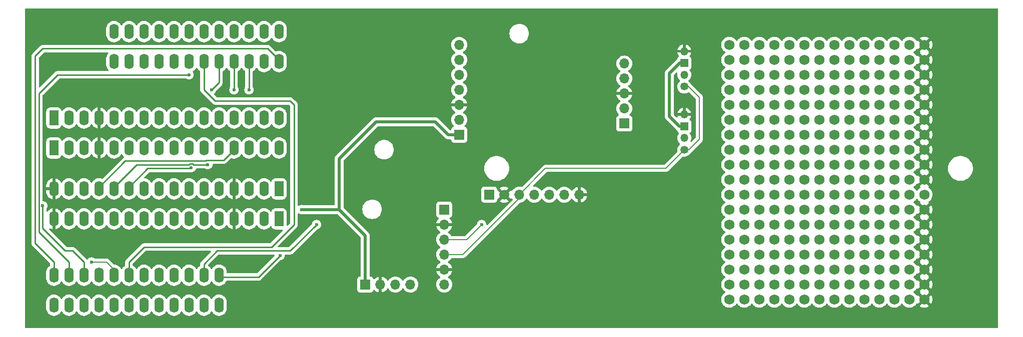
<source format=gbr>
%TF.GenerationSoftware,KiCad,Pcbnew,8.0.4*%
%TF.CreationDate,2024-12-05T16:15:28-05:00*%
%TF.ProjectId,CSL_AQS_V1,43534c5f-4151-4535-9f56-312e6b696361,rev?*%
%TF.SameCoordinates,Original*%
%TF.FileFunction,Copper,L2,Bot*%
%TF.FilePolarity,Positive*%
%FSLAX46Y46*%
G04 Gerber Fmt 4.6, Leading zero omitted, Abs format (unit mm)*
G04 Created by KiCad (PCBNEW 8.0.4) date 2024-12-05 16:15:28*
%MOMM*%
%LPD*%
G01*
G04 APERTURE LIST*
G04 Aperture macros list*
%AMRoundRect*
0 Rectangle with rounded corners*
0 $1 Rounding radius*
0 $2 $3 $4 $5 $6 $7 $8 $9 X,Y pos of 4 corners*
0 Add a 4 corners polygon primitive as box body*
4,1,4,$2,$3,$4,$5,$6,$7,$8,$9,$2,$3,0*
0 Add four circle primitives for the rounded corners*
1,1,$1+$1,$2,$3*
1,1,$1+$1,$4,$5*
1,1,$1+$1,$6,$7*
1,1,$1+$1,$8,$9*
0 Add four rect primitives between the rounded corners*
20,1,$1+$1,$2,$3,$4,$5,0*
20,1,$1+$1,$4,$5,$6,$7,0*
20,1,$1+$1,$6,$7,$8,$9,0*
20,1,$1+$1,$8,$9,$2,$3,0*%
G04 Aperture macros list end*
%TA.AperFunction,ComponentPad*%
%ADD10C,1.750000*%
%TD*%
%TA.AperFunction,ComponentPad*%
%ADD11RoundRect,0.250000X-0.550000X1.050000X-0.550000X-1.050000X0.550000X-1.050000X0.550000X1.050000X0*%
%TD*%
%TA.AperFunction,ComponentPad*%
%ADD12O,1.600000X2.600000*%
%TD*%
%TA.AperFunction,ComponentPad*%
%ADD13R,1.700000X1.700000*%
%TD*%
%TA.AperFunction,ComponentPad*%
%ADD14O,1.700000X1.700000*%
%TD*%
%TA.AperFunction,ComponentPad*%
%ADD15RoundRect,0.250000X0.550000X-1.050000X0.550000X1.050000X-0.550000X1.050000X-0.550000X-1.050000X0*%
%TD*%
%TA.AperFunction,ComponentPad*%
%ADD16C,1.350000*%
%TD*%
%TA.AperFunction,ComponentPad*%
%ADD17O,1.350000X1.350000*%
%TD*%
%TA.AperFunction,ComponentPad*%
%ADD18R,1.350000X1.350000*%
%TD*%
%TA.AperFunction,ComponentPad*%
%ADD19C,1.700000*%
%TD*%
%TA.AperFunction,ViaPad*%
%ADD20C,0.600000*%
%TD*%
%TA.AperFunction,Conductor*%
%ADD21C,0.254000*%
%TD*%
%TA.AperFunction,Conductor*%
%ADD22C,0.200000*%
%TD*%
%TA.AperFunction,Conductor*%
%ADD23C,0.508000*%
%TD*%
G04 APERTURE END LIST*
D10*
%TO.P,,1*%
%TO.N,N/C*%
X185420000Y-83820000D03*
%TD*%
%TO.P,,1*%
%TO.N,5V*%
X172720000Y-86360000D03*
%TD*%
%TO.P,,1*%
%TO.N,N/C*%
X187960000Y-96520000D03*
%TD*%
%TO.P,,1*%
%TO.N,N/C*%
X180340000Y-109220000D03*
%TD*%
%TO.P,,1*%
%TO.N,N/C*%
X198120000Y-99060000D03*
%TD*%
%TO.P,,1*%
%TO.N,N/C*%
X193040000Y-101600000D03*
%TD*%
%TO.P,,1*%
%TO.N,N/C*%
X185420000Y-106680000D03*
%TD*%
%TO.P,,1*%
%TO.N,5V*%
X172720000Y-88900000D03*
%TD*%
%TO.P,,1*%
%TO.N,5V*%
X172720000Y-76200000D03*
%TD*%
%TO.P,,1*%
%TO.N,3.3V*%
X175260000Y-104140000D03*
%TD*%
%TO.P,,1*%
%TO.N,N/C*%
X193040000Y-99060000D03*
%TD*%
D11*
%TO.P,A2,1,~{RESET}*%
%TO.N,Net-(A1-~{RESET})*%
X96520000Y-95550000D03*
X96520000Y-100630000D03*
D12*
%TO.P,A2,2,3V3*%
%TO.N,3.3V*%
X93980000Y-95550000D03*
X93980000Y-100630000D03*
%TO.P,A2,3,AREF*%
%TO.N,unconnected-(A2-AREF-Pad3)*%
X91440000Y-95550000D03*
X91440000Y-100630000D03*
%TO.P,A2,4,GND*%
%TO.N,GND*%
X88900000Y-95550000D03*
X88900000Y-100630000D03*
%TO.P,A2,5,DAC0/A0*%
%TO.N,unconnected-(A2-DAC0{slash}A0-Pad5)*%
X86360000Y-95550000D03*
X86360000Y-100630000D03*
%TO.P,A2,6,A1*%
%TO.N,unconnected-(A2-A1-Pad6)*%
X83820000Y-95550000D03*
X83820000Y-100630000D03*
%TO.P,A2,7,A2*%
%TO.N,unconnected-(A2-A2-Pad7)*%
X81280000Y-95550000D03*
X81280000Y-100630000D03*
%TO.P,A2,8,A3*%
%TO.N,unconnected-(A2-A3-Pad8)*%
X78740000Y-95550000D03*
X78740000Y-100630000D03*
%TO.P,A2,9,A4*%
%TO.N,unconnected-(A2-A4-Pad9)*%
X76200000Y-95550000D03*
X76200000Y-100630000D03*
%TO.P,A2,10,A5*%
%TO.N,unconnected-(A2-A5-Pad10)*%
X73660000Y-95550000D03*
X73660000Y-100630000D03*
%TO.P,A2,11,SCK/D24*%
%TO.N,Net-(A1-SCK{slash}D24)*%
X71120000Y-95550000D03*
X71120000Y-100630000D03*
%TO.P,A2,12,MOSI/D23*%
%TO.N,Net-(A1-MOSI{slash}D23)*%
X68580000Y-95550000D03*
X68580000Y-100630000D03*
%TO.P,A2,13,MISO/D22*%
%TO.N,Net-(A1-MISO{slash}D22)*%
X66040000Y-95550000D03*
X66040000Y-100630000D03*
%TO.P,A2,14,RX/D0*%
%TO.N,unconnected-(A2-RX{slash}D0-Pad14)*%
X63500000Y-95550000D03*
X63500000Y-100630000D03*
%TO.P,A2,15,TX/D1*%
%TO.N,unconnected-(A2-TX{slash}D1-Pad15)*%
X60960000Y-95550000D03*
X60960000Y-100630000D03*
%TO.P,A2,16,GND*%
%TO.N,GND*%
X58420000Y-95550000D03*
X58420000Y-100630000D03*
%TO.P,A2,17,SDA/D20*%
%TO.N,SDA*%
X58420000Y-110190000D03*
X58420000Y-115270000D03*
%TO.P,A2,18,SCL/D21*%
%TO.N,SCL*%
X60960000Y-110190000D03*
X60960000Y-115270000D03*
%TO.P,A2,19,D5*%
%TO.N,Net-(A1-D5)*%
X63500000Y-110190000D03*
X63500000Y-115270000D03*
%TO.P,A2,20,D6*%
%TO.N,Net-(A1-D6)*%
X66040000Y-110190000D03*
X66040000Y-115270000D03*
%TO.P,A2,21,D9*%
%TO.N,Net-(A1-D9)*%
X68580000Y-110190000D03*
X68580000Y-115270000D03*
%TO.P,A2,22,D10*%
%TO.N,Net-(A1-D10)*%
X71120000Y-110190000D03*
X71120000Y-115270000D03*
%TO.P,A2,23,D11*%
%TO.N,unconnected-(A2-D11-Pad23)*%
X73660000Y-110190000D03*
X73660000Y-115270000D03*
%TO.P,A2,24,D12*%
%TO.N,unconnected-(A2-D12-Pad24)*%
X76200000Y-110190000D03*
X76200000Y-115270000D03*
%TO.P,A2,25,D13*%
%TO.N,unconnected-(A2-D13-Pad25)*%
X78740000Y-110190000D03*
X78740000Y-115270000D03*
%TO.P,A2,26,USB*%
%TO.N,Net-(A1-USB)*%
X81280000Y-110190000D03*
X81280000Y-115270000D03*
%TO.P,A2,27,EN*%
%TO.N,Net-(A1-EN)*%
X83820000Y-110190000D03*
X83820000Y-115270000D03*
%TO.P,A2,28,VBAT*%
%TO.N,Net-(A1-VBAT)*%
X86360000Y-110190000D03*
X86360000Y-115270000D03*
%TD*%
D10*
%TO.P,,1*%
%TO.N,N/C*%
X182880000Y-96520000D03*
%TD*%
%TO.P,,1*%
%TO.N,N/C*%
X180340000Y-96520000D03*
%TD*%
%TO.P,,1*%
%TO.N,N/C*%
X193040000Y-88900000D03*
%TD*%
%TO.P,,1*%
%TO.N,N/C*%
X185420000Y-76200000D03*
%TD*%
%TO.P,,1*%
%TO.N,N/C*%
X187960000Y-78740000D03*
%TD*%
D13*
%TO.P,JP2,1,1*%
%TO.N,3.3V*%
X111125000Y-111760000D03*
D14*
%TO.P,JP2,2,2*%
%TO.N,GND*%
X113665000Y-111760000D03*
%TO.P,JP2,3,3*%
%TO.N,5V*%
X116205000Y-111760000D03*
%TO.P,JP2,4,4*%
%TO.N,EN*%
X118745000Y-111760000D03*
%TD*%
D10*
%TO.P,,1*%
%TO.N,N/C*%
X180340000Y-106680000D03*
%TD*%
%TO.P,,1*%
%TO.N,N/C*%
X190500000Y-78740000D03*
%TD*%
%TO.P,,1*%
%TO.N,N/C*%
X203200000Y-73660000D03*
%TD*%
%TO.P,,1*%
%TO.N,3.3V*%
X175260000Y-73660000D03*
%TD*%
%TO.P,,1*%
%TO.N,N/C*%
X195580000Y-86360000D03*
%TD*%
%TO.P,,1*%
%TO.N,N/C*%
X203200000Y-101600000D03*
%TD*%
%TO.P,,1*%
%TO.N,N/C*%
X200660000Y-109220000D03*
%TD*%
%TO.P,,1*%
%TO.N,5V*%
X172720000Y-93980000D03*
%TD*%
%TO.P,,1*%
%TO.N,N/C*%
X195580000Y-101600000D03*
%TD*%
%TO.P,,1*%
%TO.N,N/C*%
X182880000Y-106680000D03*
%TD*%
%TO.P,,1*%
%TO.N,5V*%
X172720000Y-104140000D03*
%TD*%
%TO.P,,1*%
%TO.N,N/C*%
X177800000Y-109220000D03*
%TD*%
%TO.P,,1*%
%TO.N,N/C*%
X187960000Y-81280000D03*
%TD*%
%TO.P,,1*%
%TO.N,N/C*%
X200660000Y-81280000D03*
%TD*%
%TO.P,,1*%
%TO.N,N/C*%
X182880000Y-71120000D03*
%TD*%
%TO.P,,1*%
%TO.N,5V*%
X172720000Y-101600000D03*
%TD*%
%TO.P,,1*%
%TO.N,N/C*%
X198120000Y-76200000D03*
%TD*%
%TO.P,,1*%
%TO.N,3.3V*%
X175260000Y-106680000D03*
%TD*%
%TO.P,,1*%
%TO.N,N/C*%
X187960000Y-111760000D03*
%TD*%
%TO.P,,1*%
%TO.N,5V*%
X172720000Y-83820000D03*
%TD*%
%TO.P,,1*%
%TO.N,N/C*%
X185420000Y-78740000D03*
%TD*%
%TO.P,,1*%
%TO.N,N/C*%
X193040000Y-81280000D03*
%TD*%
%TO.P,,1*%
%TO.N,N/C*%
X193040000Y-86360000D03*
%TD*%
%TO.P,,1*%
%TO.N,N/C*%
X177800000Y-106680000D03*
%TD*%
%TO.P,,1*%
%TO.N,3.3V*%
X175260000Y-101600000D03*
%TD*%
%TO.P,,1*%
%TO.N,N/C*%
X185420000Y-91440000D03*
%TD*%
%TO.P,,1*%
%TO.N,N/C*%
X182880000Y-81280000D03*
%TD*%
%TO.P,,1*%
%TO.N,N/C*%
X185420000Y-73660000D03*
%TD*%
%TO.P,,1*%
%TO.N,N/C*%
X195580000Y-93980000D03*
%TD*%
%TO.P,,1*%
%TO.N,N/C*%
X200660000Y-83820000D03*
%TD*%
%TO.P,,1*%
%TO.N,N/C*%
X177800000Y-93980000D03*
%TD*%
%TO.P,,1*%
%TO.N,N/C*%
X203200000Y-88900000D03*
%TD*%
%TO.P,,1*%
%TO.N,N/C*%
X195580000Y-111760000D03*
%TD*%
%TO.P,,1*%
%TO.N,N/C*%
X185420000Y-81280000D03*
%TD*%
%TO.P,,1*%
%TO.N,3.3V*%
X175260000Y-83820000D03*
%TD*%
%TO.P,,1*%
%TO.N,GND*%
X205740000Y-106680000D03*
%TD*%
%TO.P,,1*%
%TO.N,N/C*%
X182880000Y-88900000D03*
%TD*%
%TO.P,,1*%
%TO.N,5V*%
X172720000Y-111760000D03*
%TD*%
%TO.P,,1*%
%TO.N,N/C*%
X182880000Y-83820000D03*
%TD*%
%TO.P,,1*%
%TO.N,N/C*%
X203200000Y-76200000D03*
%TD*%
%TO.P,,1*%
%TO.N,N/C*%
X190500000Y-81280000D03*
%TD*%
%TO.P,,1*%
%TO.N,N/C*%
X200660000Y-96520000D03*
%TD*%
%TO.P,,1*%
%TO.N,N/C*%
X177800000Y-86360000D03*
%TD*%
%TO.P,,1*%
%TO.N,N/C*%
X185420000Y-99060000D03*
%TD*%
%TO.P,,1*%
%TO.N,GND*%
X205740000Y-81280000D03*
%TD*%
%TO.P,,1*%
%TO.N,N/C*%
X193040000Y-93980000D03*
%TD*%
%TO.P,,1*%
%TO.N,N/C*%
X187960000Y-104140000D03*
%TD*%
%TO.P,,1*%
%TO.N,N/C*%
X198120000Y-114300000D03*
%TD*%
%TO.P,,1*%
%TO.N,N/C*%
X198120000Y-73660000D03*
%TD*%
%TO.P,,1*%
%TO.N,N/C*%
X180340000Y-71120000D03*
%TD*%
%TO.P,,1*%
%TO.N,N/C*%
X190500000Y-114300000D03*
%TD*%
%TO.P,,1*%
%TO.N,N/C*%
X182880000Y-73660000D03*
%TD*%
%TO.P,,1*%
%TO.N,N/C*%
X200660000Y-101600000D03*
%TD*%
%TO.P,,1*%
%TO.N,N/C*%
X198120000Y-93980000D03*
%TD*%
%TO.P,,1*%
%TO.N,N/C*%
X195580000Y-106680000D03*
%TD*%
%TO.P,,1*%
%TO.N,GND*%
X205740000Y-88900000D03*
%TD*%
%TO.P,,1*%
%TO.N,N/C*%
X177800000Y-96520000D03*
%TD*%
%TO.P,,1*%
%TO.N,N/C*%
X177800000Y-99060000D03*
%TD*%
%TO.P,,1*%
%TO.N,N/C*%
X177800000Y-111760000D03*
%TD*%
%TO.P,,1*%
%TO.N,N/C*%
X198120000Y-106680000D03*
%TD*%
%TO.P,,1*%
%TO.N,N/C*%
X198120000Y-104140000D03*
%TD*%
%TO.P,,1*%
%TO.N,N/C*%
X190500000Y-86360000D03*
%TD*%
%TO.P,,1*%
%TO.N,N/C*%
X193040000Y-104140000D03*
%TD*%
%TO.P,,1*%
%TO.N,N/C*%
X185420000Y-71120000D03*
%TD*%
%TO.P,,1*%
%TO.N,N/C*%
X200660000Y-88900000D03*
%TD*%
%TO.P,,1*%
%TO.N,N/C*%
X182880000Y-101600000D03*
%TD*%
%TO.P,,1*%
%TO.N,N/C*%
X190500000Y-88900000D03*
%TD*%
%TO.P,,1*%
%TO.N,N/C*%
X203200000Y-106680000D03*
%TD*%
%TO.P,,1*%
%TO.N,N/C*%
X182880000Y-78740000D03*
%TD*%
%TO.P,,1*%
%TO.N,N/C*%
X190500000Y-111760000D03*
%TD*%
%TO.P,,1*%
%TO.N,N/C*%
X180340000Y-104140000D03*
%TD*%
%TO.P,,1*%
%TO.N,N/C*%
X187960000Y-91440000D03*
%TD*%
%TO.P,,1*%
%TO.N,N/C*%
X193040000Y-71120000D03*
%TD*%
%TO.P,,1*%
%TO.N,N/C*%
X182880000Y-111760000D03*
%TD*%
%TO.P,,1*%
%TO.N,N/C*%
X203200000Y-109220000D03*
%TD*%
%TO.P,,1*%
%TO.N,N/C*%
X195580000Y-71120000D03*
%TD*%
%TO.P,,1*%
%TO.N,N/C*%
X190500000Y-73660000D03*
%TD*%
%TO.P,,1*%
%TO.N,N/C*%
X185420000Y-114300000D03*
%TD*%
%TO.P,,1*%
%TO.N,5V*%
X172720000Y-91440000D03*
%TD*%
%TO.P,,1*%
%TO.N,N/C*%
X193040000Y-96520000D03*
%TD*%
%TO.P,,1*%
%TO.N,N/C*%
X187960000Y-71120000D03*
%TD*%
%TO.P,,1*%
%TO.N,N/C*%
X190500000Y-91440000D03*
%TD*%
D15*
%TO.P,A1,1,~{RESET}*%
%TO.N,Net-(A1-~{RESET})*%
X58420000Y-88600000D03*
X58420000Y-83520000D03*
D12*
%TO.P,A1,2,3V3*%
%TO.N,3.3V*%
X60960000Y-88600000D03*
X60960000Y-83520000D03*
%TO.P,A1,3,AREF*%
%TO.N,unconnected-(A1-AREF-Pad3)*%
X63500000Y-88600000D03*
X63500000Y-83520000D03*
%TO.P,A1,4,GND*%
%TO.N,GND*%
X66040000Y-88600000D03*
X66040000Y-83520000D03*
%TO.P,A1,5,DAC0/A0*%
%TO.N,unconnected-(A1-DAC0{slash}A0-Pad5)*%
X68580000Y-88600000D03*
X68580000Y-83520000D03*
%TO.P,A1,6,A1*%
%TO.N,unconnected-(A1-A1-Pad6)*%
X71120000Y-88600000D03*
X71120000Y-83520000D03*
%TO.P,A1,7,A2*%
%TO.N,unconnected-(A1-A2-Pad7)*%
X73660000Y-88600000D03*
X73660000Y-83520000D03*
%TO.P,A1,8,A3*%
%TO.N,unconnected-(A1-A3-Pad8)*%
X76200000Y-88600000D03*
X76200000Y-83520000D03*
%TO.P,A1,9,A4*%
%TO.N,unconnected-(A1-A4-Pad9)*%
X78740000Y-88600000D03*
X78740000Y-83520000D03*
%TO.P,A1,10,A5*%
%TO.N,unconnected-(A1-A5-Pad10)*%
X81280000Y-88600000D03*
X81280000Y-83520000D03*
%TO.P,A1,11,SCK/D24*%
%TO.N,Net-(A1-SCK{slash}D24)*%
X83820000Y-88600000D03*
X83820000Y-83520000D03*
%TO.P,A1,12,MOSI/D23*%
%TO.N,Net-(A1-MOSI{slash}D23)*%
X86360000Y-88600000D03*
X86360000Y-83520000D03*
%TO.P,A1,13,MISO/D22*%
%TO.N,Net-(A1-MISO{slash}D22)*%
X88900000Y-88600000D03*
X88900000Y-83520000D03*
%TO.P,A1,14,RX/D0*%
%TO.N,unconnected-(A1-RX{slash}D0-Pad14)*%
X91440000Y-88600000D03*
X91440000Y-83520000D03*
%TO.P,A1,15,TX/D1*%
%TO.N,unconnected-(A1-TX{slash}D1-Pad15)*%
X93980000Y-88600000D03*
X93980000Y-83520000D03*
%TO.P,A1,16,WAKE*%
%TO.N,unconnected-(A1-WAKE-Pad16)*%
X96520000Y-88600000D03*
X96520000Y-83520000D03*
%TO.P,A1,17,SDA/D20*%
%TO.N,SDA*%
X96520000Y-73960000D03*
X96520000Y-68880000D03*
%TO.P,A1,18,SCL/D21*%
%TO.N,SCL*%
X93980000Y-73960000D03*
X93980000Y-68880000D03*
%TO.P,A1,19,D5*%
%TO.N,Net-(A1-D5)*%
X91440000Y-73960000D03*
X91440000Y-68880000D03*
%TO.P,A1,20,D6*%
%TO.N,Net-(A1-D6)*%
X88900000Y-73960000D03*
X88900000Y-68880000D03*
%TO.P,A1,21,D9*%
%TO.N,Net-(A1-D9)*%
X86360000Y-73960000D03*
X86360000Y-68880000D03*
%TO.P,A1,22,D10*%
%TO.N,Net-(A1-D10)*%
X83820000Y-73960000D03*
X83820000Y-68880000D03*
%TO.P,A1,23,D11*%
%TO.N,ENA*%
X81280000Y-73960000D03*
X81280000Y-68880000D03*
%TO.P,A1,24,D12*%
%TO.N,unconnected-(A1-D12-Pad24)*%
X78740000Y-73960000D03*
X78740000Y-68880000D03*
%TO.P,A1,25,D13*%
%TO.N,unconnected-(A1-D13-Pad25)*%
X76200000Y-73960000D03*
X76200000Y-68880000D03*
%TO.P,A1,26,USB*%
%TO.N,Net-(A1-USB)*%
X73660000Y-73960000D03*
X73660000Y-68880000D03*
%TO.P,A1,27,EN*%
%TO.N,Net-(A1-EN)*%
X71120000Y-73960000D03*
X71120000Y-68880000D03*
%TO.P,A1,28,VBAT*%
%TO.N,Net-(A1-VBAT)*%
X68580000Y-73960000D03*
X68580000Y-68880000D03*
%TD*%
D10*
%TO.P,,1*%
%TO.N,N/C*%
X187960000Y-101600000D03*
%TD*%
%TO.P,,1*%
%TO.N,N/C*%
X180340000Y-99060000D03*
%TD*%
D13*
%TO.P,JP6,1,1*%
%TO.N,3.3V*%
X154940000Y-84455000D03*
D14*
%TO.P,JP6,2,2*%
%TO.N,3Vo*%
X154940000Y-81915000D03*
%TO.P,JP6,3,3*%
%TO.N,GND*%
X154940000Y-79375000D03*
%TO.P,JP6,4,4*%
%TO.N,SCL*%
X154940000Y-76835000D03*
%TO.P,JP6,5,5*%
%TO.N,SDA*%
X154940000Y-74295000D03*
%TD*%
D10*
%TO.P,,1*%
%TO.N,N/C*%
X200660000Y-114300000D03*
%TD*%
%TO.P,,1*%
%TO.N,N/C*%
X187960000Y-76200000D03*
%TD*%
%TO.P,,1*%
%TO.N,N/C*%
X180340000Y-101600000D03*
%TD*%
D13*
%TO.P,JP8,1,1*%
%TO.N,5V*%
X124460000Y-99060000D03*
D14*
%TO.P,JP8,2,2*%
%TO.N,GND*%
X124460000Y-101600000D03*
%TO.P,JP8,3,3*%
%TO.N,SDA*%
X124460000Y-104140000D03*
%TO.P,JP8,4,4*%
%TO.N,SCL*%
X124460000Y-106680000D03*
%TO.P,JP8,5,5*%
%TO.N,GND*%
X124460000Y-109220000D03*
%TO.P,JP8,6,6*%
%TO.N,unconnected-(JP8-Pad6)*%
X124460000Y-111760000D03*
%TD*%
D10*
%TO.P,,1*%
%TO.N,5V*%
X172720000Y-73660000D03*
%TD*%
%TO.P,,1*%
%TO.N,N/C*%
X190500000Y-93980000D03*
%TD*%
%TO.P,,1*%
%TO.N,N/C*%
X187960000Y-73660000D03*
%TD*%
%TO.P,,1*%
%TO.N,N/C*%
X203200000Y-78740000D03*
%TD*%
%TO.P,,1*%
%TO.N,N/C*%
X185420000Y-104140000D03*
%TD*%
%TO.P,,1*%
%TO.N,N/C*%
X177800000Y-71120000D03*
%TD*%
%TO.P,,1*%
%TO.N,5V*%
X172720000Y-99060000D03*
%TD*%
%TO.P,,1*%
%TO.N,N/C*%
X203200000Y-91440000D03*
%TD*%
%TO.P,,1*%
%TO.N,N/C*%
X198120000Y-71120000D03*
%TD*%
%TO.P,,1*%
%TO.N,N/C*%
X200660000Y-106680000D03*
%TD*%
%TO.P,,1*%
%TO.N,N/C*%
X200660000Y-111760000D03*
%TD*%
%TO.P,,1*%
%TO.N,N/C*%
X200660000Y-86360000D03*
%TD*%
%TO.P,,1*%
%TO.N,5V*%
X172720000Y-106680000D03*
%TD*%
%TO.P,,1*%
%TO.N,N/C*%
X185420000Y-93980000D03*
%TD*%
%TO.P,,1*%
%TO.N,N/C*%
X195580000Y-104140000D03*
%TD*%
%TO.P,,1*%
%TO.N,N/C*%
X195580000Y-91440000D03*
%TD*%
%TO.P,,1*%
%TO.N,N/C*%
X198120000Y-86360000D03*
%TD*%
%TO.P,,1*%
%TO.N,GND*%
X205740000Y-111760000D03*
%TD*%
%TO.P,,1*%
%TO.N,N/C*%
X190500000Y-76200000D03*
%TD*%
%TO.P,,1*%
%TO.N,GND*%
X205740000Y-93980000D03*
%TD*%
%TO.P,,1*%
%TO.N,N/C*%
X195580000Y-73660000D03*
%TD*%
%TO.P,,1*%
%TO.N,N/C*%
X182880000Y-114300000D03*
%TD*%
%TO.P,,1*%
%TO.N,N/C*%
X177800000Y-73660000D03*
%TD*%
%TO.P,,1*%
%TO.N,N/C*%
X187960000Y-83820000D03*
%TD*%
%TO.P,,1*%
%TO.N,N/C*%
X198120000Y-91440000D03*
%TD*%
%TO.P,,1*%
%TO.N,N/C*%
X198120000Y-111760000D03*
%TD*%
%TO.P,,1*%
%TO.N,GND*%
X205740000Y-91440000D03*
%TD*%
%TO.P,,1*%
%TO.N,GND*%
X205740000Y-71120000D03*
%TD*%
%TO.P,,1*%
%TO.N,GND*%
X205740000Y-101600000D03*
%TD*%
%TO.P,,1*%
%TO.N,N/C*%
X193040000Y-76200000D03*
%TD*%
%TO.P,,1*%
%TO.N,N/C*%
X187960000Y-88900000D03*
%TD*%
%TO.P,,1*%
%TO.N,N/C*%
X190500000Y-71120000D03*
%TD*%
%TO.P,,1*%
%TO.N,N/C*%
X195580000Y-109220000D03*
%TD*%
%TO.P,,1*%
%TO.N,N/C*%
X198120000Y-83820000D03*
%TD*%
%TO.P,,1*%
%TO.N,N/C*%
X193040000Y-73660000D03*
%TD*%
%TO.P,,1*%
%TO.N,N/C*%
X182880000Y-76200000D03*
%TD*%
%TO.P,,1*%
%TO.N,N/C*%
X187960000Y-86360000D03*
%TD*%
%TO.P,,1*%
%TO.N,GND*%
X205740000Y-109220000D03*
%TD*%
%TO.P,,1*%
%TO.N,N/C*%
X198120000Y-101600000D03*
%TD*%
%TO.P,,1*%
%TO.N,N/C*%
X185420000Y-86360000D03*
%TD*%
%TO.P,,1*%
%TO.N,N/C*%
X182880000Y-109220000D03*
%TD*%
%TO.P,,1*%
%TO.N,3.3V*%
X175260000Y-88900000D03*
%TD*%
%TO.P,,1*%
%TO.N,3.3V*%
X175260000Y-78740000D03*
%TD*%
%TO.P,,1*%
%TO.N,N/C*%
X180340000Y-81280000D03*
%TD*%
%TO.P,,1*%
%TO.N,N/C*%
X193040000Y-114300000D03*
%TD*%
%TO.P,,1*%
%TO.N,N/C*%
X180340000Y-73660000D03*
%TD*%
%TO.P,,1*%
%TO.N,5V*%
X172720000Y-109220000D03*
%TD*%
%TO.P,,1*%
%TO.N,GND*%
X205740000Y-114300000D03*
%TD*%
%TO.P,,1*%
%TO.N,N/C*%
X195580000Y-81280000D03*
%TD*%
%TO.P,,1*%
%TO.N,N/C*%
X203200000Y-93980000D03*
%TD*%
%TO.P,,1*%
%TO.N,N/C*%
X182880000Y-91440000D03*
%TD*%
%TO.P,,1*%
%TO.N,N/C*%
X193040000Y-78740000D03*
%TD*%
%TO.P,,1*%
%TO.N,N/C*%
X190500000Y-96520000D03*
%TD*%
%TO.P,,1*%
%TO.N,N/C*%
X198120000Y-81280000D03*
%TD*%
%TO.P,,1*%
%TO.N,N/C*%
X193040000Y-83820000D03*
%TD*%
%TO.P,,1*%
%TO.N,N/C*%
X177800000Y-81280000D03*
%TD*%
%TO.P,,1*%
%TO.N,3.3V*%
X175260000Y-86360000D03*
%TD*%
%TO.P,,1*%
%TO.N,GND*%
X205740000Y-73660000D03*
%TD*%
%TO.P,,1*%
%TO.N,N/C*%
X177800000Y-76200000D03*
%TD*%
%TO.P,,1*%
%TO.N,3.3V*%
X175260000Y-109220000D03*
%TD*%
%TO.P,,1*%
%TO.N,5V*%
X172720000Y-81280000D03*
%TD*%
%TO.P,,1*%
%TO.N,N/C*%
X193040000Y-111760000D03*
%TD*%
%TO.P,,1*%
%TO.N,N/C*%
X195580000Y-88900000D03*
%TD*%
%TO.P,,1*%
%TO.N,N/C*%
X200660000Y-104140000D03*
%TD*%
%TO.P,,1*%
%TO.N,N/C*%
X203200000Y-83820000D03*
%TD*%
%TO.P,,1*%
%TO.N,N/C*%
X195580000Y-78740000D03*
%TD*%
%TO.P,,1*%
%TO.N,N/C*%
X190500000Y-99060000D03*
%TD*%
%TO.P,,1*%
%TO.N,3.3V*%
X175260000Y-96520000D03*
%TD*%
%TO.P,REF\u002A\u002A,1*%
%TO.N,5V*%
X172720000Y-71120000D03*
%TD*%
%TO.P,,1*%
%TO.N,N/C*%
X182880000Y-104140000D03*
%TD*%
%TO.P,,1*%
%TO.N,N/C*%
X180340000Y-86360000D03*
%TD*%
%TO.P,,1*%
%TO.N,3.3V*%
X175260000Y-81280000D03*
%TD*%
D16*
%TO.P,J2,1,1*%
%TO.N,SCL*%
X165100000Y-78200000D03*
D17*
%TO.P,J2,2,2*%
%TO.N,SDA*%
X165100000Y-76200000D03*
D18*
%TO.P,J2,3,3*%
%TO.N,3.3V*%
X165100000Y-74200000D03*
D17*
%TO.P,J2,4,4*%
%TO.N,GND*%
X165100000Y-72200000D03*
%TD*%
D10*
%TO.P,,1*%
%TO.N,GND*%
X205740000Y-78740000D03*
%TD*%
%TO.P,,1*%
%TO.N,GND*%
X205740000Y-83820000D03*
%TD*%
%TO.P,,1*%
%TO.N,N/C*%
X185420000Y-88900000D03*
%TD*%
%TO.P,,1*%
%TO.N,N/C*%
X187960000Y-114300000D03*
%TD*%
%TO.P,,1*%
%TO.N,3.3V*%
X175260000Y-111760000D03*
%TD*%
%TO.P,,1*%
%TO.N,N/C*%
X190500000Y-101600000D03*
%TD*%
%TO.P,,1*%
%TO.N,N/C*%
X195580000Y-114300000D03*
%TD*%
%TO.P,,1*%
%TO.N,N/C*%
X185420000Y-111760000D03*
%TD*%
%TO.P,,1*%
%TO.N,5V*%
X172720000Y-78740000D03*
%TD*%
%TO.P,,1*%
%TO.N,3.3V*%
X175260000Y-76200000D03*
%TD*%
%TO.P,,1*%
%TO.N,N/C*%
X200660000Y-76200000D03*
%TD*%
%TO.P,,1*%
%TO.N,5V*%
X172720000Y-96520000D03*
%TD*%
%TO.P,,1*%
%TO.N,N/C*%
X177800000Y-114300000D03*
%TD*%
%TO.P,,1*%
%TO.N,N/C*%
X177800000Y-88900000D03*
%TD*%
%TO.P,,1*%
%TO.N,N/C*%
X180340000Y-93980000D03*
%TD*%
%TO.P,,1*%
%TO.N,N/C*%
X195580000Y-76200000D03*
%TD*%
%TO.P,,1*%
%TO.N,N/C*%
X180340000Y-111760000D03*
%TD*%
%TO.P,,1*%
%TO.N,GND*%
X205740000Y-76200000D03*
%TD*%
%TO.P,,1*%
%TO.N,3.3V*%
X175260000Y-99060000D03*
%TD*%
%TO.P,,1*%
%TO.N,N/C*%
X193040000Y-106680000D03*
%TD*%
%TO.P,,1*%
%TO.N,N/C*%
X180340000Y-76200000D03*
%TD*%
%TO.P,,1*%
%TO.N,N/C*%
X198120000Y-78740000D03*
%TD*%
%TO.P,,1*%
%TO.N,N/C*%
X200660000Y-91440000D03*
%TD*%
%TO.P,,1*%
%TO.N,GND*%
X205740000Y-104140000D03*
%TD*%
%TO.P,,1*%
%TO.N,N/C*%
X187960000Y-99060000D03*
%TD*%
%TO.P,,1*%
%TO.N,N/C*%
X203200000Y-86360000D03*
%TD*%
%TO.P,,1*%
%TO.N,N/C*%
X205740000Y-96520000D03*
%TD*%
D13*
%TO.P,JP7,1,1*%
%TO.N,3.3V*%
X127000000Y-86360000D03*
D14*
%TO.P,JP7,2,2*%
%TO.N,unconnected-(JP7-Pad2)*%
X127000000Y-83820000D03*
%TO.P,JP7,3,3*%
%TO.N,GND*%
X127000000Y-81280000D03*
%TO.P,JP7,4,4*%
%TO.N,SCL*%
X127000000Y-78740000D03*
%TO.P,JP7,5,5*%
%TO.N,NC*%
X127000000Y-76200000D03*
%TO.P,JP7,6,6*%
%TO.N,SDA*%
X127000000Y-73660000D03*
%TO.P,JP7,7,7*%
%TO.N,unconnected-(JP7-Pad7)*%
X127000000Y-71120000D03*
%TD*%
D10*
%TO.P,,1*%
%TO.N,N/C*%
X203200000Y-114300000D03*
%TD*%
%TO.P,,1*%
%TO.N,N/C*%
X177800000Y-104140000D03*
%TD*%
%TO.P,,1*%
%TO.N,N/C*%
X203200000Y-99060000D03*
%TD*%
%TO.P,,1*%
%TO.N,3.3V*%
X175260000Y-71120000D03*
%TD*%
%TO.P,,1*%
%TO.N,N/C*%
X187960000Y-109220000D03*
%TD*%
%TO.P,,1*%
%TO.N,GND*%
X205740000Y-86360000D03*
%TD*%
%TO.P,,1*%
%TO.N,GND*%
X205740000Y-96520000D03*
%TD*%
%TO.P,,1*%
%TO.N,N/C*%
X195580000Y-83820000D03*
%TD*%
%TO.P,,1*%
%TO.N,3.3V*%
X175260000Y-93980000D03*
%TD*%
%TO.P,,1*%
%TO.N,3.3V*%
X175260000Y-91440000D03*
%TD*%
%TO.P,,1*%
%TO.N,N/C*%
X177800000Y-78740000D03*
%TD*%
D13*
%TO.P,JP10,1,1*%
%TO.N,3.3V*%
X132080000Y-96520000D03*
D19*
%TO.P,JP10,2,2*%
%TO.N,GND*%
X134620000Y-96520000D03*
D14*
%TO.P,JP10,3,3*%
%TO.N,SCL*%
X137160000Y-96520000D03*
%TO.P,JP10,4,4*%
%TO.N,SDA*%
X139700000Y-96520000D03*
%TO.P,JP10,5,5*%
%TO.N,unconnected-(JP10-Pad5)*%
X142240000Y-96520000D03*
%TO.P,JP10,6,6*%
%TO.N,unconnected-(JP10-Pad6)*%
X144780000Y-96520000D03*
%TO.P,JP10,7,7*%
%TO.N,GND*%
X147320000Y-96520000D03*
%TD*%
D10*
%TO.P,,1*%
%TO.N,N/C*%
X185420000Y-109220000D03*
%TD*%
%TO.P,,1*%
%TO.N,N/C*%
X193040000Y-91440000D03*
%TD*%
%TO.P,,1*%
%TO.N,N/C*%
X203200000Y-96520000D03*
%TD*%
%TO.P,,1*%
%TO.N,N/C*%
X203200000Y-71120000D03*
%TD*%
%TO.P,,1*%
%TO.N,N/C*%
X180340000Y-83820000D03*
%TD*%
%TO.P,,1*%
%TO.N,N/C*%
X180340000Y-88900000D03*
%TD*%
%TO.P,,1*%
%TO.N,N/C*%
X182880000Y-86360000D03*
%TD*%
%TO.P,,1*%
%TO.N,N/C*%
X177800000Y-101600000D03*
%TD*%
%TO.P,,1*%
%TO.N,N/C*%
X185420000Y-96520000D03*
%TD*%
%TO.P,,1*%
%TO.N,N/C*%
X185420000Y-101600000D03*
%TD*%
D16*
%TO.P,J3,1,1*%
%TO.N,SCL*%
X165100000Y-88916000D03*
D17*
%TO.P,J3,2,2*%
%TO.N,SDA*%
X165100000Y-86916000D03*
D18*
%TO.P,J3,3,3*%
%TO.N,3.3V*%
X165100000Y-84916000D03*
D17*
%TO.P,J3,4,4*%
%TO.N,GND*%
X165100000Y-82916000D03*
%TD*%
D10*
%TO.P,,1*%
%TO.N,N/C*%
X180340000Y-78740000D03*
%TD*%
%TO.P,,1*%
%TO.N,N/C*%
X177800000Y-83820000D03*
%TD*%
%TO.P,,1*%
%TO.N,N/C*%
X180340000Y-114300000D03*
%TD*%
%TO.P,,1*%
%TO.N,N/C*%
X203200000Y-81280000D03*
%TD*%
%TO.P,,1*%
%TO.N,N/C*%
X198120000Y-96520000D03*
%TD*%
%TO.P,,1*%
%TO.N,N/C*%
X200660000Y-78740000D03*
%TD*%
%TO.P,,1*%
%TO.N,N/C*%
X190500000Y-106680000D03*
%TD*%
%TO.P,,1*%
%TO.N,N/C*%
X195580000Y-96520000D03*
%TD*%
%TO.P,,1*%
%TO.N,N/C*%
X200660000Y-99060000D03*
%TD*%
%TO.P,,1*%
%TO.N,N/C*%
X200660000Y-73660000D03*
%TD*%
%TO.P,,1*%
%TO.N,N/C*%
X200660000Y-93980000D03*
%TD*%
%TO.P,,1*%
%TO.N,N/C*%
X177800000Y-91440000D03*
%TD*%
%TO.P,,1*%
%TO.N,N/C*%
X190500000Y-104140000D03*
%TD*%
%TO.P,,1*%
%TO.N,N/C*%
X182880000Y-99060000D03*
%TD*%
%TO.P,,1*%
%TO.N,N/C*%
X203200000Y-104140000D03*
%TD*%
%TO.P,,1*%
%TO.N,N/C*%
X200660000Y-71120000D03*
%TD*%
%TO.P,,1*%
%TO.N,N/C*%
X198120000Y-88900000D03*
%TD*%
%TO.P,,1*%
%TO.N,N/C*%
X180340000Y-91440000D03*
%TD*%
%TO.P,,1*%
%TO.N,N/C*%
X190500000Y-109220000D03*
%TD*%
%TO.P,,1*%
%TO.N,5V*%
X172720000Y-114300000D03*
%TD*%
%TO.P,,1*%
%TO.N,N/C*%
X187960000Y-106680000D03*
%TD*%
%TO.P,,1*%
%TO.N,3.3V*%
X175260000Y-114300000D03*
%TD*%
%TO.P,,1*%
%TO.N,N/C*%
X195580000Y-99060000D03*
%TD*%
%TO.P,,1*%
%TO.N,N/C*%
X187960000Y-93980000D03*
%TD*%
%TO.P,,1*%
%TO.N,N/C*%
X198120000Y-109220000D03*
%TD*%
%TO.P,,1*%
%TO.N,N/C*%
X190500000Y-83820000D03*
%TD*%
%TO.P,,1*%
%TO.N,N/C*%
X193040000Y-109220000D03*
%TD*%
%TO.P,,1*%
%TO.N,N/C*%
X182880000Y-93980000D03*
%TD*%
%TO.P,,1*%
%TO.N,N/C*%
X203200000Y-111760000D03*
%TD*%
%TO.P,,1*%
%TO.N,GND*%
X205740000Y-99060000D03*
%TD*%
D20*
%TO.N,Net-(A1-D6)*%
X88900000Y-78740000D03*
%TO.N,Net-(A1-VBAT)*%
X96678750Y-106838750D03*
%TO.N,SCL*%
X81280000Y-76200000D03*
%TO.N,3.3V*%
X100330000Y-99060000D03*
%TO.N,Net-(A1-MOSI{slash}D23)*%
X84455000Y-91440000D03*
%TO.N,Net-(A1-D5)*%
X91440000Y-78740000D03*
X56515000Y-98425000D03*
%TO.N,SDA*%
X130810000Y-101600000D03*
%TO.N,GND*%
X91440000Y-109220000D03*
X61849000Y-73914000D03*
X81280000Y-106680000D03*
X66040000Y-91440000D03*
X111760000Y-76200000D03*
X139700000Y-76200000D03*
X102870000Y-103505000D03*
%TO.N,Net-(A1-EN)*%
X102870000Y-101600000D03*
%TO.N,Net-(A1-D9)*%
X85090000Y-78740000D03*
X64770000Y-107950000D03*
%TO.N,Net-(A1-SCK{slash}D24)*%
X81661000Y-91948000D03*
%TD*%
D21*
%TO.N,Net-(A1-D6)*%
X88900000Y-73660000D02*
X88900000Y-78740000D01*
%TO.N,Net-(A1-VBAT)*%
X96678750Y-106838750D02*
X93027500Y-110490000D01*
X93027500Y-110490000D02*
X86360000Y-110490000D01*
%TO.N,SCL*%
X55880000Y-102870000D02*
X60960000Y-107950000D01*
X60960000Y-110490000D02*
X60960000Y-107950000D01*
D22*
X137160000Y-96520000D02*
X141605000Y-92075000D01*
X127635000Y-106680000D02*
X124460000Y-106680000D01*
X165862000Y-88916000D02*
X165100000Y-88916000D01*
D21*
X55880000Y-79375000D02*
X55880000Y-102870000D01*
D22*
X165824000Y-78200000D02*
X167640000Y-80016000D01*
X161941000Y-92075000D02*
X165100000Y-88916000D01*
X167640000Y-80016000D02*
X167640000Y-87138000D01*
D21*
X59055000Y-76200000D02*
X55880000Y-79375000D01*
D22*
X165100000Y-78200000D02*
X165824000Y-78200000D01*
X141605000Y-92075000D02*
X161941000Y-92075000D01*
X167640000Y-87138000D02*
X165862000Y-88916000D01*
X137160000Y-97155000D02*
X127635000Y-106680000D01*
X137160000Y-96520000D02*
X137160000Y-97155000D01*
D21*
X81280000Y-76200000D02*
X59055000Y-76200000D01*
D23*
%TO.N,3.3V*%
X122975600Y-84175600D02*
X125160000Y-86360000D01*
X106680000Y-99060000D02*
X106680000Y-90424000D01*
X162560000Y-83236000D02*
X162560000Y-75962000D01*
X162560000Y-75962000D02*
X164322000Y-74200000D01*
X100330000Y-99060000D02*
X106680000Y-99060000D01*
X125160000Y-86360000D02*
X127000000Y-86360000D01*
X112928400Y-84175600D02*
X122975600Y-84175600D01*
X164322000Y-74200000D02*
X165100000Y-74200000D01*
X106680000Y-90424000D02*
X112928400Y-84175600D01*
X111125000Y-103505000D02*
X106680000Y-99060000D01*
X164240000Y-84916000D02*
X162560000Y-83236000D01*
X165100000Y-84916000D02*
X164240000Y-84916000D01*
X111125000Y-111760000D02*
X111125000Y-103505000D01*
D21*
%TO.N,Net-(A1-MOSI{slash}D23)*%
X81401288Y-91321000D02*
X81282288Y-91440000D01*
X82039712Y-91440000D02*
X81920712Y-91321000D01*
X72390000Y-91440000D02*
X68580000Y-95250000D01*
X84455000Y-91440000D02*
X82039712Y-91440000D01*
X84455000Y-91440000D02*
X84455000Y-91313000D01*
X81282288Y-91440000D02*
X72390000Y-91440000D01*
X81920712Y-91321000D02*
X81401288Y-91321000D01*
%TO.N,Net-(A1-D5)*%
X63500000Y-110490000D02*
X63500000Y-107950000D01*
X60328526Y-106045000D02*
X56515000Y-102231474D01*
X56515000Y-102231474D02*
X56515000Y-98425000D01*
X63500000Y-107950000D02*
X61595000Y-106045000D01*
X91440000Y-73660000D02*
X91440000Y-78740000D01*
X61595000Y-106045000D02*
X60328526Y-106045000D01*
D22*
%TO.N,SDA*%
X128270000Y-104140000D02*
X124460000Y-104140000D01*
D21*
X55245000Y-104775000D02*
X55245000Y-73025000D01*
X56515000Y-71755000D02*
X94615000Y-71755000D01*
X94615000Y-71755000D02*
X96520000Y-73660000D01*
X55245000Y-73025000D02*
X56515000Y-71755000D01*
X58420000Y-110490000D02*
X58420000Y-107950000D01*
D22*
X130810000Y-101600000D02*
X128270000Y-104140000D01*
D21*
X58420000Y-107950000D02*
X55245000Y-104775000D01*
%TO.N,Net-(A1-EN)*%
X86042500Y-106045000D02*
X98425000Y-106045000D01*
X83820000Y-110490000D02*
X83820000Y-108267500D01*
X83820000Y-108267500D02*
X86042500Y-106045000D01*
X98425000Y-106045000D02*
X102870000Y-101600000D01*
%TO.N,Net-(A1-D9)*%
X85407500Y-78422500D02*
X85090000Y-78740000D01*
X86360000Y-73660000D02*
X86360000Y-77470000D01*
D22*
X64770000Y-107950000D02*
X67310000Y-107950000D01*
X68580000Y-109220000D02*
X68580000Y-110490000D01*
X67310000Y-107950000D02*
X68580000Y-109220000D01*
D21*
X86360000Y-77470000D02*
X85407500Y-78422500D01*
%TO.N,Net-(A1-D10)*%
X99060000Y-101600000D02*
X95250000Y-105410000D01*
X85725000Y-80645000D02*
X98425000Y-80645000D01*
X83820000Y-78740000D02*
X85725000Y-80645000D01*
X83820000Y-73660000D02*
X83820000Y-78740000D01*
X98425000Y-80645000D02*
X99060000Y-81280000D01*
X95250000Y-105410000D02*
X73660000Y-105410000D01*
X99060000Y-81280000D02*
X99060000Y-101600000D01*
X73660000Y-105410000D02*
X71120000Y-107950000D01*
X71120000Y-107950000D02*
X71120000Y-110490000D01*
%TO.N,Net-(A1-MISO{slash}D22)*%
X84195288Y-90686000D02*
X87114000Y-90686000D01*
X70485000Y-90805000D02*
X84076288Y-90805000D01*
X84076288Y-90805000D02*
X84195288Y-90686000D01*
X66040000Y-95250000D02*
X70485000Y-90805000D01*
X87114000Y-90686000D02*
X88900000Y-88900000D01*
%TO.N,Net-(A1-SCK{slash}D24)*%
X81661000Y-91948000D02*
X81569000Y-91948000D01*
X74295000Y-92075000D02*
X81534000Y-92075000D01*
X71120000Y-95250000D02*
X74295000Y-92075000D01*
X81534000Y-92075000D02*
X81661000Y-91948000D01*
%TD*%
%TA.AperFunction,Conductor*%
%TO.N,GND*%
G36*
X205274075Y-111952993D02*
G01*
X205339901Y-112067007D01*
X205432993Y-112160099D01*
X205547007Y-112225925D01*
X205610590Y-112242962D01*
X204959015Y-112894536D01*
X204959015Y-112894538D01*
X204985360Y-112915043D01*
X204985371Y-112915050D01*
X204996265Y-112920946D01*
X205045855Y-112970166D01*
X205060962Y-113038383D01*
X205036791Y-113103938D01*
X204996268Y-113139052D01*
X204985368Y-113144950D01*
X204959015Y-113165461D01*
X204959015Y-113165463D01*
X205610590Y-113817037D01*
X205547007Y-113834075D01*
X205432993Y-113899901D01*
X205339901Y-113992993D01*
X205274075Y-114107007D01*
X205257037Y-114170590D01*
X204606874Y-113520427D01*
X204574106Y-113570583D01*
X204520960Y-113615939D01*
X204451729Y-113625363D01*
X204388393Y-113595861D01*
X204366490Y-113570583D01*
X204289183Y-113452255D01*
X204134794Y-113284544D01*
X204134793Y-113284543D01*
X204134791Y-113284541D01*
X204134787Y-113284538D01*
X203954909Y-113144533D01*
X203954900Y-113144527D01*
X203944789Y-113139056D01*
X203895197Y-113089838D01*
X203880087Y-113021621D01*
X203904257Y-112956065D01*
X203944789Y-112920944D01*
X203954900Y-112915472D01*
X203954906Y-112915469D01*
X204134794Y-112775456D01*
X204289183Y-112607745D01*
X204366490Y-112489416D01*
X204419636Y-112444060D01*
X204488867Y-112434636D01*
X204552203Y-112464138D01*
X204574108Y-112489417D01*
X204606874Y-112539570D01*
X205257037Y-111889409D01*
X205274075Y-111952993D01*
G37*
%TD.AperFunction*%
%TA.AperFunction,Conductor*%
G36*
X205274075Y-109412993D02*
G01*
X205339901Y-109527007D01*
X205432993Y-109620099D01*
X205547007Y-109685925D01*
X205610590Y-109702962D01*
X204959015Y-110354536D01*
X204959015Y-110354538D01*
X204985360Y-110375043D01*
X204985371Y-110375050D01*
X204996265Y-110380946D01*
X205045855Y-110430166D01*
X205060962Y-110498383D01*
X205036791Y-110563938D01*
X204996268Y-110599052D01*
X204985368Y-110604950D01*
X204959015Y-110625461D01*
X204959015Y-110625463D01*
X205610590Y-111277037D01*
X205547007Y-111294075D01*
X205432993Y-111359901D01*
X205339901Y-111452993D01*
X205274075Y-111567007D01*
X205257037Y-111630590D01*
X204606874Y-110980427D01*
X204574106Y-111030583D01*
X204520960Y-111075939D01*
X204451729Y-111085363D01*
X204388393Y-111055861D01*
X204366490Y-111030583D01*
X204289183Y-110912255D01*
X204134794Y-110744544D01*
X204134793Y-110744543D01*
X204134791Y-110744541D01*
X204134787Y-110744538D01*
X203954909Y-110604533D01*
X203954900Y-110604527D01*
X203944789Y-110599056D01*
X203895197Y-110549838D01*
X203880087Y-110481621D01*
X203904257Y-110416065D01*
X203944789Y-110380944D01*
X203954900Y-110375472D01*
X203954906Y-110375469D01*
X204134794Y-110235456D01*
X204289183Y-110067745D01*
X204366490Y-109949416D01*
X204419636Y-109904060D01*
X204488867Y-109894636D01*
X204552203Y-109924138D01*
X204574108Y-109949417D01*
X204606874Y-109999570D01*
X205257037Y-109349409D01*
X205274075Y-109412993D01*
G37*
%TD.AperFunction*%
%TA.AperFunction,Conductor*%
G36*
X205274075Y-106872993D02*
G01*
X205339901Y-106987007D01*
X205432993Y-107080099D01*
X205547007Y-107145925D01*
X205610590Y-107162962D01*
X204959015Y-107814536D01*
X204959015Y-107814538D01*
X204985360Y-107835043D01*
X204985371Y-107835050D01*
X204996265Y-107840946D01*
X205045855Y-107890166D01*
X205060962Y-107958383D01*
X205036791Y-108023938D01*
X204996268Y-108059052D01*
X204985368Y-108064950D01*
X204959015Y-108085461D01*
X204959015Y-108085463D01*
X205610590Y-108737037D01*
X205547007Y-108754075D01*
X205432993Y-108819901D01*
X205339901Y-108912993D01*
X205274075Y-109027007D01*
X205257037Y-109090590D01*
X204606874Y-108440427D01*
X204574106Y-108490583D01*
X204520960Y-108535939D01*
X204451729Y-108545363D01*
X204388393Y-108515861D01*
X204366490Y-108490583D01*
X204289183Y-108372255D01*
X204134794Y-108204544D01*
X204134793Y-108204543D01*
X204134791Y-108204541D01*
X204134787Y-108204538D01*
X203954909Y-108064533D01*
X203954900Y-108064527D01*
X203944789Y-108059056D01*
X203895197Y-108009838D01*
X203880087Y-107941621D01*
X203904257Y-107876065D01*
X203944789Y-107840944D01*
X203954900Y-107835472D01*
X203954906Y-107835469D01*
X204134794Y-107695456D01*
X204289183Y-107527745D01*
X204366490Y-107409416D01*
X204419636Y-107364060D01*
X204488867Y-107354636D01*
X204552203Y-107384138D01*
X204574108Y-107409417D01*
X204606874Y-107459570D01*
X205257037Y-106809409D01*
X205274075Y-106872993D01*
G37*
%TD.AperFunction*%
%TA.AperFunction,Conductor*%
G36*
X205274075Y-104332993D02*
G01*
X205339901Y-104447007D01*
X205432993Y-104540099D01*
X205547007Y-104605925D01*
X205610590Y-104622962D01*
X204959015Y-105274536D01*
X204959015Y-105274538D01*
X204985360Y-105295043D01*
X204985371Y-105295050D01*
X204996265Y-105300946D01*
X205045855Y-105350166D01*
X205060962Y-105418383D01*
X205036791Y-105483938D01*
X204996268Y-105519052D01*
X204985368Y-105524950D01*
X204959015Y-105545461D01*
X204959015Y-105545463D01*
X205610590Y-106197037D01*
X205547007Y-106214075D01*
X205432993Y-106279901D01*
X205339901Y-106372993D01*
X205274075Y-106487007D01*
X205257037Y-106550590D01*
X204606874Y-105900427D01*
X204574106Y-105950583D01*
X204520960Y-105995939D01*
X204451729Y-106005363D01*
X204388393Y-105975861D01*
X204366490Y-105950583D01*
X204289183Y-105832255D01*
X204134794Y-105664544D01*
X204134793Y-105664543D01*
X204134791Y-105664541D01*
X204134787Y-105664538D01*
X203954909Y-105524533D01*
X203954900Y-105524527D01*
X203944789Y-105519056D01*
X203895197Y-105469838D01*
X203880087Y-105401621D01*
X203904257Y-105336065D01*
X203944789Y-105300944D01*
X203954900Y-105295472D01*
X203954906Y-105295469D01*
X204134794Y-105155456D01*
X204289183Y-104987745D01*
X204366490Y-104869416D01*
X204419636Y-104824060D01*
X204488867Y-104814636D01*
X204552203Y-104844138D01*
X204574108Y-104869417D01*
X204606874Y-104919570D01*
X205257037Y-104269409D01*
X205274075Y-104332993D01*
G37*
%TD.AperFunction*%
%TA.AperFunction,Conductor*%
G36*
X205274075Y-101792993D02*
G01*
X205339901Y-101907007D01*
X205432993Y-102000099D01*
X205547007Y-102065925D01*
X205610590Y-102082962D01*
X204959015Y-102734536D01*
X204959015Y-102734538D01*
X204985360Y-102755043D01*
X204985371Y-102755050D01*
X204996265Y-102760946D01*
X205045855Y-102810166D01*
X205060962Y-102878383D01*
X205036791Y-102943938D01*
X204996268Y-102979052D01*
X204985368Y-102984950D01*
X204959015Y-103005461D01*
X204959015Y-103005463D01*
X205610590Y-103657037D01*
X205547007Y-103674075D01*
X205432993Y-103739901D01*
X205339901Y-103832993D01*
X205274075Y-103947007D01*
X205257037Y-104010590D01*
X204606874Y-103360427D01*
X204574106Y-103410583D01*
X204520960Y-103455939D01*
X204451729Y-103465363D01*
X204388393Y-103435861D01*
X204366490Y-103410583D01*
X204289183Y-103292255D01*
X204134794Y-103124544D01*
X204134793Y-103124543D01*
X204134791Y-103124541D01*
X204134787Y-103124538D01*
X203954909Y-102984533D01*
X203954900Y-102984527D01*
X203944789Y-102979056D01*
X203895197Y-102929838D01*
X203880087Y-102861621D01*
X203904257Y-102796065D01*
X203944789Y-102760944D01*
X203954900Y-102755472D01*
X203954906Y-102755469D01*
X204134794Y-102615456D01*
X204289183Y-102447745D01*
X204366490Y-102329416D01*
X204419636Y-102284060D01*
X204488867Y-102274636D01*
X204552203Y-102304138D01*
X204574108Y-102329417D01*
X204606874Y-102379570D01*
X205257037Y-101729409D01*
X205274075Y-101792993D01*
G37*
%TD.AperFunction*%
%TA.AperFunction,Conductor*%
G36*
X205274075Y-99252993D02*
G01*
X205339901Y-99367007D01*
X205432993Y-99460099D01*
X205547007Y-99525925D01*
X205610590Y-99542962D01*
X204959015Y-100194536D01*
X204959015Y-100194538D01*
X204985360Y-100215043D01*
X204985371Y-100215050D01*
X204996265Y-100220946D01*
X205045855Y-100270166D01*
X205060962Y-100338383D01*
X205036791Y-100403938D01*
X204996268Y-100439052D01*
X204985368Y-100444950D01*
X204959015Y-100465461D01*
X204959015Y-100465463D01*
X205610590Y-101117037D01*
X205547007Y-101134075D01*
X205432993Y-101199901D01*
X205339901Y-101292993D01*
X205274075Y-101407007D01*
X205257037Y-101470590D01*
X204606874Y-100820427D01*
X204574106Y-100870583D01*
X204520960Y-100915939D01*
X204451729Y-100925363D01*
X204388393Y-100895861D01*
X204366490Y-100870583D01*
X204289183Y-100752255D01*
X204134794Y-100584544D01*
X204134793Y-100584543D01*
X204134791Y-100584541D01*
X204134787Y-100584538D01*
X203954909Y-100444533D01*
X203954900Y-100444527D01*
X203944789Y-100439056D01*
X203895197Y-100389838D01*
X203880087Y-100321621D01*
X203904257Y-100256065D01*
X203944789Y-100220944D01*
X203954900Y-100215472D01*
X203954906Y-100215469D01*
X204134794Y-100075456D01*
X204289183Y-99907745D01*
X204366490Y-99789416D01*
X204419636Y-99744060D01*
X204488867Y-99734636D01*
X204552203Y-99764138D01*
X204574108Y-99789417D01*
X204606874Y-99839570D01*
X205257037Y-99189409D01*
X205274075Y-99252993D01*
G37*
%TD.AperFunction*%
%TA.AperFunction,Conductor*%
G36*
X204551904Y-97224596D02*
G01*
X204573809Y-97249875D01*
X204650814Y-97367742D01*
X204805208Y-97535458D01*
X204805212Y-97535461D01*
X204939051Y-97639632D01*
X204985094Y-97675469D01*
X204995211Y-97680944D01*
X204995736Y-97681228D01*
X205045328Y-97730446D01*
X205060438Y-97798662D01*
X205036268Y-97864218D01*
X204995744Y-97899336D01*
X204985366Y-97904952D01*
X204959015Y-97925461D01*
X204959015Y-97925463D01*
X205610590Y-98577037D01*
X205547007Y-98594075D01*
X205432993Y-98659901D01*
X205339901Y-98752993D01*
X205274075Y-98867007D01*
X205257037Y-98930590D01*
X204606874Y-98280427D01*
X204574106Y-98330583D01*
X204520960Y-98375939D01*
X204451729Y-98385363D01*
X204388393Y-98355861D01*
X204366490Y-98330583D01*
X204289183Y-98212255D01*
X204134794Y-98044544D01*
X204134793Y-98044543D01*
X204134791Y-98044541D01*
X204134787Y-98044538D01*
X203954909Y-97904533D01*
X203954900Y-97904527D01*
X203944789Y-97899056D01*
X203895197Y-97849838D01*
X203880087Y-97781621D01*
X203904257Y-97716065D01*
X203944789Y-97680944D01*
X203954900Y-97675472D01*
X203954902Y-97675471D01*
X203954906Y-97675469D01*
X204134794Y-97535456D01*
X204289183Y-97367745D01*
X204366191Y-97249874D01*
X204419337Y-97204518D01*
X204488568Y-97195094D01*
X204551904Y-97224596D01*
G37*
%TD.AperFunction*%
%TA.AperFunction,Conductor*%
G36*
X205274075Y-94172993D02*
G01*
X205339901Y-94287007D01*
X205432993Y-94380099D01*
X205547007Y-94445925D01*
X205610590Y-94462962D01*
X204959015Y-95114536D01*
X204959015Y-95114538D01*
X204985360Y-95135043D01*
X204985370Y-95135050D01*
X204995737Y-95140660D01*
X205045328Y-95189879D01*
X205060436Y-95258095D01*
X205036266Y-95323651D01*
X204995743Y-95358767D01*
X204985100Y-95364527D01*
X204985090Y-95364533D01*
X204805212Y-95504538D01*
X204805208Y-95504541D01*
X204650817Y-95672255D01*
X204573809Y-95790125D01*
X204520662Y-95835481D01*
X204451431Y-95844905D01*
X204388095Y-95815403D01*
X204366191Y-95790125D01*
X204289183Y-95672255D01*
X204134794Y-95504544D01*
X204134793Y-95504543D01*
X204134791Y-95504541D01*
X204134787Y-95504538D01*
X203954909Y-95364533D01*
X203954900Y-95364527D01*
X203944789Y-95359056D01*
X203895197Y-95309838D01*
X203880087Y-95241621D01*
X203904257Y-95176065D01*
X203944789Y-95140944D01*
X203945314Y-95140660D01*
X203954906Y-95135469D01*
X204134794Y-94995456D01*
X204289183Y-94827745D01*
X204366490Y-94709416D01*
X204419636Y-94664060D01*
X204488867Y-94654636D01*
X204552203Y-94684138D01*
X204574108Y-94709417D01*
X204606874Y-94759570D01*
X205257037Y-94109409D01*
X205274075Y-94172993D01*
G37*
%TD.AperFunction*%
%TA.AperFunction,Conductor*%
G36*
X205274075Y-91632993D02*
G01*
X205339901Y-91747007D01*
X205432993Y-91840099D01*
X205547007Y-91905925D01*
X205610590Y-91922962D01*
X204959015Y-92574536D01*
X204959015Y-92574538D01*
X204985360Y-92595043D01*
X204985371Y-92595050D01*
X204996265Y-92600946D01*
X205045855Y-92650166D01*
X205060962Y-92718383D01*
X205036791Y-92783938D01*
X204996268Y-92819052D01*
X204985368Y-92824950D01*
X204959015Y-92845461D01*
X204959015Y-92845463D01*
X205610590Y-93497037D01*
X205547007Y-93514075D01*
X205432993Y-93579901D01*
X205339901Y-93672993D01*
X205274075Y-93787007D01*
X205257037Y-93850590D01*
X204606874Y-93200427D01*
X204574106Y-93250583D01*
X204520960Y-93295939D01*
X204451729Y-93305363D01*
X204388393Y-93275861D01*
X204366490Y-93250583D01*
X204289183Y-93132255D01*
X204134794Y-92964544D01*
X204134793Y-92964543D01*
X204134791Y-92964541D01*
X204134787Y-92964538D01*
X203954909Y-92824533D01*
X203954900Y-92824527D01*
X203944789Y-92819056D01*
X203895197Y-92769838D01*
X203880087Y-92701621D01*
X203904257Y-92636065D01*
X203944789Y-92600944D01*
X203954900Y-92595472D01*
X203954906Y-92595469D01*
X204134794Y-92455456D01*
X204289183Y-92287745D01*
X204366490Y-92169416D01*
X204419636Y-92124060D01*
X204488867Y-92114636D01*
X204552203Y-92144138D01*
X204574108Y-92169417D01*
X204606874Y-92219570D01*
X205257037Y-91569409D01*
X205274075Y-91632993D01*
G37*
%TD.AperFunction*%
%TA.AperFunction,Conductor*%
G36*
X205274075Y-89092993D02*
G01*
X205339901Y-89207007D01*
X205432993Y-89300099D01*
X205547007Y-89365925D01*
X205610590Y-89382962D01*
X204959015Y-90034536D01*
X204959015Y-90034538D01*
X204985360Y-90055043D01*
X204985371Y-90055050D01*
X204996265Y-90060946D01*
X205045855Y-90110166D01*
X205060962Y-90178383D01*
X205036791Y-90243938D01*
X204996268Y-90279052D01*
X204985368Y-90284950D01*
X204959015Y-90305461D01*
X204959015Y-90305463D01*
X205610590Y-90957037D01*
X205547007Y-90974075D01*
X205432993Y-91039901D01*
X205339901Y-91132993D01*
X205274075Y-91247007D01*
X205257037Y-91310590D01*
X204606874Y-90660427D01*
X204574106Y-90710583D01*
X204520960Y-90755939D01*
X204451729Y-90765363D01*
X204388393Y-90735861D01*
X204366490Y-90710583D01*
X204289183Y-90592255D01*
X204134794Y-90424544D01*
X204134793Y-90424543D01*
X204134791Y-90424541D01*
X204134787Y-90424538D01*
X203954909Y-90284533D01*
X203954900Y-90284527D01*
X203944789Y-90279056D01*
X203895197Y-90229838D01*
X203880087Y-90161621D01*
X203904257Y-90096065D01*
X203944789Y-90060944D01*
X203954900Y-90055472D01*
X203954906Y-90055469D01*
X204134794Y-89915456D01*
X204289183Y-89747745D01*
X204366490Y-89629416D01*
X204419636Y-89584060D01*
X204488867Y-89574636D01*
X204552203Y-89604138D01*
X204574108Y-89629417D01*
X204606874Y-89679570D01*
X205257037Y-89029409D01*
X205274075Y-89092993D01*
G37*
%TD.AperFunction*%
%TA.AperFunction,Conductor*%
G36*
X205274075Y-86552993D02*
G01*
X205339901Y-86667007D01*
X205432993Y-86760099D01*
X205547007Y-86825925D01*
X205610590Y-86842962D01*
X204959015Y-87494536D01*
X204959015Y-87494538D01*
X204985360Y-87515043D01*
X204985371Y-87515050D01*
X204996265Y-87520946D01*
X205045855Y-87570166D01*
X205060962Y-87638383D01*
X205036791Y-87703938D01*
X204996268Y-87739052D01*
X204985368Y-87744950D01*
X204959015Y-87765461D01*
X204959015Y-87765463D01*
X205610590Y-88417037D01*
X205547007Y-88434075D01*
X205432993Y-88499901D01*
X205339901Y-88592993D01*
X205274075Y-88707007D01*
X205257037Y-88770590D01*
X204606874Y-88120427D01*
X204574106Y-88170583D01*
X204520960Y-88215939D01*
X204451729Y-88225363D01*
X204388393Y-88195861D01*
X204366490Y-88170583D01*
X204289183Y-88052255D01*
X204134794Y-87884544D01*
X204134793Y-87884543D01*
X204134791Y-87884541D01*
X204134787Y-87884538D01*
X203954909Y-87744533D01*
X203954900Y-87744527D01*
X203944789Y-87739056D01*
X203895197Y-87689838D01*
X203880087Y-87621621D01*
X203904257Y-87556065D01*
X203944789Y-87520944D01*
X203954900Y-87515472D01*
X203954906Y-87515469D01*
X204134794Y-87375456D01*
X204289183Y-87207745D01*
X204366490Y-87089416D01*
X204419636Y-87044060D01*
X204488867Y-87034636D01*
X204552203Y-87064138D01*
X204574108Y-87089417D01*
X204606874Y-87139570D01*
X205257037Y-86489409D01*
X205274075Y-86552993D01*
G37*
%TD.AperFunction*%
%TA.AperFunction,Conductor*%
G36*
X205274075Y-84012993D02*
G01*
X205339901Y-84127007D01*
X205432993Y-84220099D01*
X205547007Y-84285925D01*
X205610590Y-84302962D01*
X204959015Y-84954536D01*
X204959015Y-84954538D01*
X204985360Y-84975043D01*
X204985371Y-84975050D01*
X204996265Y-84980946D01*
X205045855Y-85030166D01*
X205060962Y-85098383D01*
X205036791Y-85163938D01*
X204996268Y-85199052D01*
X204985368Y-85204950D01*
X204959015Y-85225461D01*
X204959015Y-85225463D01*
X205610590Y-85877037D01*
X205547007Y-85894075D01*
X205432993Y-85959901D01*
X205339901Y-86052993D01*
X205274075Y-86167007D01*
X205257037Y-86230590D01*
X204606874Y-85580427D01*
X204574106Y-85630583D01*
X204520960Y-85675939D01*
X204451729Y-85685363D01*
X204388393Y-85655861D01*
X204366490Y-85630583D01*
X204289183Y-85512255D01*
X204134794Y-85344544D01*
X204134793Y-85344543D01*
X204134791Y-85344541D01*
X204134787Y-85344538D01*
X203954909Y-85204533D01*
X203954900Y-85204527D01*
X203944789Y-85199056D01*
X203895197Y-85149838D01*
X203880087Y-85081621D01*
X203904257Y-85016065D01*
X203944789Y-84980944D01*
X203954900Y-84975472D01*
X203954906Y-84975469D01*
X204134794Y-84835456D01*
X204289183Y-84667745D01*
X204366490Y-84549416D01*
X204419636Y-84504060D01*
X204488867Y-84494636D01*
X204552203Y-84524138D01*
X204574108Y-84549417D01*
X204606874Y-84599570D01*
X205257037Y-83949409D01*
X205274075Y-84012993D01*
G37*
%TD.AperFunction*%
%TA.AperFunction,Conductor*%
G36*
X205274075Y-81472993D02*
G01*
X205339901Y-81587007D01*
X205432993Y-81680099D01*
X205547007Y-81745925D01*
X205610590Y-81762962D01*
X204959015Y-82414536D01*
X204959015Y-82414538D01*
X204985360Y-82435043D01*
X204985371Y-82435050D01*
X204996265Y-82440946D01*
X205045855Y-82490166D01*
X205060962Y-82558383D01*
X205036791Y-82623938D01*
X204996268Y-82659052D01*
X204985368Y-82664950D01*
X204959015Y-82685461D01*
X204959015Y-82685463D01*
X205610590Y-83337037D01*
X205547007Y-83354075D01*
X205432993Y-83419901D01*
X205339901Y-83512993D01*
X205274075Y-83627007D01*
X205257037Y-83690590D01*
X204606874Y-83040427D01*
X204574106Y-83090583D01*
X204520960Y-83135939D01*
X204451729Y-83145363D01*
X204388393Y-83115861D01*
X204366490Y-83090583D01*
X204289183Y-82972255D01*
X204134794Y-82804544D01*
X204134793Y-82804543D01*
X204134791Y-82804541D01*
X204134787Y-82804538D01*
X203954909Y-82664533D01*
X203954900Y-82664527D01*
X203944789Y-82659056D01*
X203895197Y-82609838D01*
X203880087Y-82541621D01*
X203904257Y-82476065D01*
X203944789Y-82440944D01*
X203954900Y-82435472D01*
X203954906Y-82435469D01*
X204134794Y-82295456D01*
X204289183Y-82127745D01*
X204366490Y-82009416D01*
X204419636Y-81964060D01*
X204488867Y-81954636D01*
X204552203Y-81984138D01*
X204574108Y-82009417D01*
X204606874Y-82059570D01*
X205257037Y-81409409D01*
X205274075Y-81472993D01*
G37*
%TD.AperFunction*%
%TA.AperFunction,Conductor*%
G36*
X205274075Y-78932993D02*
G01*
X205339901Y-79047007D01*
X205432993Y-79140099D01*
X205547007Y-79205925D01*
X205610590Y-79222962D01*
X204959015Y-79874536D01*
X204959015Y-79874538D01*
X204985360Y-79895043D01*
X204985371Y-79895050D01*
X204996265Y-79900946D01*
X205045855Y-79950166D01*
X205060962Y-80018383D01*
X205036791Y-80083938D01*
X204996268Y-80119052D01*
X204985368Y-80124950D01*
X204959015Y-80145461D01*
X204959015Y-80145463D01*
X205610590Y-80797037D01*
X205547007Y-80814075D01*
X205432993Y-80879901D01*
X205339901Y-80972993D01*
X205274075Y-81087007D01*
X205257037Y-81150590D01*
X204606874Y-80500427D01*
X204574106Y-80550583D01*
X204520960Y-80595939D01*
X204451729Y-80605363D01*
X204388393Y-80575861D01*
X204366490Y-80550583D01*
X204289183Y-80432255D01*
X204134794Y-80264544D01*
X204134793Y-80264543D01*
X204134791Y-80264541D01*
X204134787Y-80264538D01*
X203954909Y-80124533D01*
X203954900Y-80124527D01*
X203944789Y-80119056D01*
X203895197Y-80069838D01*
X203880087Y-80001621D01*
X203904257Y-79936065D01*
X203944789Y-79900944D01*
X203954900Y-79895472D01*
X203954906Y-79895469D01*
X204134794Y-79755456D01*
X204289183Y-79587745D01*
X204366490Y-79469416D01*
X204419636Y-79424060D01*
X204488867Y-79414636D01*
X204552203Y-79444138D01*
X204574108Y-79469417D01*
X204606874Y-79519570D01*
X205257037Y-78869409D01*
X205274075Y-78932993D01*
G37*
%TD.AperFunction*%
%TA.AperFunction,Conductor*%
G36*
X205274075Y-76392993D02*
G01*
X205339901Y-76507007D01*
X205432993Y-76600099D01*
X205547007Y-76665925D01*
X205610590Y-76682962D01*
X204959015Y-77334536D01*
X204959015Y-77334538D01*
X204985360Y-77355043D01*
X204985371Y-77355050D01*
X204996265Y-77360946D01*
X205045855Y-77410166D01*
X205060962Y-77478383D01*
X205036791Y-77543938D01*
X204996268Y-77579052D01*
X204985368Y-77584950D01*
X204959015Y-77605461D01*
X204959015Y-77605463D01*
X205610590Y-78257037D01*
X205547007Y-78274075D01*
X205432993Y-78339901D01*
X205339901Y-78432993D01*
X205274075Y-78547007D01*
X205257037Y-78610590D01*
X204606874Y-77960427D01*
X204574106Y-78010583D01*
X204520960Y-78055939D01*
X204451729Y-78065363D01*
X204388393Y-78035861D01*
X204366490Y-78010583D01*
X204289183Y-77892255D01*
X204134794Y-77724544D01*
X204134793Y-77724543D01*
X204134791Y-77724541D01*
X204134787Y-77724538D01*
X203954909Y-77584533D01*
X203954900Y-77584527D01*
X203944789Y-77579056D01*
X203895197Y-77529838D01*
X203880087Y-77461621D01*
X203904257Y-77396065D01*
X203944789Y-77360944D01*
X203954900Y-77355472D01*
X203954906Y-77355469D01*
X204134794Y-77215456D01*
X204289183Y-77047745D01*
X204366490Y-76929416D01*
X204419636Y-76884060D01*
X204488867Y-76874636D01*
X204552203Y-76904138D01*
X204574108Y-76929417D01*
X204606874Y-76979570D01*
X205257037Y-76329409D01*
X205274075Y-76392993D01*
G37*
%TD.AperFunction*%
%TA.AperFunction,Conductor*%
G36*
X205274075Y-73852993D02*
G01*
X205339901Y-73967007D01*
X205432993Y-74060099D01*
X205547007Y-74125925D01*
X205610590Y-74142962D01*
X204959015Y-74794536D01*
X204959015Y-74794538D01*
X204985360Y-74815043D01*
X204985371Y-74815050D01*
X204996265Y-74820946D01*
X205045855Y-74870166D01*
X205060962Y-74938383D01*
X205036791Y-75003938D01*
X204996268Y-75039052D01*
X204985368Y-75044950D01*
X204959015Y-75065461D01*
X204959015Y-75065463D01*
X205610590Y-75717037D01*
X205547007Y-75734075D01*
X205432993Y-75799901D01*
X205339901Y-75892993D01*
X205274075Y-76007007D01*
X205257037Y-76070590D01*
X204606874Y-75420427D01*
X204574106Y-75470583D01*
X204520960Y-75515939D01*
X204451729Y-75525363D01*
X204388393Y-75495861D01*
X204366490Y-75470583D01*
X204289183Y-75352255D01*
X204134794Y-75184544D01*
X204134793Y-75184543D01*
X204134791Y-75184541D01*
X204134787Y-75184538D01*
X203954909Y-75044533D01*
X203954900Y-75044527D01*
X203944789Y-75039056D01*
X203895197Y-74989838D01*
X203880087Y-74921621D01*
X203904257Y-74856065D01*
X203944789Y-74820944D01*
X203954900Y-74815472D01*
X203954906Y-74815469D01*
X204134794Y-74675456D01*
X204289183Y-74507745D01*
X204366490Y-74389416D01*
X204419636Y-74344060D01*
X204488867Y-74334636D01*
X204552203Y-74364138D01*
X204574108Y-74389417D01*
X204606874Y-74439570D01*
X205257037Y-73789409D01*
X205274075Y-73852993D01*
G37*
%TD.AperFunction*%
%TA.AperFunction,Conductor*%
G36*
X205274075Y-71312993D02*
G01*
X205339901Y-71427007D01*
X205432993Y-71520099D01*
X205547007Y-71585925D01*
X205610590Y-71602962D01*
X204959015Y-72254536D01*
X204959015Y-72254538D01*
X204985360Y-72275043D01*
X204985371Y-72275050D01*
X204996265Y-72280946D01*
X205045855Y-72330166D01*
X205060962Y-72398383D01*
X205036791Y-72463938D01*
X204996268Y-72499052D01*
X204985368Y-72504950D01*
X204959015Y-72525461D01*
X204959015Y-72525463D01*
X205610590Y-73177037D01*
X205547007Y-73194075D01*
X205432993Y-73259901D01*
X205339901Y-73352993D01*
X205274075Y-73467007D01*
X205257037Y-73530590D01*
X204606874Y-72880427D01*
X204574106Y-72930583D01*
X204520960Y-72975939D01*
X204451729Y-72985363D01*
X204388393Y-72955861D01*
X204366490Y-72930583D01*
X204289183Y-72812255D01*
X204134794Y-72644544D01*
X204134793Y-72644543D01*
X204134791Y-72644541D01*
X204134787Y-72644538D01*
X203954909Y-72504533D01*
X203954900Y-72504527D01*
X203944789Y-72499056D01*
X203895197Y-72449838D01*
X203880087Y-72381621D01*
X203904257Y-72316065D01*
X203944789Y-72280944D01*
X203954900Y-72275472D01*
X203954906Y-72275469D01*
X204134794Y-72135456D01*
X204289183Y-71967745D01*
X204366490Y-71849416D01*
X204419636Y-71804060D01*
X204488867Y-71794636D01*
X204552203Y-71824138D01*
X204574108Y-71849417D01*
X204606874Y-71899570D01*
X205257037Y-71249409D01*
X205274075Y-71312993D01*
G37*
%TD.AperFunction*%
%TA.AperFunction,Conductor*%
G36*
X95725257Y-106692185D02*
G01*
X95771012Y-106744989D01*
X95780956Y-106814147D01*
X95751931Y-106877703D01*
X95745899Y-106884181D01*
X92803900Y-109826181D01*
X92742577Y-109859666D01*
X92716219Y-109862500D01*
X87784500Y-109862500D01*
X87717461Y-109842815D01*
X87671706Y-109790011D01*
X87660500Y-109738500D01*
X87660500Y-109587648D01*
X87628477Y-109385465D01*
X87574714Y-109220000D01*
X87565220Y-109190781D01*
X87565218Y-109190778D01*
X87565218Y-109190776D01*
X87519515Y-109101080D01*
X87472287Y-109008390D01*
X87450640Y-108978595D01*
X87351971Y-108842786D01*
X87207213Y-108698028D01*
X87041613Y-108577715D01*
X87041612Y-108577714D01*
X87041610Y-108577713D01*
X86959624Y-108535939D01*
X86859223Y-108484781D01*
X86664534Y-108421522D01*
X86489995Y-108393878D01*
X86462352Y-108389500D01*
X86257648Y-108389500D01*
X86233329Y-108393351D01*
X86055465Y-108421522D01*
X85860776Y-108484781D01*
X85678386Y-108577715D01*
X85512786Y-108698028D01*
X85368028Y-108842786D01*
X85247715Y-109008386D01*
X85200485Y-109101080D01*
X85152510Y-109151876D01*
X85084689Y-109168671D01*
X85018554Y-109146134D01*
X84979515Y-109101080D01*
X84978883Y-109099840D01*
X84932287Y-109008390D01*
X84910640Y-108978595D01*
X84811971Y-108842786D01*
X84667215Y-108698030D01*
X84558598Y-108619117D01*
X84515931Y-108563787D01*
X84509952Y-108494174D01*
X84542557Y-108432379D01*
X84543731Y-108431187D01*
X86266100Y-106708819D01*
X86327423Y-106675334D01*
X86353781Y-106672500D01*
X95658218Y-106672500D01*
X95725257Y-106692185D01*
G37*
%TD.AperFunction*%
%TA.AperFunction,Conductor*%
G36*
X89150000Y-102406606D02*
G01*
X89204421Y-102397988D01*
X89399031Y-102334754D01*
X89581349Y-102241859D01*
X89746894Y-102121582D01*
X89746895Y-102121582D01*
X89891582Y-101976895D01*
X89891582Y-101976894D01*
X90011861Y-101811347D01*
X90059234Y-101718371D01*
X90107208Y-101667575D01*
X90175028Y-101650779D01*
X90241164Y-101673316D01*
X90280203Y-101718369D01*
X90327713Y-101811611D01*
X90448028Y-101977213D01*
X90592786Y-102121971D01*
X90741224Y-102229815D01*
X90758390Y-102242287D01*
X90841273Y-102284518D01*
X90940776Y-102335218D01*
X90940778Y-102335218D01*
X90940781Y-102335220D01*
X91031856Y-102364812D01*
X91135465Y-102398477D01*
X91236557Y-102414488D01*
X91337648Y-102430500D01*
X91337649Y-102430500D01*
X91542351Y-102430500D01*
X91542352Y-102430500D01*
X91744534Y-102398477D01*
X91939219Y-102335220D01*
X92121610Y-102242287D01*
X92250482Y-102148657D01*
X92287213Y-102121971D01*
X92287215Y-102121968D01*
X92287219Y-102121966D01*
X92431966Y-101977219D01*
X92431968Y-101977215D01*
X92431971Y-101977213D01*
X92552284Y-101811614D01*
X92552286Y-101811611D01*
X92552287Y-101811610D01*
X92599516Y-101718917D01*
X92647489Y-101668123D01*
X92715310Y-101651328D01*
X92781445Y-101673865D01*
X92820483Y-101718917D01*
X92831429Y-101740399D01*
X92867715Y-101811614D01*
X92988028Y-101977213D01*
X93132786Y-102121971D01*
X93281224Y-102229815D01*
X93298390Y-102242287D01*
X93381273Y-102284518D01*
X93480776Y-102335218D01*
X93480778Y-102335218D01*
X93480781Y-102335220D01*
X93571856Y-102364812D01*
X93675465Y-102398477D01*
X93776557Y-102414488D01*
X93877648Y-102430500D01*
X93877649Y-102430500D01*
X94082351Y-102430500D01*
X94082352Y-102430500D01*
X94284534Y-102398477D01*
X94479219Y-102335220D01*
X94661610Y-102242287D01*
X94790482Y-102148657D01*
X94827213Y-102121971D01*
X94827215Y-102121968D01*
X94827219Y-102121966D01*
X94971966Y-101977219D01*
X95040021Y-101883547D01*
X95095349Y-101840882D01*
X95164963Y-101834902D01*
X95226758Y-101867507D01*
X95258044Y-101917427D01*
X95277859Y-101977224D01*
X95285186Y-101999333D01*
X95285187Y-101999336D01*
X95285603Y-102000010D01*
X95377288Y-102148656D01*
X95501344Y-102272712D01*
X95650666Y-102364814D01*
X95817203Y-102419999D01*
X95919991Y-102430500D01*
X97042719Y-102430499D01*
X97109758Y-102450184D01*
X97155513Y-102502987D01*
X97165457Y-102572146D01*
X97136432Y-102635702D01*
X97130400Y-102642180D01*
X95026400Y-104746181D01*
X94965077Y-104779666D01*
X94938719Y-104782500D01*
X73598194Y-104782500D01*
X73476970Y-104806613D01*
X73476960Y-104806616D01*
X73362774Y-104853913D01*
X73362756Y-104853923D01*
X73259992Y-104922587D01*
X73259985Y-104922593D01*
X71133868Y-107048713D01*
X70719992Y-107462589D01*
X70688173Y-107494408D01*
X70632586Y-107549994D01*
X70632585Y-107549996D01*
X70563233Y-107653789D01*
X70561586Y-107658393D01*
X70516614Y-107766964D01*
X70514003Y-107780090D01*
X70495932Y-107870943D01*
X70492501Y-107888194D01*
X70492500Y-107888198D01*
X70492500Y-108475218D01*
X70472815Y-108542257D01*
X70441385Y-108575536D01*
X70272787Y-108698028D01*
X70272782Y-108698032D01*
X70128028Y-108842786D01*
X70007715Y-109008386D01*
X69960485Y-109101080D01*
X69912510Y-109151876D01*
X69844689Y-109168671D01*
X69778554Y-109146134D01*
X69739515Y-109101080D01*
X69738883Y-109099840D01*
X69692287Y-109008390D01*
X69670640Y-108978595D01*
X69571971Y-108842786D01*
X69427213Y-108698028D01*
X69261613Y-108577715D01*
X69261612Y-108577714D01*
X69261610Y-108577713D01*
X69179624Y-108535939D01*
X69079223Y-108484781D01*
X68884534Y-108421522D01*
X68709995Y-108393878D01*
X68682352Y-108389500D01*
X68682351Y-108389500D01*
X68650097Y-108389500D01*
X68583058Y-108369815D01*
X68562416Y-108353181D01*
X67797590Y-107588355D01*
X67797588Y-107588352D01*
X67678717Y-107469481D01*
X67678709Y-107469475D01*
X67576936Y-107410717D01*
X67576934Y-107410716D01*
X67541790Y-107390425D01*
X67541789Y-107390424D01*
X67529263Y-107387067D01*
X67389057Y-107349499D01*
X67230943Y-107349499D01*
X67223347Y-107349499D01*
X67223331Y-107349500D01*
X65352412Y-107349500D01*
X65285373Y-107329815D01*
X65275097Y-107322445D01*
X65272263Y-107320185D01*
X65272262Y-107320184D01*
X65209105Y-107280500D01*
X65119523Y-107224211D01*
X64949254Y-107164631D01*
X64949249Y-107164630D01*
X64770004Y-107144435D01*
X64769996Y-107144435D01*
X64590750Y-107164630D01*
X64590745Y-107164631D01*
X64420476Y-107224211D01*
X64267737Y-107320184D01*
X64140184Y-107447737D01*
X64140182Y-107447740D01*
X64124500Y-107472698D01*
X64072165Y-107518989D01*
X64003111Y-107529636D01*
X63939263Y-107501260D01*
X63931827Y-107494408D01*
X63900008Y-107462589D01*
X62969830Y-106532411D01*
X61995011Y-105557591D01*
X61995006Y-105557587D01*
X61932018Y-105515501D01*
X61932016Y-105515498D01*
X61892235Y-105488918D01*
X61892228Y-105488914D01*
X61850917Y-105471803D01*
X61778035Y-105441614D01*
X61778027Y-105441612D01*
X61656807Y-105417500D01*
X61656803Y-105417500D01*
X60639807Y-105417500D01*
X60572768Y-105397815D01*
X60552126Y-105381181D01*
X57627899Y-102456954D01*
X57594414Y-102395631D01*
X57599398Y-102325939D01*
X57641270Y-102270006D01*
X57706734Y-102245589D01*
X57771875Y-102258788D01*
X57920968Y-102334755D01*
X58115578Y-102397988D01*
X58170000Y-102406607D01*
X58170000Y-100772251D01*
X58223919Y-100803381D01*
X58353120Y-100838000D01*
X58486880Y-100838000D01*
X58616081Y-100803381D01*
X58670000Y-100772251D01*
X58670000Y-102406606D01*
X58724421Y-102397988D01*
X58919031Y-102334754D01*
X59101349Y-102241859D01*
X59266894Y-102121582D01*
X59266895Y-102121582D01*
X59411582Y-101976895D01*
X59411582Y-101976894D01*
X59531861Y-101811347D01*
X59579234Y-101718371D01*
X59627208Y-101667575D01*
X59695028Y-101650779D01*
X59761164Y-101673316D01*
X59800203Y-101718369D01*
X59847713Y-101811611D01*
X59968028Y-101977213D01*
X60112786Y-102121971D01*
X60261224Y-102229815D01*
X60278390Y-102242287D01*
X60361273Y-102284518D01*
X60460776Y-102335218D01*
X60460778Y-102335218D01*
X60460781Y-102335220D01*
X60551856Y-102364812D01*
X60655465Y-102398477D01*
X60756557Y-102414488D01*
X60857648Y-102430500D01*
X60857649Y-102430500D01*
X61062351Y-102430500D01*
X61062352Y-102430500D01*
X61264534Y-102398477D01*
X61459219Y-102335220D01*
X61641610Y-102242287D01*
X61770482Y-102148657D01*
X61807213Y-102121971D01*
X61807215Y-102121968D01*
X61807219Y-102121966D01*
X61951966Y-101977219D01*
X61951968Y-101977215D01*
X61951971Y-101977213D01*
X62072284Y-101811614D01*
X62072286Y-101811611D01*
X62072287Y-101811610D01*
X62119516Y-101718917D01*
X62167489Y-101668123D01*
X62235310Y-101651328D01*
X62301445Y-101673865D01*
X62340483Y-101718917D01*
X62351429Y-101740399D01*
X62387715Y-101811614D01*
X62508028Y-101977213D01*
X62652786Y-102121971D01*
X62801224Y-102229815D01*
X62818390Y-102242287D01*
X62901273Y-102284518D01*
X63000776Y-102335218D01*
X63000778Y-102335218D01*
X63000781Y-102335220D01*
X63091856Y-102364812D01*
X63195465Y-102398477D01*
X63296557Y-102414488D01*
X63397648Y-102430500D01*
X63397649Y-102430500D01*
X63602351Y-102430500D01*
X63602352Y-102430500D01*
X63804534Y-102398477D01*
X63999219Y-102335220D01*
X64181610Y-102242287D01*
X64310482Y-102148657D01*
X64347213Y-102121971D01*
X64347215Y-102121968D01*
X64347219Y-102121966D01*
X64491966Y-101977219D01*
X64491968Y-101977215D01*
X64491971Y-101977213D01*
X64612284Y-101811614D01*
X64612286Y-101811611D01*
X64612287Y-101811610D01*
X64659516Y-101718917D01*
X64707489Y-101668123D01*
X64775310Y-101651328D01*
X64841445Y-101673865D01*
X64880483Y-101718917D01*
X64891429Y-101740399D01*
X64927715Y-101811614D01*
X65048028Y-101977213D01*
X65192786Y-102121971D01*
X65341224Y-102229815D01*
X65358390Y-102242287D01*
X65441273Y-102284518D01*
X65540776Y-102335218D01*
X65540778Y-102335218D01*
X65540781Y-102335220D01*
X65631856Y-102364812D01*
X65735465Y-102398477D01*
X65836557Y-102414488D01*
X65937648Y-102430500D01*
X65937649Y-102430500D01*
X66142351Y-102430500D01*
X66142352Y-102430500D01*
X66344534Y-102398477D01*
X66539219Y-102335220D01*
X66721610Y-102242287D01*
X66850482Y-102148657D01*
X66887213Y-102121971D01*
X66887215Y-102121968D01*
X66887219Y-102121966D01*
X67031966Y-101977219D01*
X67031968Y-101977215D01*
X67031971Y-101977213D01*
X67152284Y-101811614D01*
X67152286Y-101811611D01*
X67152287Y-101811610D01*
X67199516Y-101718917D01*
X67247489Y-101668123D01*
X67315310Y-101651328D01*
X67381445Y-101673865D01*
X67420483Y-101718917D01*
X67431429Y-101740399D01*
X67467715Y-101811614D01*
X67588028Y-101977213D01*
X67732786Y-102121971D01*
X67881224Y-102229815D01*
X67898390Y-102242287D01*
X67981273Y-102284518D01*
X68080776Y-102335218D01*
X68080778Y-102335218D01*
X68080781Y-102335220D01*
X68171856Y-102364812D01*
X68275465Y-102398477D01*
X68376557Y-102414488D01*
X68477648Y-102430500D01*
X68477649Y-102430500D01*
X68682351Y-102430500D01*
X68682352Y-102430500D01*
X68884534Y-102398477D01*
X69079219Y-102335220D01*
X69261610Y-102242287D01*
X69390482Y-102148657D01*
X69427213Y-102121971D01*
X69427215Y-102121968D01*
X69427219Y-102121966D01*
X69571966Y-101977219D01*
X69571968Y-101977215D01*
X69571971Y-101977213D01*
X69692284Y-101811614D01*
X69692286Y-101811611D01*
X69692287Y-101811610D01*
X69739516Y-101718917D01*
X69787489Y-101668123D01*
X69855310Y-101651328D01*
X69921445Y-101673865D01*
X69960483Y-101718917D01*
X69971429Y-101740399D01*
X70007715Y-101811614D01*
X70128028Y-101977213D01*
X70272786Y-102121971D01*
X70421224Y-102229815D01*
X70438390Y-102242287D01*
X70521273Y-102284518D01*
X70620776Y-102335218D01*
X70620778Y-102335218D01*
X70620781Y-102335220D01*
X70711856Y-102364812D01*
X70815465Y-102398477D01*
X70916557Y-102414488D01*
X71017648Y-102430500D01*
X71017649Y-102430500D01*
X71222351Y-102430500D01*
X71222352Y-102430500D01*
X71424534Y-102398477D01*
X71619219Y-102335220D01*
X71801610Y-102242287D01*
X71930482Y-102148657D01*
X71967213Y-102121971D01*
X71967215Y-102121968D01*
X71967219Y-102121966D01*
X72111966Y-101977219D01*
X72111968Y-101977215D01*
X72111971Y-101977213D01*
X72232284Y-101811614D01*
X72232286Y-101811611D01*
X72232287Y-101811610D01*
X72279516Y-101718917D01*
X72327489Y-101668123D01*
X72395310Y-101651328D01*
X72461445Y-101673865D01*
X72500483Y-101718917D01*
X72511429Y-101740399D01*
X72547715Y-101811614D01*
X72668028Y-101977213D01*
X72812786Y-102121971D01*
X72961224Y-102229815D01*
X72978390Y-102242287D01*
X73061273Y-102284518D01*
X73160776Y-102335218D01*
X73160778Y-102335218D01*
X73160781Y-102335220D01*
X73251856Y-102364812D01*
X73355465Y-102398477D01*
X73456557Y-102414488D01*
X73557648Y-102430500D01*
X73557649Y-102430500D01*
X73762351Y-102430500D01*
X73762352Y-102430500D01*
X73964534Y-102398477D01*
X74159219Y-102335220D01*
X74341610Y-102242287D01*
X74470482Y-102148657D01*
X74507213Y-102121971D01*
X74507215Y-102121968D01*
X74507219Y-102121966D01*
X74651966Y-101977219D01*
X74651968Y-101977215D01*
X74651971Y-101977213D01*
X74772284Y-101811614D01*
X74772286Y-101811611D01*
X74772287Y-101811610D01*
X74819516Y-101718917D01*
X74867489Y-101668123D01*
X74935310Y-101651328D01*
X75001445Y-101673865D01*
X75040483Y-101718917D01*
X75051429Y-101740399D01*
X75087715Y-101811614D01*
X75208028Y-101977213D01*
X75352786Y-102121971D01*
X75501224Y-102229815D01*
X75518390Y-102242287D01*
X75601273Y-102284518D01*
X75700776Y-102335218D01*
X75700778Y-102335218D01*
X75700781Y-102335220D01*
X75791856Y-102364812D01*
X75895465Y-102398477D01*
X75996557Y-102414488D01*
X76097648Y-102430500D01*
X76097649Y-102430500D01*
X76302351Y-102430500D01*
X76302352Y-102430500D01*
X76504534Y-102398477D01*
X76699219Y-102335220D01*
X76881610Y-102242287D01*
X77010482Y-102148657D01*
X77047213Y-102121971D01*
X77047215Y-102121968D01*
X77047219Y-102121966D01*
X77191966Y-101977219D01*
X77191968Y-101977215D01*
X77191971Y-101977213D01*
X77312284Y-101811614D01*
X77312286Y-101811611D01*
X77312287Y-101811610D01*
X77359516Y-101718917D01*
X77407489Y-101668123D01*
X77475310Y-101651328D01*
X77541445Y-101673865D01*
X77580483Y-101718917D01*
X77591429Y-101740399D01*
X77627715Y-101811614D01*
X77748028Y-101977213D01*
X77892786Y-102121971D01*
X78041224Y-102229815D01*
X78058390Y-102242287D01*
X78141273Y-102284518D01*
X78240776Y-102335218D01*
X78240778Y-102335218D01*
X78240781Y-102335220D01*
X78331856Y-102364812D01*
X78435465Y-102398477D01*
X78536557Y-102414488D01*
X78637648Y-102430500D01*
X78637649Y-102430500D01*
X78842351Y-102430500D01*
X78842352Y-102430500D01*
X79044534Y-102398477D01*
X79239219Y-102335220D01*
X79421610Y-102242287D01*
X79550482Y-102148657D01*
X79587213Y-102121971D01*
X79587215Y-102121968D01*
X79587219Y-102121966D01*
X79731966Y-101977219D01*
X79731968Y-101977215D01*
X79731971Y-101977213D01*
X79852284Y-101811614D01*
X79852286Y-101811611D01*
X79852287Y-101811610D01*
X79899516Y-101718917D01*
X79947489Y-101668123D01*
X80015310Y-101651328D01*
X80081445Y-101673865D01*
X80120483Y-101718917D01*
X80131429Y-101740399D01*
X80167715Y-101811614D01*
X80288028Y-101977213D01*
X80432786Y-102121971D01*
X80581224Y-102229815D01*
X80598390Y-102242287D01*
X80681273Y-102284518D01*
X80780776Y-102335218D01*
X80780778Y-102335218D01*
X80780781Y-102335220D01*
X80871856Y-102364812D01*
X80975465Y-102398477D01*
X81076557Y-102414488D01*
X81177648Y-102430500D01*
X81177649Y-102430500D01*
X81382351Y-102430500D01*
X81382352Y-102430500D01*
X81584534Y-102398477D01*
X81779219Y-102335220D01*
X81961610Y-102242287D01*
X82090482Y-102148657D01*
X82127213Y-102121971D01*
X82127215Y-102121968D01*
X82127219Y-102121966D01*
X82271966Y-101977219D01*
X82271968Y-101977215D01*
X82271971Y-101977213D01*
X82392284Y-101811614D01*
X82392286Y-101811611D01*
X82392287Y-101811610D01*
X82439516Y-101718917D01*
X82487489Y-101668123D01*
X82555310Y-101651328D01*
X82621445Y-101673865D01*
X82660483Y-101718917D01*
X82671429Y-101740399D01*
X82707715Y-101811614D01*
X82828028Y-101977213D01*
X82972786Y-102121971D01*
X83121224Y-102229815D01*
X83138390Y-102242287D01*
X83221273Y-102284518D01*
X83320776Y-102335218D01*
X83320778Y-102335218D01*
X83320781Y-102335220D01*
X83411856Y-102364812D01*
X83515465Y-102398477D01*
X83616557Y-102414488D01*
X83717648Y-102430500D01*
X83717649Y-102430500D01*
X83922351Y-102430500D01*
X83922352Y-102430500D01*
X84124534Y-102398477D01*
X84319219Y-102335220D01*
X84501610Y-102242287D01*
X84630482Y-102148657D01*
X84667213Y-102121971D01*
X84667215Y-102121968D01*
X84667219Y-102121966D01*
X84811966Y-101977219D01*
X84811968Y-101977215D01*
X84811971Y-101977213D01*
X84932284Y-101811614D01*
X84932286Y-101811611D01*
X84932287Y-101811610D01*
X84979516Y-101718917D01*
X85027489Y-101668123D01*
X85095310Y-101651328D01*
X85161445Y-101673865D01*
X85200483Y-101718917D01*
X85211429Y-101740399D01*
X85247715Y-101811614D01*
X85368028Y-101977213D01*
X85512786Y-102121971D01*
X85661224Y-102229815D01*
X85678390Y-102242287D01*
X85761273Y-102284518D01*
X85860776Y-102335218D01*
X85860778Y-102335218D01*
X85860781Y-102335220D01*
X85951856Y-102364812D01*
X86055465Y-102398477D01*
X86156557Y-102414488D01*
X86257648Y-102430500D01*
X86257649Y-102430500D01*
X86462351Y-102430500D01*
X86462352Y-102430500D01*
X86664534Y-102398477D01*
X86859219Y-102335220D01*
X87041610Y-102242287D01*
X87170482Y-102148657D01*
X87207213Y-102121971D01*
X87207215Y-102121968D01*
X87207219Y-102121966D01*
X87351966Y-101977219D01*
X87351968Y-101977215D01*
X87351971Y-101977213D01*
X87472284Y-101811614D01*
X87472286Y-101811611D01*
X87472287Y-101811610D01*
X87519795Y-101718369D01*
X87567770Y-101667574D01*
X87635591Y-101650779D01*
X87701725Y-101673316D01*
X87740765Y-101718370D01*
X87788140Y-101811349D01*
X87908417Y-101976894D01*
X87908417Y-101976895D01*
X88053104Y-102121582D01*
X88218650Y-102241859D01*
X88400968Y-102334754D01*
X88595578Y-102397988D01*
X88650000Y-102406607D01*
X88650000Y-100772251D01*
X88703919Y-100803381D01*
X88833120Y-100838000D01*
X88966880Y-100838000D01*
X89096081Y-100803381D01*
X89150000Y-100772251D01*
X89150000Y-102406606D01*
G37*
%TD.AperFunction*%
%TA.AperFunction,Conductor*%
G36*
X84930258Y-106057185D02*
G01*
X84976013Y-106109989D01*
X84985957Y-106179147D01*
X84956932Y-106242703D01*
X84950900Y-106249181D01*
X83419992Y-107780089D01*
X83385545Y-107814536D01*
X83332586Y-107867494D01*
X83332585Y-107867496D01*
X83263233Y-107971289D01*
X83261586Y-107975893D01*
X83216614Y-108084464D01*
X83216612Y-108084472D01*
X83197255Y-108181782D01*
X83197256Y-108181783D01*
X83192500Y-108205696D01*
X83192500Y-108475218D01*
X83172815Y-108542257D01*
X83141385Y-108575536D01*
X82972787Y-108698028D01*
X82972782Y-108698032D01*
X82828028Y-108842786D01*
X82707715Y-109008386D01*
X82660485Y-109101080D01*
X82612510Y-109151876D01*
X82544689Y-109168671D01*
X82478554Y-109146134D01*
X82439515Y-109101080D01*
X82438883Y-109099840D01*
X82392287Y-109008390D01*
X82370640Y-108978595D01*
X82271971Y-108842786D01*
X82127213Y-108698028D01*
X81961613Y-108577715D01*
X81961612Y-108577714D01*
X81961610Y-108577713D01*
X81879624Y-108535939D01*
X81779223Y-108484781D01*
X81584534Y-108421522D01*
X81409995Y-108393878D01*
X81382352Y-108389500D01*
X81177648Y-108389500D01*
X81153329Y-108393351D01*
X80975465Y-108421522D01*
X80780776Y-108484781D01*
X80598386Y-108577715D01*
X80432786Y-108698028D01*
X80288028Y-108842786D01*
X80167715Y-109008386D01*
X80120485Y-109101080D01*
X80072510Y-109151876D01*
X80004689Y-109168671D01*
X79938554Y-109146134D01*
X79899515Y-109101080D01*
X79898883Y-109099840D01*
X79852287Y-109008390D01*
X79830640Y-108978595D01*
X79731971Y-108842786D01*
X79587213Y-108698028D01*
X79421613Y-108577715D01*
X79421612Y-108577714D01*
X79421610Y-108577713D01*
X79339624Y-108535939D01*
X79239223Y-108484781D01*
X79044534Y-108421522D01*
X78869995Y-108393878D01*
X78842352Y-108389500D01*
X78637648Y-108389500D01*
X78613329Y-108393351D01*
X78435465Y-108421522D01*
X78240776Y-108484781D01*
X78058386Y-108577715D01*
X77892786Y-108698028D01*
X77748028Y-108842786D01*
X77627715Y-109008386D01*
X77580485Y-109101080D01*
X77532510Y-109151876D01*
X77464689Y-109168671D01*
X77398554Y-109146134D01*
X77359515Y-109101080D01*
X77358883Y-109099840D01*
X77312287Y-109008390D01*
X77290640Y-108978595D01*
X77191971Y-108842786D01*
X77047213Y-108698028D01*
X76881613Y-108577715D01*
X76881612Y-108577714D01*
X76881610Y-108577713D01*
X76799624Y-108535939D01*
X76699223Y-108484781D01*
X76504534Y-108421522D01*
X76329995Y-108393878D01*
X76302352Y-108389500D01*
X76097648Y-108389500D01*
X76073329Y-108393351D01*
X75895465Y-108421522D01*
X75700776Y-108484781D01*
X75518386Y-108577715D01*
X75352786Y-108698028D01*
X75208028Y-108842786D01*
X75087715Y-109008386D01*
X75040485Y-109101080D01*
X74992510Y-109151876D01*
X74924689Y-109168671D01*
X74858554Y-109146134D01*
X74819515Y-109101080D01*
X74818883Y-109099840D01*
X74772287Y-109008390D01*
X74750640Y-108978595D01*
X74651971Y-108842786D01*
X74507213Y-108698028D01*
X74341613Y-108577715D01*
X74341612Y-108577714D01*
X74341610Y-108577713D01*
X74259624Y-108535939D01*
X74159223Y-108484781D01*
X73964534Y-108421522D01*
X73789995Y-108393878D01*
X73762352Y-108389500D01*
X73557648Y-108389500D01*
X73533329Y-108393351D01*
X73355465Y-108421522D01*
X73160776Y-108484781D01*
X72978386Y-108577715D01*
X72812786Y-108698028D01*
X72668028Y-108842786D01*
X72547715Y-109008386D01*
X72500485Y-109101080D01*
X72452510Y-109151876D01*
X72384689Y-109168671D01*
X72318554Y-109146134D01*
X72279515Y-109101080D01*
X72278883Y-109099840D01*
X72232287Y-109008390D01*
X72210640Y-108978595D01*
X72111971Y-108842786D01*
X71967217Y-108698032D01*
X71967212Y-108698028D01*
X71798615Y-108575536D01*
X71755949Y-108520207D01*
X71747500Y-108475218D01*
X71747500Y-108261281D01*
X71767185Y-108194242D01*
X71783819Y-108173600D01*
X73883601Y-106073819D01*
X73944924Y-106040334D01*
X73971282Y-106037500D01*
X84863219Y-106037500D01*
X84930258Y-106057185D01*
G37*
%TD.AperFunction*%
%TA.AperFunction,Conductor*%
G36*
X82621445Y-75003865D02*
G01*
X82660483Y-75048917D01*
X82695341Y-75117328D01*
X82707715Y-75141614D01*
X82828028Y-75307213D01*
X82972784Y-75451969D01*
X83012790Y-75481034D01*
X83138390Y-75572287D01*
X83138395Y-75572289D01*
X83141384Y-75574461D01*
X83184051Y-75629791D01*
X83192500Y-75674780D01*
X83192500Y-78801807D01*
X83216612Y-78923027D01*
X83216614Y-78923035D01*
X83246557Y-78995323D01*
X83263915Y-79037230D01*
X83263916Y-79037232D01*
X83263917Y-79037233D01*
X83298856Y-79089523D01*
X83306190Y-79100498D01*
X83306190Y-79100499D01*
X83332590Y-79140010D01*
X83332593Y-79140013D01*
X85237589Y-81045008D01*
X85289547Y-81096966D01*
X85324993Y-81132412D01*
X85427760Y-81201079D01*
X85427773Y-81201086D01*
X85469083Y-81218197D01*
X85469084Y-81218197D01*
X85541966Y-81248386D01*
X85663192Y-81272499D01*
X85663196Y-81272500D01*
X85663197Y-81272500D01*
X85786803Y-81272500D01*
X98113719Y-81272500D01*
X98180758Y-81292185D01*
X98201400Y-81308819D01*
X98396181Y-81503600D01*
X98429666Y-81564923D01*
X98432500Y-81591281D01*
X98432500Y-101288718D01*
X98412815Y-101355757D01*
X98396181Y-101376399D01*
X98032180Y-101740399D01*
X97970857Y-101773884D01*
X97901165Y-101768900D01*
X97845232Y-101727028D01*
X97820815Y-101661564D01*
X97820499Y-101652745D01*
X97820499Y-99529992D01*
X97809999Y-99427203D01*
X97754814Y-99260666D01*
X97662712Y-99111344D01*
X97538656Y-98987288D01*
X97437314Y-98924780D01*
X97389336Y-98895187D01*
X97389331Y-98895185D01*
X97387862Y-98894698D01*
X97222797Y-98840001D01*
X97222795Y-98840000D01*
X97120010Y-98829500D01*
X95919998Y-98829500D01*
X95919981Y-98829501D01*
X95817203Y-98840000D01*
X95817200Y-98840001D01*
X95650668Y-98895185D01*
X95650663Y-98895187D01*
X95501342Y-98987289D01*
X95377289Y-99111342D01*
X95285187Y-99260663D01*
X95285186Y-99260666D01*
X95258045Y-99342571D01*
X95218271Y-99400016D01*
X95153755Y-99426838D01*
X95084979Y-99414522D01*
X95040021Y-99376452D01*
X94971966Y-99282781D01*
X94827219Y-99138034D01*
X94827213Y-99138028D01*
X94661613Y-99017715D01*
X94661612Y-99017714D01*
X94661610Y-99017713D01*
X94561435Y-98966671D01*
X94479223Y-98924781D01*
X94284534Y-98861522D01*
X94103383Y-98832831D01*
X94082352Y-98829500D01*
X93877648Y-98829500D01*
X93856617Y-98832831D01*
X93675465Y-98861522D01*
X93480776Y-98924781D01*
X93298386Y-99017715D01*
X93132786Y-99138028D01*
X93132782Y-99138032D01*
X92988035Y-99282780D01*
X92988028Y-99282786D01*
X92867715Y-99448386D01*
X92820485Y-99541080D01*
X92772510Y-99591876D01*
X92704689Y-99608671D01*
X92638554Y-99586134D01*
X92599515Y-99541080D01*
X92582656Y-99507993D01*
X92552287Y-99448390D01*
X92500021Y-99376451D01*
X92431971Y-99282786D01*
X92287213Y-99138028D01*
X92121613Y-99017715D01*
X92121612Y-99017714D01*
X92121610Y-99017713D01*
X92021435Y-98966671D01*
X91939223Y-98924781D01*
X91744534Y-98861522D01*
X91563383Y-98832831D01*
X91542352Y-98829500D01*
X91337648Y-98829500D01*
X91316617Y-98832831D01*
X91135465Y-98861522D01*
X90940776Y-98924781D01*
X90758386Y-99017715D01*
X90592786Y-99138028D01*
X90592782Y-99138032D01*
X90448035Y-99282780D01*
X90448028Y-99282786D01*
X90327713Y-99448388D01*
X90280203Y-99541630D01*
X90232228Y-99592426D01*
X90164407Y-99609220D01*
X90098272Y-99586682D01*
X90059234Y-99541628D01*
X90011861Y-99448652D01*
X89891582Y-99283105D01*
X89891582Y-99283104D01*
X89746895Y-99138417D01*
X89581349Y-99018140D01*
X89399029Y-98925244D01*
X89204413Y-98862009D01*
X89150000Y-98853390D01*
X89150000Y-99887748D01*
X89096081Y-99856619D01*
X88966880Y-99822000D01*
X88833120Y-99822000D01*
X88703919Y-99856619D01*
X88650000Y-99887748D01*
X88650000Y-98853390D01*
X88595586Y-98862009D01*
X88400970Y-98925244D01*
X88218650Y-99018140D01*
X88053105Y-99138417D01*
X88053104Y-99138417D01*
X87908417Y-99283104D01*
X87908417Y-99283105D01*
X87788140Y-99448650D01*
X87740765Y-99541629D01*
X87692790Y-99592425D01*
X87624969Y-99609220D01*
X87558834Y-99586682D01*
X87519795Y-99541629D01*
X87502656Y-99507993D01*
X87472287Y-99448390D01*
X87420021Y-99376451D01*
X87351971Y-99282786D01*
X87207213Y-99138028D01*
X87041613Y-99017715D01*
X87041612Y-99017714D01*
X87041610Y-99017713D01*
X86941435Y-98966671D01*
X86859223Y-98924781D01*
X86664534Y-98861522D01*
X86483383Y-98832831D01*
X86462352Y-98829500D01*
X86257648Y-98829500D01*
X86236617Y-98832831D01*
X86055465Y-98861522D01*
X85860776Y-98924781D01*
X85678386Y-99017715D01*
X85512786Y-99138028D01*
X85512782Y-99138032D01*
X85368035Y-99282780D01*
X85368028Y-99282786D01*
X85247715Y-99448386D01*
X85200485Y-99541080D01*
X85152510Y-99591876D01*
X85084689Y-99608671D01*
X85018554Y-99586134D01*
X84979515Y-99541080D01*
X84962656Y-99507993D01*
X84932287Y-99448390D01*
X84880021Y-99376451D01*
X84811971Y-99282786D01*
X84667213Y-99138028D01*
X84501613Y-99017715D01*
X84501612Y-99017714D01*
X84501610Y-99017713D01*
X84401435Y-98966671D01*
X84319223Y-98924781D01*
X84124534Y-98861522D01*
X83943383Y-98832831D01*
X83922352Y-98829500D01*
X83717648Y-98829500D01*
X83696617Y-98832831D01*
X83515465Y-98861522D01*
X83320776Y-98924781D01*
X83138386Y-99017715D01*
X82972786Y-99138028D01*
X82972782Y-99138032D01*
X82828035Y-99282780D01*
X82828028Y-99282786D01*
X82707715Y-99448386D01*
X82660485Y-99541080D01*
X82612510Y-99591876D01*
X82544689Y-99608671D01*
X82478554Y-99586134D01*
X82439515Y-99541080D01*
X82422656Y-99507993D01*
X82392287Y-99448390D01*
X82340021Y-99376451D01*
X82271971Y-99282786D01*
X82127213Y-99138028D01*
X81961613Y-99017715D01*
X81961612Y-99017714D01*
X81961610Y-99017713D01*
X81861435Y-98966671D01*
X81779223Y-98924781D01*
X81584534Y-98861522D01*
X81403383Y-98832831D01*
X81382352Y-98829500D01*
X81177648Y-98829500D01*
X81156617Y-98832831D01*
X80975465Y-98861522D01*
X80780776Y-98924781D01*
X80598386Y-99017715D01*
X80432786Y-99138028D01*
X80432782Y-99138032D01*
X80288035Y-99282780D01*
X80288028Y-99282786D01*
X80167715Y-99448386D01*
X80120485Y-99541080D01*
X80072510Y-99591876D01*
X80004689Y-99608671D01*
X79938554Y-99586134D01*
X79899515Y-99541080D01*
X79882656Y-99507993D01*
X79852287Y-99448390D01*
X79800021Y-99376451D01*
X79731971Y-99282786D01*
X79587213Y-99138028D01*
X79421613Y-99017715D01*
X79421612Y-99017714D01*
X79421610Y-99017713D01*
X79321435Y-98966671D01*
X79239223Y-98924781D01*
X79044534Y-98861522D01*
X78863383Y-98832831D01*
X78842352Y-98829500D01*
X78637648Y-98829500D01*
X78616617Y-98832831D01*
X78435465Y-98861522D01*
X78240776Y-98924781D01*
X78058386Y-99017715D01*
X77892786Y-99138028D01*
X77892782Y-99138032D01*
X77748035Y-99282780D01*
X77748028Y-99282786D01*
X77627715Y-99448386D01*
X77580485Y-99541080D01*
X77532510Y-99591876D01*
X77464689Y-99608671D01*
X77398554Y-99586134D01*
X77359515Y-99541080D01*
X77342656Y-99507993D01*
X77312287Y-99448390D01*
X77260021Y-99376451D01*
X77191971Y-99282786D01*
X77047213Y-99138028D01*
X76881613Y-99017715D01*
X76881612Y-99017714D01*
X76881610Y-99017713D01*
X76781435Y-98966671D01*
X76699223Y-98924781D01*
X76504534Y-98861522D01*
X76323383Y-98832831D01*
X76302352Y-98829500D01*
X76097648Y-98829500D01*
X76076617Y-98832831D01*
X75895465Y-98861522D01*
X75700776Y-98924781D01*
X75518386Y-99017715D01*
X75352786Y-99138028D01*
X75352782Y-99138032D01*
X75208035Y-99282780D01*
X75208028Y-99282786D01*
X75087715Y-99448386D01*
X75040485Y-99541080D01*
X74992510Y-99591876D01*
X74924689Y-99608671D01*
X74858554Y-99586134D01*
X74819515Y-99541080D01*
X74802656Y-99507993D01*
X74772287Y-99448390D01*
X74720021Y-99376451D01*
X74651971Y-99282786D01*
X74507213Y-99138028D01*
X74341613Y-99017715D01*
X74341612Y-99017714D01*
X74341610Y-99017713D01*
X74241435Y-98966671D01*
X74159223Y-98924781D01*
X73964534Y-98861522D01*
X73783383Y-98832831D01*
X73762352Y-98829500D01*
X73557648Y-98829500D01*
X73536617Y-98832831D01*
X73355465Y-98861522D01*
X73160776Y-98924781D01*
X72978386Y-99017715D01*
X72812786Y-99138028D01*
X72812782Y-99138032D01*
X72668035Y-99282780D01*
X72668028Y-99282786D01*
X72547715Y-99448386D01*
X72500485Y-99541080D01*
X72452510Y-99591876D01*
X72384689Y-99608671D01*
X72318554Y-99586134D01*
X72279515Y-99541080D01*
X72262656Y-99507993D01*
X72232287Y-99448390D01*
X72180021Y-99376451D01*
X72111971Y-99282786D01*
X71967213Y-99138028D01*
X71801613Y-99017715D01*
X71801612Y-99017714D01*
X71801610Y-99017713D01*
X71701435Y-98966671D01*
X71619223Y-98924781D01*
X71424534Y-98861522D01*
X71243383Y-98832831D01*
X71222352Y-98829500D01*
X71017648Y-98829500D01*
X70996617Y-98832831D01*
X70815465Y-98861522D01*
X70620776Y-98924781D01*
X70438386Y-99017715D01*
X70272786Y-99138028D01*
X70272782Y-99138032D01*
X70128035Y-99282780D01*
X70128028Y-99282786D01*
X70007715Y-99448386D01*
X69960485Y-99541080D01*
X69912510Y-99591876D01*
X69844689Y-99608671D01*
X69778554Y-99586134D01*
X69739515Y-99541080D01*
X69722656Y-99507993D01*
X69692287Y-99448390D01*
X69640021Y-99376451D01*
X69571971Y-99282786D01*
X69427213Y-99138028D01*
X69261613Y-99017715D01*
X69261612Y-99017714D01*
X69261610Y-99017713D01*
X69161435Y-98966671D01*
X69079223Y-98924781D01*
X68884534Y-98861522D01*
X68703383Y-98832831D01*
X68682352Y-98829500D01*
X68477648Y-98829500D01*
X68456617Y-98832831D01*
X68275465Y-98861522D01*
X68080776Y-98924781D01*
X67898386Y-99017715D01*
X67732786Y-99138028D01*
X67732782Y-99138032D01*
X67588035Y-99282780D01*
X67588028Y-99282786D01*
X67467715Y-99448386D01*
X67420485Y-99541080D01*
X67372510Y-99591876D01*
X67304689Y-99608671D01*
X67238554Y-99586134D01*
X67199515Y-99541080D01*
X67182656Y-99507993D01*
X67152287Y-99448390D01*
X67100021Y-99376451D01*
X67031971Y-99282786D01*
X66887213Y-99138028D01*
X66721613Y-99017715D01*
X66721612Y-99017714D01*
X66721610Y-99017713D01*
X66621435Y-98966671D01*
X66539223Y-98924781D01*
X66344534Y-98861522D01*
X66163383Y-98832831D01*
X66142352Y-98829500D01*
X65937648Y-98829500D01*
X65916617Y-98832831D01*
X65735465Y-98861522D01*
X65540776Y-98924781D01*
X65358386Y-99017715D01*
X65192786Y-99138028D01*
X65192782Y-99138032D01*
X65048035Y-99282780D01*
X65048028Y-99282786D01*
X64927715Y-99448386D01*
X64880485Y-99541080D01*
X64832510Y-99591876D01*
X64764689Y-99608671D01*
X64698554Y-99586134D01*
X64659515Y-99541080D01*
X64642656Y-99507993D01*
X64612287Y-99448390D01*
X64560021Y-99376451D01*
X64491971Y-99282786D01*
X64347213Y-99138028D01*
X64181613Y-99017715D01*
X64181612Y-99017714D01*
X64181610Y-99017713D01*
X64081435Y-98966671D01*
X63999223Y-98924781D01*
X63804534Y-98861522D01*
X63623383Y-98832831D01*
X63602352Y-98829500D01*
X63397648Y-98829500D01*
X63376617Y-98832831D01*
X63195465Y-98861522D01*
X63000776Y-98924781D01*
X62818386Y-99017715D01*
X62652786Y-99138028D01*
X62652782Y-99138032D01*
X62508035Y-99282780D01*
X62508028Y-99282786D01*
X62387715Y-99448386D01*
X62340485Y-99541080D01*
X62292510Y-99591876D01*
X62224689Y-99608671D01*
X62158554Y-99586134D01*
X62119515Y-99541080D01*
X62102656Y-99507993D01*
X62072287Y-99448390D01*
X62020021Y-99376451D01*
X61951971Y-99282786D01*
X61807213Y-99138028D01*
X61641613Y-99017715D01*
X61641612Y-99017714D01*
X61641610Y-99017713D01*
X61541435Y-98966671D01*
X61459223Y-98924781D01*
X61264534Y-98861522D01*
X61083383Y-98832831D01*
X61062352Y-98829500D01*
X60857648Y-98829500D01*
X60836617Y-98832831D01*
X60655465Y-98861522D01*
X60460776Y-98924781D01*
X60278386Y-99017715D01*
X60112786Y-99138028D01*
X60112782Y-99138032D01*
X59968035Y-99282780D01*
X59968028Y-99282786D01*
X59847713Y-99448388D01*
X59800203Y-99541630D01*
X59752228Y-99592426D01*
X59684407Y-99609220D01*
X59618272Y-99586682D01*
X59579234Y-99541628D01*
X59531861Y-99448652D01*
X59411582Y-99283105D01*
X59411582Y-99283104D01*
X59266895Y-99138417D01*
X59101349Y-99018140D01*
X58919029Y-98925244D01*
X58724413Y-98862009D01*
X58670000Y-98853390D01*
X58670000Y-99887748D01*
X58616081Y-99856619D01*
X58486880Y-99822000D01*
X58353120Y-99822000D01*
X58223919Y-99856619D01*
X58170000Y-99887748D01*
X58170000Y-98853390D01*
X58115586Y-98862009D01*
X57920970Y-98925244D01*
X57738650Y-99018140D01*
X57573105Y-99138417D01*
X57573104Y-99138417D01*
X57428417Y-99283104D01*
X57428417Y-99283105D01*
X57366818Y-99367888D01*
X57311488Y-99410553D01*
X57241874Y-99416532D01*
X57180079Y-99383926D01*
X57145722Y-99323087D01*
X57142500Y-99295002D01*
X57142500Y-98966671D01*
X57161507Y-98900698D01*
X57164971Y-98895186D01*
X57240789Y-98774522D01*
X57300368Y-98604255D01*
X57303335Y-98577924D01*
X57320565Y-98425003D01*
X57320565Y-98424996D01*
X57300369Y-98245750D01*
X57300368Y-98245745D01*
X57288649Y-98212255D01*
X57240789Y-98075478D01*
X57144816Y-97922738D01*
X57017262Y-97795184D01*
X56971141Y-97766204D01*
X56864523Y-97699211D01*
X56694254Y-97639631D01*
X56694250Y-97639630D01*
X56617616Y-97630996D01*
X56553202Y-97603929D01*
X56513647Y-97546334D01*
X56507500Y-97507776D01*
X56507500Y-96152317D01*
X57120000Y-96152317D01*
X57152009Y-96354417D01*
X57215244Y-96549031D01*
X57308140Y-96731349D01*
X57428417Y-96896894D01*
X57428417Y-96896895D01*
X57573104Y-97041582D01*
X57738650Y-97161859D01*
X57920968Y-97254754D01*
X58115578Y-97317988D01*
X58170000Y-97326607D01*
X58170000Y-95800000D01*
X57120000Y-95800000D01*
X57120000Y-96152317D01*
X56507500Y-96152317D01*
X56507500Y-87499983D01*
X57119500Y-87499983D01*
X57119500Y-89700001D01*
X57119501Y-89700018D01*
X57130000Y-89802796D01*
X57130001Y-89802799D01*
X57185185Y-89969331D01*
X57185187Y-89969336D01*
X57220069Y-90025888D01*
X57277288Y-90118656D01*
X57401344Y-90242712D01*
X57550666Y-90334814D01*
X57717203Y-90389999D01*
X57819991Y-90400500D01*
X59020008Y-90400499D01*
X59122797Y-90389999D01*
X59289334Y-90334814D01*
X59438656Y-90242712D01*
X59562712Y-90118656D01*
X59654814Y-89969334D01*
X59681955Y-89887427D01*
X59721726Y-89829984D01*
X59786242Y-89803161D01*
X59855018Y-89815476D01*
X59899977Y-89853547D01*
X59944961Y-89915461D01*
X59968034Y-89947219D01*
X60112786Y-90091971D01*
X60263097Y-90201176D01*
X60278390Y-90212287D01*
X60394607Y-90271503D01*
X60460776Y-90305218D01*
X60460778Y-90305218D01*
X60460781Y-90305220D01*
X60551856Y-90334812D01*
X60655465Y-90368477D01*
X60756557Y-90384488D01*
X60857648Y-90400500D01*
X60857649Y-90400500D01*
X61062351Y-90400500D01*
X61062352Y-90400500D01*
X61264534Y-90368477D01*
X61459219Y-90305220D01*
X61641610Y-90212287D01*
X61754158Y-90130517D01*
X61807213Y-90091971D01*
X61807215Y-90091968D01*
X61807219Y-90091966D01*
X61951966Y-89947219D01*
X61951968Y-89947215D01*
X61951971Y-89947213D01*
X62072284Y-89781614D01*
X62072286Y-89781611D01*
X62072287Y-89781610D01*
X62119516Y-89688917D01*
X62167489Y-89638123D01*
X62235310Y-89621328D01*
X62301445Y-89643865D01*
X62340483Y-89688917D01*
X62370458Y-89747745D01*
X62387715Y-89781614D01*
X62508028Y-89947213D01*
X62652786Y-90091971D01*
X62803097Y-90201176D01*
X62818390Y-90212287D01*
X62934607Y-90271503D01*
X63000776Y-90305218D01*
X63000778Y-90305218D01*
X63000781Y-90305220D01*
X63091856Y-90334812D01*
X63195465Y-90368477D01*
X63296557Y-90384488D01*
X63397648Y-90400500D01*
X63397649Y-90400500D01*
X63602351Y-90400500D01*
X63602352Y-90400500D01*
X63804534Y-90368477D01*
X63999219Y-90305220D01*
X64181610Y-90212287D01*
X64294158Y-90130517D01*
X64347213Y-90091971D01*
X64347215Y-90091968D01*
X64347219Y-90091966D01*
X64491966Y-89947219D01*
X64491968Y-89947215D01*
X64491971Y-89947213D01*
X64612284Y-89781614D01*
X64612286Y-89781611D01*
X64612287Y-89781610D01*
X64659795Y-89688369D01*
X64707770Y-89637574D01*
X64775591Y-89620779D01*
X64841725Y-89643316D01*
X64880765Y-89688370D01*
X64928140Y-89781349D01*
X65048417Y-89946894D01*
X65048417Y-89946895D01*
X65193104Y-90091582D01*
X65358650Y-90211859D01*
X65540968Y-90304754D01*
X65735578Y-90367988D01*
X65790000Y-90376607D01*
X65790000Y-89342251D01*
X65843919Y-89373381D01*
X65973120Y-89408000D01*
X66106880Y-89408000D01*
X66236081Y-89373381D01*
X66290000Y-89342251D01*
X66290000Y-90376606D01*
X66344421Y-90367988D01*
X66539031Y-90304754D01*
X66721349Y-90211859D01*
X66886894Y-90091582D01*
X66886895Y-90091582D01*
X67031582Y-89946895D01*
X67031582Y-89946894D01*
X67151861Y-89781347D01*
X67199234Y-89688371D01*
X67247208Y-89637575D01*
X67315028Y-89620779D01*
X67381164Y-89643316D01*
X67420203Y-89688369D01*
X67467713Y-89781611D01*
X67588028Y-89947213D01*
X67732786Y-90091971D01*
X67883097Y-90201176D01*
X67898390Y-90212287D01*
X68014607Y-90271503D01*
X68080776Y-90305218D01*
X68080778Y-90305218D01*
X68080781Y-90305220D01*
X68171856Y-90334812D01*
X68275465Y-90368477D01*
X68376557Y-90384488D01*
X68477648Y-90400500D01*
X68477649Y-90400500D01*
X68682351Y-90400500D01*
X68682352Y-90400500D01*
X68884534Y-90368477D01*
X69079219Y-90305220D01*
X69261610Y-90212287D01*
X69374158Y-90130517D01*
X69427213Y-90091971D01*
X69427215Y-90091968D01*
X69427219Y-90091966D01*
X69571966Y-89947219D01*
X69571968Y-89947215D01*
X69571971Y-89947213D01*
X69692284Y-89781614D01*
X69692286Y-89781611D01*
X69692287Y-89781610D01*
X69739516Y-89688917D01*
X69787489Y-89638123D01*
X69855310Y-89621328D01*
X69921445Y-89643865D01*
X69960483Y-89688917D01*
X69990458Y-89747745D01*
X70007715Y-89781614D01*
X70128028Y-89947213D01*
X70227637Y-90046822D01*
X70261122Y-90108145D01*
X70256138Y-90177837D01*
X70214266Y-90233770D01*
X70193037Y-90245861D01*
X70193137Y-90246047D01*
X70187760Y-90248920D01*
X70084992Y-90317588D01*
X70084988Y-90317591D01*
X66606974Y-93795605D01*
X66545651Y-93829090D01*
X66480975Y-93825855D01*
X66344536Y-93781523D01*
X66201435Y-93758858D01*
X66142352Y-93749500D01*
X65937648Y-93749500D01*
X65916617Y-93752831D01*
X65735465Y-93781522D01*
X65540776Y-93844781D01*
X65358386Y-93937715D01*
X65192786Y-94058028D01*
X65048028Y-94202786D01*
X64927715Y-94368386D01*
X64880485Y-94461080D01*
X64832510Y-94511876D01*
X64764689Y-94528671D01*
X64698554Y-94506134D01*
X64659515Y-94461080D01*
X64642656Y-94427993D01*
X64612287Y-94368390D01*
X64560021Y-94296451D01*
X64491971Y-94202786D01*
X64347213Y-94058028D01*
X64181613Y-93937715D01*
X64181612Y-93937714D01*
X64181610Y-93937713D01*
X64121898Y-93907288D01*
X63999223Y-93844781D01*
X63804534Y-93781522D01*
X63623383Y-93752831D01*
X63602352Y-93749500D01*
X63397648Y-93749500D01*
X63376617Y-93752831D01*
X63195465Y-93781522D01*
X63000776Y-93844781D01*
X62818386Y-93937715D01*
X62652786Y-94058028D01*
X62508028Y-94202786D01*
X62387715Y-94368386D01*
X62340485Y-94461080D01*
X62292510Y-94511876D01*
X62224689Y-94528671D01*
X62158554Y-94506134D01*
X62119515Y-94461080D01*
X62102656Y-94427993D01*
X62072287Y-94368390D01*
X62020021Y-94296451D01*
X61951971Y-94202786D01*
X61807213Y-94058028D01*
X61641613Y-93937715D01*
X61641612Y-93937714D01*
X61641610Y-93937713D01*
X61581898Y-93907288D01*
X61459223Y-93844781D01*
X61264534Y-93781522D01*
X61083383Y-93752831D01*
X61062352Y-93749500D01*
X60857648Y-93749500D01*
X60836617Y-93752831D01*
X60655465Y-93781522D01*
X60460776Y-93844781D01*
X60278386Y-93937715D01*
X60112786Y-94058028D01*
X59968028Y-94202786D01*
X59847713Y-94368388D01*
X59800203Y-94461630D01*
X59752228Y-94512426D01*
X59684407Y-94529220D01*
X59618272Y-94506682D01*
X59579234Y-94461628D01*
X59531861Y-94368652D01*
X59411582Y-94203105D01*
X59411582Y-94203104D01*
X59266895Y-94058417D01*
X59101349Y-93938140D01*
X58919029Y-93845244D01*
X58724413Y-93782009D01*
X58670000Y-93773390D01*
X58670000Y-94807748D01*
X58616081Y-94776619D01*
X58486880Y-94742000D01*
X58353120Y-94742000D01*
X58223919Y-94776619D01*
X58170000Y-94807748D01*
X58170000Y-93773390D01*
X58115586Y-93782009D01*
X57920970Y-93845244D01*
X57738650Y-93938140D01*
X57573105Y-94058417D01*
X57573104Y-94058417D01*
X57428417Y-94203104D01*
X57428417Y-94203105D01*
X57308140Y-94368650D01*
X57215244Y-94550968D01*
X57152009Y-94745582D01*
X57120000Y-94947682D01*
X57120000Y-95300000D01*
X57912000Y-95300000D01*
X57912000Y-95316880D01*
X57946619Y-95446081D01*
X58013498Y-95561920D01*
X58108080Y-95656502D01*
X58223919Y-95723381D01*
X58353120Y-95758000D01*
X58486880Y-95758000D01*
X58616081Y-95723381D01*
X58670000Y-95692251D01*
X58670000Y-97326606D01*
X58724421Y-97317988D01*
X58919031Y-97254754D01*
X59101349Y-97161859D01*
X59266894Y-97041582D01*
X59266895Y-97041582D01*
X59411582Y-96896895D01*
X59411582Y-96896894D01*
X59531861Y-96731347D01*
X59579234Y-96638371D01*
X59627208Y-96587575D01*
X59695028Y-96570779D01*
X59761164Y-96593316D01*
X59800203Y-96638369D01*
X59847713Y-96731611D01*
X59968028Y-96897213D01*
X60112786Y-97041971D01*
X60267749Y-97154556D01*
X60278390Y-97162287D01*
X60394607Y-97221503D01*
X60460776Y-97255218D01*
X60460778Y-97255218D01*
X60460781Y-97255220D01*
X60532254Y-97278443D01*
X60655465Y-97318477D01*
X60756557Y-97334488D01*
X60857648Y-97350500D01*
X60857649Y-97350500D01*
X61062351Y-97350500D01*
X61062352Y-97350500D01*
X61264534Y-97318477D01*
X61459219Y-97255220D01*
X61641610Y-97162287D01*
X61770482Y-97068657D01*
X61807213Y-97041971D01*
X61807215Y-97041968D01*
X61807219Y-97041966D01*
X61951966Y-96897219D01*
X61951968Y-96897215D01*
X61951971Y-96897213D01*
X62072284Y-96731614D01*
X62072286Y-96731611D01*
X62072287Y-96731610D01*
X62119516Y-96638917D01*
X62167489Y-96588123D01*
X62235310Y-96571328D01*
X62301445Y-96593865D01*
X62340483Y-96638917D01*
X62346139Y-96650016D01*
X62387715Y-96731614D01*
X62508028Y-96897213D01*
X62652786Y-97041971D01*
X62807749Y-97154556D01*
X62818390Y-97162287D01*
X62934607Y-97221503D01*
X63000776Y-97255218D01*
X63000778Y-97255218D01*
X63000781Y-97255220D01*
X63072254Y-97278443D01*
X63195465Y-97318477D01*
X63296557Y-97334488D01*
X63397648Y-97350500D01*
X63397649Y-97350500D01*
X63602351Y-97350500D01*
X63602352Y-97350500D01*
X63804534Y-97318477D01*
X63999219Y-97255220D01*
X64181610Y-97162287D01*
X64310482Y-97068657D01*
X64347213Y-97041971D01*
X64347215Y-97041968D01*
X64347219Y-97041966D01*
X64491966Y-96897219D01*
X64491968Y-96897215D01*
X64491971Y-96897213D01*
X64612284Y-96731614D01*
X64612286Y-96731611D01*
X64612287Y-96731610D01*
X64659516Y-96638917D01*
X64707489Y-96588123D01*
X64775310Y-96571328D01*
X64841445Y-96593865D01*
X64880483Y-96638917D01*
X64886139Y-96650016D01*
X64927715Y-96731614D01*
X65048028Y-96897213D01*
X65192786Y-97041971D01*
X65347749Y-97154556D01*
X65358390Y-97162287D01*
X65474607Y-97221503D01*
X65540776Y-97255218D01*
X65540778Y-97255218D01*
X65540781Y-97255220D01*
X65612254Y-97278443D01*
X65735465Y-97318477D01*
X65836557Y-97334488D01*
X65937648Y-97350500D01*
X65937649Y-97350500D01*
X66142351Y-97350500D01*
X66142352Y-97350500D01*
X66344534Y-97318477D01*
X66539219Y-97255220D01*
X66721610Y-97162287D01*
X66850482Y-97068657D01*
X66887213Y-97041971D01*
X66887215Y-97041968D01*
X66887219Y-97041966D01*
X67031966Y-96897219D01*
X67031968Y-96897215D01*
X67031971Y-96897213D01*
X67152284Y-96731614D01*
X67152286Y-96731611D01*
X67152287Y-96731610D01*
X67199516Y-96638917D01*
X67247489Y-96588123D01*
X67315310Y-96571328D01*
X67381445Y-96593865D01*
X67420483Y-96638917D01*
X67426139Y-96650016D01*
X67467715Y-96731614D01*
X67588028Y-96897213D01*
X67732786Y-97041971D01*
X67887749Y-97154556D01*
X67898390Y-97162287D01*
X68014607Y-97221503D01*
X68080776Y-97255218D01*
X68080778Y-97255218D01*
X68080781Y-97255220D01*
X68152254Y-97278443D01*
X68275465Y-97318477D01*
X68376557Y-97334488D01*
X68477648Y-97350500D01*
X68477649Y-97350500D01*
X68682351Y-97350500D01*
X68682352Y-97350500D01*
X68884534Y-97318477D01*
X69079219Y-97255220D01*
X69261610Y-97162287D01*
X69390482Y-97068657D01*
X69427213Y-97041971D01*
X69427215Y-97041968D01*
X69427219Y-97041966D01*
X69571966Y-96897219D01*
X69571968Y-96897215D01*
X69571971Y-96897213D01*
X69692284Y-96731614D01*
X69692286Y-96731611D01*
X69692287Y-96731610D01*
X69739516Y-96638917D01*
X69787489Y-96588123D01*
X69855310Y-96571328D01*
X69921445Y-96593865D01*
X69960483Y-96638917D01*
X69966139Y-96650016D01*
X70007715Y-96731614D01*
X70128028Y-96897213D01*
X70272786Y-97041971D01*
X70427749Y-97154556D01*
X70438390Y-97162287D01*
X70554607Y-97221503D01*
X70620776Y-97255218D01*
X70620778Y-97255218D01*
X70620781Y-97255220D01*
X70692254Y-97278443D01*
X70815465Y-97318477D01*
X70916557Y-97334488D01*
X71017648Y-97350500D01*
X71017649Y-97350500D01*
X71222351Y-97350500D01*
X71222352Y-97350500D01*
X71424534Y-97318477D01*
X71619219Y-97255220D01*
X71801610Y-97162287D01*
X71930482Y-97068657D01*
X71967213Y-97041971D01*
X71967215Y-97041968D01*
X71967219Y-97041966D01*
X72111966Y-96897219D01*
X72111968Y-96897215D01*
X72111971Y-96897213D01*
X72232284Y-96731614D01*
X72232286Y-96731611D01*
X72232287Y-96731610D01*
X72279516Y-96638917D01*
X72327489Y-96588123D01*
X72395310Y-96571328D01*
X72461445Y-96593865D01*
X72500483Y-96638917D01*
X72506139Y-96650016D01*
X72547715Y-96731614D01*
X72668028Y-96897213D01*
X72812786Y-97041971D01*
X72967749Y-97154556D01*
X72978390Y-97162287D01*
X73094607Y-97221503D01*
X73160776Y-97255218D01*
X73160778Y-97255218D01*
X73160781Y-97255220D01*
X73232254Y-97278443D01*
X73355465Y-97318477D01*
X73456557Y-97334488D01*
X73557648Y-97350500D01*
X73557649Y-97350500D01*
X73762351Y-97350500D01*
X73762352Y-97350500D01*
X73964534Y-97318477D01*
X74159219Y-97255220D01*
X74341610Y-97162287D01*
X74470482Y-97068657D01*
X74507213Y-97041971D01*
X74507215Y-97041968D01*
X74507219Y-97041966D01*
X74651966Y-96897219D01*
X74651968Y-96897215D01*
X74651971Y-96897213D01*
X74772284Y-96731614D01*
X74772286Y-96731611D01*
X74772287Y-96731610D01*
X74819516Y-96638917D01*
X74867489Y-96588123D01*
X74935310Y-96571328D01*
X75001445Y-96593865D01*
X75040483Y-96638917D01*
X75046139Y-96650016D01*
X75087715Y-96731614D01*
X75208028Y-96897213D01*
X75352786Y-97041971D01*
X75507749Y-97154556D01*
X75518390Y-97162287D01*
X75634607Y-97221503D01*
X75700776Y-97255218D01*
X75700778Y-97255218D01*
X75700781Y-97255220D01*
X75772254Y-97278443D01*
X75895465Y-97318477D01*
X75996557Y-97334488D01*
X76097648Y-97350500D01*
X76097649Y-97350500D01*
X76302351Y-97350500D01*
X76302352Y-97350500D01*
X76504534Y-97318477D01*
X76699219Y-97255220D01*
X76881610Y-97162287D01*
X77010482Y-97068657D01*
X77047213Y-97041971D01*
X77047215Y-97041968D01*
X77047219Y-97041966D01*
X77191966Y-96897219D01*
X77191968Y-96897215D01*
X77191971Y-96897213D01*
X77312284Y-96731614D01*
X77312286Y-96731611D01*
X77312287Y-96731610D01*
X77359516Y-96638917D01*
X77407489Y-96588123D01*
X77475310Y-96571328D01*
X77541445Y-96593865D01*
X77580483Y-96638917D01*
X77586139Y-96650016D01*
X77627715Y-96731614D01*
X77748028Y-96897213D01*
X77892786Y-97041971D01*
X78047749Y-97154556D01*
X78058390Y-97162287D01*
X78174607Y-97221503D01*
X78240776Y-97255218D01*
X78240778Y-97255218D01*
X78240781Y-97255220D01*
X78312254Y-97278443D01*
X78435465Y-97318477D01*
X78536557Y-97334488D01*
X78637648Y-97350500D01*
X78637649Y-97350500D01*
X78842351Y-97350500D01*
X78842352Y-97350500D01*
X79044534Y-97318477D01*
X79239219Y-97255220D01*
X79421610Y-97162287D01*
X79550482Y-97068657D01*
X79587213Y-97041971D01*
X79587215Y-97041968D01*
X79587219Y-97041966D01*
X79731966Y-96897219D01*
X79731968Y-96897215D01*
X79731971Y-96897213D01*
X79852284Y-96731614D01*
X79852286Y-96731611D01*
X79852287Y-96731610D01*
X79899516Y-96638917D01*
X79947489Y-96588123D01*
X80015310Y-96571328D01*
X80081445Y-96593865D01*
X80120483Y-96638917D01*
X80126139Y-96650016D01*
X80167715Y-96731614D01*
X80288028Y-96897213D01*
X80432786Y-97041971D01*
X80587749Y-97154556D01*
X80598390Y-97162287D01*
X80714607Y-97221503D01*
X80780776Y-97255218D01*
X80780778Y-97255218D01*
X80780781Y-97255220D01*
X80852254Y-97278443D01*
X80975465Y-97318477D01*
X81076557Y-97334488D01*
X81177648Y-97350500D01*
X81177649Y-97350500D01*
X81382351Y-97350500D01*
X81382352Y-97350500D01*
X81584534Y-97318477D01*
X81779219Y-97255220D01*
X81961610Y-97162287D01*
X82090482Y-97068657D01*
X82127213Y-97041971D01*
X82127215Y-97041968D01*
X82127219Y-97041966D01*
X82271966Y-96897219D01*
X82271968Y-96897215D01*
X82271971Y-96897213D01*
X82392284Y-96731614D01*
X82392286Y-96731611D01*
X82392287Y-96731610D01*
X82439516Y-96638917D01*
X82487489Y-96588123D01*
X82555310Y-96571328D01*
X82621445Y-96593865D01*
X82660483Y-96638917D01*
X82666139Y-96650016D01*
X82707715Y-96731614D01*
X82828028Y-96897213D01*
X82972786Y-97041971D01*
X83127749Y-97154556D01*
X83138390Y-97162287D01*
X83254607Y-97221503D01*
X83320776Y-97255218D01*
X83320778Y-97255218D01*
X83320781Y-97255220D01*
X83392254Y-97278443D01*
X83515465Y-97318477D01*
X83616557Y-97334488D01*
X83717648Y-97350500D01*
X83717649Y-97350500D01*
X83922351Y-97350500D01*
X83922352Y-97350500D01*
X84124534Y-97318477D01*
X84319219Y-97255220D01*
X84501610Y-97162287D01*
X84630482Y-97068657D01*
X84667213Y-97041971D01*
X84667215Y-97041968D01*
X84667219Y-97041966D01*
X84811966Y-96897219D01*
X84811968Y-96897215D01*
X84811971Y-96897213D01*
X84932284Y-96731614D01*
X84932286Y-96731611D01*
X84932287Y-96731610D01*
X84979516Y-96638917D01*
X85027489Y-96588123D01*
X85095310Y-96571328D01*
X85161445Y-96593865D01*
X85200483Y-96638917D01*
X85206139Y-96650016D01*
X85247715Y-96731614D01*
X85368028Y-96897213D01*
X85512786Y-97041971D01*
X85667749Y-97154556D01*
X85678390Y-97162287D01*
X85794607Y-97221503D01*
X85860776Y-97255218D01*
X85860778Y-97255218D01*
X85860781Y-97255220D01*
X85932254Y-97278443D01*
X86055465Y-97318477D01*
X86156557Y-97334488D01*
X86257648Y-97350500D01*
X86257649Y-97350500D01*
X86462351Y-97350500D01*
X86462352Y-97350500D01*
X86664534Y-97318477D01*
X86859219Y-97255220D01*
X87041610Y-97162287D01*
X87170482Y-97068657D01*
X87207213Y-97041971D01*
X87207215Y-97041968D01*
X87207219Y-97041966D01*
X87351966Y-96897219D01*
X87351968Y-96897215D01*
X87351971Y-96897213D01*
X87472284Y-96731614D01*
X87472286Y-96731611D01*
X87472287Y-96731610D01*
X87519795Y-96638369D01*
X87567770Y-96587574D01*
X87635591Y-96570779D01*
X87701725Y-96593316D01*
X87740765Y-96638370D01*
X87788140Y-96731349D01*
X87908417Y-96896894D01*
X87908417Y-96896895D01*
X88053104Y-97041582D01*
X88218650Y-97161859D01*
X88400968Y-97254754D01*
X88595578Y-97317988D01*
X88650000Y-97326607D01*
X88650000Y-95692251D01*
X88703919Y-95723381D01*
X88833120Y-95758000D01*
X88966880Y-95758000D01*
X89096081Y-95723381D01*
X89150000Y-95692251D01*
X89150000Y-97326606D01*
X89204421Y-97317988D01*
X89399031Y-97254754D01*
X89581349Y-97161859D01*
X89746894Y-97041582D01*
X89746895Y-97041582D01*
X89891582Y-96896895D01*
X89891582Y-96896894D01*
X90011861Y-96731347D01*
X90059234Y-96638371D01*
X90107208Y-96587575D01*
X90175028Y-96570779D01*
X90241164Y-96593316D01*
X90280203Y-96638369D01*
X90327713Y-96731611D01*
X90448028Y-96897213D01*
X90592786Y-97041971D01*
X90747749Y-97154556D01*
X90758390Y-97162287D01*
X90874607Y-97221503D01*
X90940776Y-97255218D01*
X90940778Y-97255218D01*
X90940781Y-97255220D01*
X91012254Y-97278443D01*
X91135465Y-97318477D01*
X91236557Y-97334488D01*
X91337648Y-97350500D01*
X91337649Y-97350500D01*
X91542351Y-97350500D01*
X91542352Y-97350500D01*
X91744534Y-97318477D01*
X91939219Y-97255220D01*
X92121610Y-97162287D01*
X92250482Y-97068657D01*
X92287213Y-97041971D01*
X92287215Y-97041968D01*
X92287219Y-97041966D01*
X92431966Y-96897219D01*
X92431968Y-96897215D01*
X92431971Y-96897213D01*
X92552284Y-96731614D01*
X92552286Y-96731611D01*
X92552287Y-96731610D01*
X92599516Y-96638917D01*
X92647489Y-96588123D01*
X92715310Y-96571328D01*
X92781445Y-96593865D01*
X92820483Y-96638917D01*
X92826139Y-96650016D01*
X92867715Y-96731614D01*
X92988028Y-96897213D01*
X93132786Y-97041971D01*
X93287749Y-97154556D01*
X93298390Y-97162287D01*
X93414607Y-97221503D01*
X93480776Y-97255218D01*
X93480778Y-97255218D01*
X93480781Y-97255220D01*
X93552254Y-97278443D01*
X93675465Y-97318477D01*
X93776557Y-97334488D01*
X93877648Y-97350500D01*
X93877649Y-97350500D01*
X94082351Y-97350500D01*
X94082352Y-97350500D01*
X94284534Y-97318477D01*
X94479219Y-97255220D01*
X94661610Y-97162287D01*
X94790482Y-97068657D01*
X94827213Y-97041971D01*
X94827215Y-97041968D01*
X94827219Y-97041966D01*
X94971966Y-96897219D01*
X95040021Y-96803547D01*
X95095349Y-96760882D01*
X95164963Y-96754902D01*
X95226758Y-96787507D01*
X95258044Y-96837427D01*
X95285186Y-96919334D01*
X95377288Y-97068656D01*
X95501344Y-97192712D01*
X95650666Y-97284814D01*
X95817203Y-97339999D01*
X95919991Y-97350500D01*
X97120008Y-97350499D01*
X97222797Y-97339999D01*
X97389334Y-97284814D01*
X97538656Y-97192712D01*
X97662712Y-97068656D01*
X97754814Y-96919334D01*
X97809999Y-96752797D01*
X97820500Y-96650009D01*
X97820499Y-94449992D01*
X97809999Y-94347203D01*
X97754814Y-94180666D01*
X97662712Y-94031344D01*
X97538656Y-93907288D01*
X97411876Y-93829090D01*
X97389336Y-93815187D01*
X97389331Y-93815185D01*
X97387862Y-93814698D01*
X97222797Y-93760001D01*
X97222795Y-93760000D01*
X97120010Y-93749500D01*
X95919998Y-93749500D01*
X95919981Y-93749501D01*
X95817203Y-93760000D01*
X95817200Y-93760001D01*
X95650668Y-93815185D01*
X95650663Y-93815187D01*
X95501342Y-93907289D01*
X95377289Y-94031342D01*
X95285187Y-94180663D01*
X95285186Y-94180666D01*
X95258045Y-94262571D01*
X95218271Y-94320016D01*
X95153755Y-94346838D01*
X95084979Y-94334522D01*
X95040021Y-94296452D01*
X94971966Y-94202781D01*
X94827219Y-94058034D01*
X94827213Y-94058028D01*
X94661613Y-93937715D01*
X94661612Y-93937714D01*
X94661610Y-93937713D01*
X94601898Y-93907288D01*
X94479223Y-93844781D01*
X94284534Y-93781522D01*
X94103383Y-93752831D01*
X94082352Y-93749500D01*
X93877648Y-93749500D01*
X93856617Y-93752831D01*
X93675465Y-93781522D01*
X93480776Y-93844781D01*
X93298386Y-93937715D01*
X93132786Y-94058028D01*
X92988028Y-94202786D01*
X92867715Y-94368386D01*
X92820485Y-94461080D01*
X92772510Y-94511876D01*
X92704689Y-94528671D01*
X92638554Y-94506134D01*
X92599515Y-94461080D01*
X92582656Y-94427993D01*
X92552287Y-94368390D01*
X92500021Y-94296451D01*
X92431971Y-94202786D01*
X92287213Y-94058028D01*
X92121613Y-93937715D01*
X92121612Y-93937714D01*
X92121610Y-93937713D01*
X92061898Y-93907288D01*
X91939223Y-93844781D01*
X91744534Y-93781522D01*
X91563383Y-93752831D01*
X91542352Y-93749500D01*
X91337648Y-93749500D01*
X91316617Y-93752831D01*
X91135465Y-93781522D01*
X90940776Y-93844781D01*
X90758386Y-93937715D01*
X90592786Y-94058028D01*
X90448028Y-94202786D01*
X90327713Y-94368388D01*
X90280203Y-94461630D01*
X90232228Y-94512426D01*
X90164407Y-94529220D01*
X90098272Y-94506682D01*
X90059234Y-94461628D01*
X90011861Y-94368652D01*
X89891582Y-94203105D01*
X89891582Y-94203104D01*
X89746895Y-94058417D01*
X89581349Y-93938140D01*
X89399029Y-93845244D01*
X89204413Y-93782009D01*
X89150000Y-93773390D01*
X89150000Y-94807748D01*
X89096081Y-94776619D01*
X88966880Y-94742000D01*
X88833120Y-94742000D01*
X88703919Y-94776619D01*
X88650000Y-94807748D01*
X88650000Y-93773390D01*
X88595586Y-93782009D01*
X88400970Y-93845244D01*
X88218650Y-93938140D01*
X88053105Y-94058417D01*
X88053104Y-94058417D01*
X87908417Y-94203104D01*
X87908417Y-94203105D01*
X87788140Y-94368650D01*
X87740765Y-94461629D01*
X87692790Y-94512425D01*
X87624969Y-94529220D01*
X87558834Y-94506682D01*
X87519795Y-94461629D01*
X87502656Y-94427993D01*
X87472287Y-94368390D01*
X87420021Y-94296451D01*
X87351971Y-94202786D01*
X87207213Y-94058028D01*
X87041613Y-93937715D01*
X87041612Y-93937714D01*
X87041610Y-93937713D01*
X86981898Y-93907288D01*
X86859223Y-93844781D01*
X86664534Y-93781522D01*
X86483383Y-93752831D01*
X86462352Y-93749500D01*
X86257648Y-93749500D01*
X86236617Y-93752831D01*
X86055465Y-93781522D01*
X85860776Y-93844781D01*
X85678386Y-93937715D01*
X85512786Y-94058028D01*
X85368028Y-94202786D01*
X85247715Y-94368386D01*
X85200485Y-94461080D01*
X85152510Y-94511876D01*
X85084689Y-94528671D01*
X85018554Y-94506134D01*
X84979515Y-94461080D01*
X84962656Y-94427993D01*
X84932287Y-94368390D01*
X84880021Y-94296451D01*
X84811971Y-94202786D01*
X84667213Y-94058028D01*
X84501613Y-93937715D01*
X84501612Y-93937714D01*
X84501610Y-93937713D01*
X84441898Y-93907288D01*
X84319223Y-93844781D01*
X84124534Y-93781522D01*
X83943383Y-93752831D01*
X83922352Y-93749500D01*
X83717648Y-93749500D01*
X83696617Y-93752831D01*
X83515465Y-93781522D01*
X83320776Y-93844781D01*
X83138386Y-93937715D01*
X82972786Y-94058028D01*
X82828028Y-94202786D01*
X82707715Y-94368386D01*
X82660485Y-94461080D01*
X82612510Y-94511876D01*
X82544689Y-94528671D01*
X82478554Y-94506134D01*
X82439515Y-94461080D01*
X82422656Y-94427993D01*
X82392287Y-94368390D01*
X82340021Y-94296451D01*
X82271971Y-94202786D01*
X82127213Y-94058028D01*
X81961613Y-93937715D01*
X81961612Y-93937714D01*
X81961610Y-93937713D01*
X81901898Y-93907288D01*
X81779223Y-93844781D01*
X81584534Y-93781522D01*
X81403383Y-93752831D01*
X81382352Y-93749500D01*
X81177648Y-93749500D01*
X81156617Y-93752831D01*
X80975465Y-93781522D01*
X80780776Y-93844781D01*
X80598386Y-93937715D01*
X80432786Y-94058028D01*
X80288028Y-94202786D01*
X80167715Y-94368386D01*
X80120485Y-94461080D01*
X80072510Y-94511876D01*
X80004689Y-94528671D01*
X79938554Y-94506134D01*
X79899515Y-94461080D01*
X79882656Y-94427993D01*
X79852287Y-94368390D01*
X79800021Y-94296451D01*
X79731971Y-94202786D01*
X79587213Y-94058028D01*
X79421613Y-93937715D01*
X79421612Y-93937714D01*
X79421610Y-93937713D01*
X79361898Y-93907288D01*
X79239223Y-93844781D01*
X79044534Y-93781522D01*
X78863383Y-93752831D01*
X78842352Y-93749500D01*
X78637648Y-93749500D01*
X78616617Y-93752831D01*
X78435465Y-93781522D01*
X78240776Y-93844781D01*
X78058386Y-93937715D01*
X77892786Y-94058028D01*
X77748028Y-94202786D01*
X77627715Y-94368386D01*
X77580485Y-94461080D01*
X77532510Y-94511876D01*
X77464689Y-94528671D01*
X77398554Y-94506134D01*
X77359515Y-94461080D01*
X77342656Y-94427993D01*
X77312287Y-94368390D01*
X77260021Y-94296451D01*
X77191971Y-94202786D01*
X77047213Y-94058028D01*
X76881613Y-93937715D01*
X76881612Y-93937714D01*
X76881610Y-93937713D01*
X76821898Y-93907288D01*
X76699223Y-93844781D01*
X76504534Y-93781522D01*
X76323383Y-93752831D01*
X76302352Y-93749500D01*
X76097648Y-93749500D01*
X76076617Y-93752831D01*
X75895465Y-93781522D01*
X75700776Y-93844781D01*
X75518386Y-93937715D01*
X75352786Y-94058028D01*
X75208028Y-94202786D01*
X75087715Y-94368386D01*
X75040485Y-94461080D01*
X74992510Y-94511876D01*
X74924689Y-94528671D01*
X74858554Y-94506134D01*
X74819515Y-94461080D01*
X74802656Y-94427993D01*
X74772287Y-94368390D01*
X74720021Y-94296451D01*
X74651971Y-94202786D01*
X74507213Y-94058028D01*
X74341613Y-93937715D01*
X74341612Y-93937714D01*
X74341610Y-93937713D01*
X74281898Y-93907288D01*
X74159223Y-93844781D01*
X73964534Y-93781522D01*
X73793830Y-93754485D01*
X73783072Y-93752781D01*
X73719938Y-93722853D01*
X73683007Y-93663541D01*
X73684005Y-93593679D01*
X73714790Y-93542628D01*
X74056992Y-93200427D01*
X74518600Y-92738819D01*
X74579923Y-92705334D01*
X74606281Y-92702500D01*
X81372460Y-92702500D01*
X81413415Y-92709459D01*
X81481737Y-92733366D01*
X81481743Y-92733367D01*
X81481745Y-92733368D01*
X81481746Y-92733368D01*
X81481750Y-92733369D01*
X81660996Y-92753565D01*
X81661000Y-92753565D01*
X81661004Y-92753565D01*
X81840249Y-92733369D01*
X81840252Y-92733368D01*
X81840255Y-92733368D01*
X82010522Y-92673789D01*
X82163262Y-92577816D01*
X82290816Y-92450262D01*
X82386789Y-92297522D01*
X82438218Y-92150545D01*
X82478940Y-92093770D01*
X82543892Y-92068022D01*
X82555260Y-92067500D01*
X83913328Y-92067500D01*
X83979300Y-92086506D01*
X84071749Y-92144596D01*
X84105478Y-92165789D01*
X84229388Y-92209147D01*
X84275745Y-92225368D01*
X84275750Y-92225369D01*
X84454996Y-92245565D01*
X84455000Y-92245565D01*
X84455004Y-92245565D01*
X84634249Y-92225369D01*
X84634252Y-92225368D01*
X84634255Y-92225368D01*
X84804522Y-92165789D01*
X84957262Y-92069816D01*
X85084816Y-91942262D01*
X85180789Y-91789522D01*
X85240368Y-91619255D01*
X85240369Y-91619249D01*
X85260565Y-91440003D01*
X85260565Y-91437500D01*
X85261022Y-91435941D01*
X85261345Y-91433081D01*
X85261845Y-91433137D01*
X85280250Y-91370461D01*
X85333054Y-91324706D01*
X85384565Y-91313500D01*
X87175804Y-91313500D01*
X87175805Y-91313499D01*
X87297035Y-91289386D01*
X87377784Y-91255937D01*
X87411233Y-91242083D01*
X87514008Y-91173411D01*
X87601411Y-91086008D01*
X88333025Y-90354392D01*
X88394346Y-90320909D01*
X88459022Y-90324144D01*
X88552123Y-90354394D01*
X88595466Y-90368477D01*
X88797648Y-90400500D01*
X88797649Y-90400500D01*
X89002351Y-90400500D01*
X89002352Y-90400500D01*
X89204534Y-90368477D01*
X89399219Y-90305220D01*
X89581610Y-90212287D01*
X89694158Y-90130517D01*
X89747213Y-90091971D01*
X89747215Y-90091968D01*
X89747219Y-90091966D01*
X89891966Y-89947219D01*
X89891968Y-89947215D01*
X89891971Y-89947213D01*
X90012284Y-89781614D01*
X90012286Y-89781611D01*
X90012287Y-89781610D01*
X90059516Y-89688917D01*
X90107489Y-89638123D01*
X90175310Y-89621328D01*
X90241445Y-89643865D01*
X90280483Y-89688917D01*
X90310458Y-89747745D01*
X90327715Y-89781614D01*
X90448028Y-89947213D01*
X90592786Y-90091971D01*
X90743097Y-90201176D01*
X90758390Y-90212287D01*
X90874607Y-90271503D01*
X90940776Y-90305218D01*
X90940778Y-90305218D01*
X90940781Y-90305220D01*
X91031856Y-90334812D01*
X91135465Y-90368477D01*
X91236557Y-90384488D01*
X91337648Y-90400500D01*
X91337649Y-90400500D01*
X91542351Y-90400500D01*
X91542352Y-90400500D01*
X91744534Y-90368477D01*
X91939219Y-90305220D01*
X92121610Y-90212287D01*
X92234158Y-90130517D01*
X92287213Y-90091971D01*
X92287215Y-90091968D01*
X92287219Y-90091966D01*
X92431966Y-89947219D01*
X92431968Y-89947215D01*
X92431971Y-89947213D01*
X92552284Y-89781614D01*
X92552286Y-89781611D01*
X92552287Y-89781610D01*
X92599516Y-89688917D01*
X92647489Y-89638123D01*
X92715310Y-89621328D01*
X92781445Y-89643865D01*
X92820483Y-89688917D01*
X92850458Y-89747745D01*
X92867715Y-89781614D01*
X92988028Y-89947213D01*
X93132786Y-90091971D01*
X93283097Y-90201176D01*
X93298390Y-90212287D01*
X93414607Y-90271503D01*
X93480776Y-90305218D01*
X93480778Y-90305218D01*
X93480781Y-90305220D01*
X93571856Y-90334812D01*
X93675465Y-90368477D01*
X93776557Y-90384488D01*
X93877648Y-90400500D01*
X93877649Y-90400500D01*
X94082351Y-90400500D01*
X94082352Y-90400500D01*
X94284534Y-90368477D01*
X94479219Y-90305220D01*
X94661610Y-90212287D01*
X94774158Y-90130517D01*
X94827213Y-90091971D01*
X94827215Y-90091968D01*
X94827219Y-90091966D01*
X94971966Y-89947219D01*
X94971968Y-89947215D01*
X94971971Y-89947213D01*
X95092284Y-89781614D01*
X95092286Y-89781611D01*
X95092287Y-89781610D01*
X95139516Y-89688917D01*
X95187489Y-89638123D01*
X95255310Y-89621328D01*
X95321445Y-89643865D01*
X95360483Y-89688917D01*
X95390458Y-89747745D01*
X95407715Y-89781614D01*
X95528028Y-89947213D01*
X95672786Y-90091971D01*
X95823097Y-90201176D01*
X95838390Y-90212287D01*
X95954607Y-90271503D01*
X96020776Y-90305218D01*
X96020778Y-90305218D01*
X96020781Y-90305220D01*
X96111856Y-90334812D01*
X96215465Y-90368477D01*
X96316557Y-90384488D01*
X96417648Y-90400500D01*
X96417649Y-90400500D01*
X96622351Y-90400500D01*
X96622352Y-90400500D01*
X96824534Y-90368477D01*
X97019219Y-90305220D01*
X97201610Y-90212287D01*
X97314158Y-90130517D01*
X97367213Y-90091971D01*
X97367215Y-90091968D01*
X97367219Y-90091966D01*
X97511966Y-89947219D01*
X97511968Y-89947215D01*
X97511971Y-89947213D01*
X97580021Y-89853548D01*
X97632287Y-89781610D01*
X97725220Y-89599219D01*
X97788477Y-89404534D01*
X97820500Y-89202352D01*
X97820500Y-87997648D01*
X97793054Y-87824363D01*
X97788477Y-87795465D01*
X97742446Y-87653797D01*
X97725220Y-87600781D01*
X97725218Y-87600778D01*
X97725218Y-87600776D01*
X97673865Y-87499991D01*
X97632287Y-87418390D01*
X97601098Y-87375461D01*
X97511971Y-87252786D01*
X97367213Y-87108028D01*
X97201613Y-86987715D01*
X97201612Y-86987714D01*
X97201610Y-86987713D01*
X97119860Y-86946059D01*
X97019223Y-86894781D01*
X96824534Y-86831522D01*
X96649995Y-86803878D01*
X96622352Y-86799500D01*
X96417648Y-86799500D01*
X96393329Y-86803351D01*
X96215465Y-86831522D01*
X96020776Y-86894781D01*
X95838386Y-86987715D01*
X95672786Y-87108028D01*
X95528028Y-87252786D01*
X95407715Y-87418386D01*
X95360485Y-87511080D01*
X95312510Y-87561876D01*
X95244689Y-87578671D01*
X95178554Y-87556134D01*
X95139515Y-87511080D01*
X95130773Y-87493923D01*
X95092287Y-87418390D01*
X95061098Y-87375461D01*
X94971971Y-87252786D01*
X94827213Y-87108028D01*
X94661613Y-86987715D01*
X94661612Y-86987714D01*
X94661610Y-86987713D01*
X94579860Y-86946059D01*
X94479223Y-86894781D01*
X94284534Y-86831522D01*
X94109995Y-86803878D01*
X94082352Y-86799500D01*
X93877648Y-86799500D01*
X93853329Y-86803351D01*
X93675465Y-86831522D01*
X93480776Y-86894781D01*
X93298386Y-86987715D01*
X93132786Y-87108028D01*
X92988028Y-87252786D01*
X92867715Y-87418386D01*
X92820485Y-87511080D01*
X92772510Y-87561876D01*
X92704689Y-87578671D01*
X92638554Y-87556134D01*
X92599515Y-87511080D01*
X92590773Y-87493923D01*
X92552287Y-87418390D01*
X92521098Y-87375461D01*
X92431971Y-87252786D01*
X92287213Y-87108028D01*
X92121613Y-86987715D01*
X92121612Y-86987714D01*
X92121610Y-86987713D01*
X92039860Y-86946059D01*
X91939223Y-86894781D01*
X91744534Y-86831522D01*
X91569995Y-86803878D01*
X91542352Y-86799500D01*
X91337648Y-86799500D01*
X91313329Y-86803351D01*
X91135465Y-86831522D01*
X90940776Y-86894781D01*
X90758386Y-86987715D01*
X90592786Y-87108028D01*
X90448028Y-87252786D01*
X90327715Y-87418386D01*
X90280485Y-87511080D01*
X90232510Y-87561876D01*
X90164689Y-87578671D01*
X90098554Y-87556134D01*
X90059515Y-87511080D01*
X90050773Y-87493923D01*
X90012287Y-87418390D01*
X89981098Y-87375461D01*
X89891971Y-87252786D01*
X89747213Y-87108028D01*
X89581613Y-86987715D01*
X89581612Y-86987714D01*
X89581610Y-86987713D01*
X89499860Y-86946059D01*
X89399223Y-86894781D01*
X89204534Y-86831522D01*
X89029995Y-86803878D01*
X89002352Y-86799500D01*
X88797648Y-86799500D01*
X88773329Y-86803351D01*
X88595465Y-86831522D01*
X88400776Y-86894781D01*
X88218386Y-86987715D01*
X88052786Y-87108028D01*
X87908028Y-87252786D01*
X87787715Y-87418386D01*
X87740485Y-87511080D01*
X87692510Y-87561876D01*
X87624689Y-87578671D01*
X87558554Y-87556134D01*
X87519515Y-87511080D01*
X87510773Y-87493923D01*
X87472287Y-87418390D01*
X87441098Y-87375461D01*
X87351971Y-87252786D01*
X87207213Y-87108028D01*
X87041613Y-86987715D01*
X87041612Y-86987714D01*
X87041610Y-86987713D01*
X86959860Y-86946059D01*
X86859223Y-86894781D01*
X86664534Y-86831522D01*
X86489995Y-86803878D01*
X86462352Y-86799500D01*
X86257648Y-86799500D01*
X86233329Y-86803351D01*
X86055465Y-86831522D01*
X85860776Y-86894781D01*
X85678386Y-86987715D01*
X85512786Y-87108028D01*
X85368028Y-87252786D01*
X85247715Y-87418386D01*
X85200485Y-87511080D01*
X85152510Y-87561876D01*
X85084689Y-87578671D01*
X85018554Y-87556134D01*
X84979515Y-87511080D01*
X84970773Y-87493923D01*
X84932287Y-87418390D01*
X84901098Y-87375461D01*
X84811971Y-87252786D01*
X84667213Y-87108028D01*
X84501613Y-86987715D01*
X84501612Y-86987714D01*
X84501610Y-86987713D01*
X84419860Y-86946059D01*
X84319223Y-86894781D01*
X84124534Y-86831522D01*
X83949995Y-86803878D01*
X83922352Y-86799500D01*
X83717648Y-86799500D01*
X83693329Y-86803351D01*
X83515465Y-86831522D01*
X83320776Y-86894781D01*
X83138386Y-86987715D01*
X82972786Y-87108028D01*
X82828028Y-87252786D01*
X82707715Y-87418386D01*
X82660485Y-87511080D01*
X82612510Y-87561876D01*
X82544689Y-87578671D01*
X82478554Y-87556134D01*
X82439515Y-87511080D01*
X82430773Y-87493923D01*
X82392287Y-87418390D01*
X82361098Y-87375461D01*
X82271971Y-87252786D01*
X82127213Y-87108028D01*
X81961613Y-86987715D01*
X81961612Y-86987714D01*
X81961610Y-86987713D01*
X81879860Y-86946059D01*
X81779223Y-86894781D01*
X81584534Y-86831522D01*
X81409995Y-86803878D01*
X81382352Y-86799500D01*
X81177648Y-86799500D01*
X81153329Y-86803351D01*
X80975465Y-86831522D01*
X80780776Y-86894781D01*
X80598386Y-86987715D01*
X80432786Y-87108028D01*
X80288028Y-87252786D01*
X80167715Y-87418386D01*
X80120485Y-87511080D01*
X80072510Y-87561876D01*
X80004689Y-87578671D01*
X79938554Y-87556134D01*
X79899515Y-87511080D01*
X79890773Y-87493923D01*
X79852287Y-87418390D01*
X79821098Y-87375461D01*
X79731971Y-87252786D01*
X79587213Y-87108028D01*
X79421613Y-86987715D01*
X79421612Y-86987714D01*
X79421610Y-86987713D01*
X79339860Y-86946059D01*
X79239223Y-86894781D01*
X79044534Y-86831522D01*
X78869995Y-86803878D01*
X78842352Y-86799500D01*
X78637648Y-86799500D01*
X78613329Y-86803351D01*
X78435465Y-86831522D01*
X78240776Y-86894781D01*
X78058386Y-86987715D01*
X77892786Y-87108028D01*
X77748028Y-87252786D01*
X77627715Y-87418386D01*
X77580485Y-87511080D01*
X77532510Y-87561876D01*
X77464689Y-87578671D01*
X77398554Y-87556134D01*
X77359515Y-87511080D01*
X77350773Y-87493923D01*
X77312287Y-87418390D01*
X77281098Y-87375461D01*
X77191971Y-87252786D01*
X77047213Y-87108028D01*
X76881613Y-86987715D01*
X76881612Y-86987714D01*
X76881610Y-86987713D01*
X76799860Y-86946059D01*
X76699223Y-86894781D01*
X76504534Y-86831522D01*
X76329995Y-86803878D01*
X76302352Y-86799500D01*
X76097648Y-86799500D01*
X76073329Y-86803351D01*
X75895465Y-86831522D01*
X75700776Y-86894781D01*
X75518386Y-86987715D01*
X75352786Y-87108028D01*
X75208028Y-87252786D01*
X75087715Y-87418386D01*
X75040485Y-87511080D01*
X74992510Y-87561876D01*
X74924689Y-87578671D01*
X74858554Y-87556134D01*
X74819515Y-87511080D01*
X74810773Y-87493923D01*
X74772287Y-87418390D01*
X74741098Y-87375461D01*
X74651971Y-87252786D01*
X74507213Y-87108028D01*
X74341613Y-86987715D01*
X74341612Y-86987714D01*
X74341610Y-86987713D01*
X74259860Y-86946059D01*
X74159223Y-86894781D01*
X73964534Y-86831522D01*
X73789995Y-86803878D01*
X73762352Y-86799500D01*
X73557648Y-86799500D01*
X73533329Y-86803351D01*
X73355465Y-86831522D01*
X73160776Y-86894781D01*
X72978386Y-86987715D01*
X72812786Y-87108028D01*
X72668028Y-87252786D01*
X72547715Y-87418386D01*
X72500485Y-87511080D01*
X72452510Y-87561876D01*
X72384689Y-87578671D01*
X72318554Y-87556134D01*
X72279515Y-87511080D01*
X72270773Y-87493923D01*
X72232287Y-87418390D01*
X72201098Y-87375461D01*
X72111971Y-87252786D01*
X71967213Y-87108028D01*
X71801613Y-86987715D01*
X71801612Y-86987714D01*
X71801610Y-86987713D01*
X71719860Y-86946059D01*
X71619223Y-86894781D01*
X71424534Y-86831522D01*
X71249995Y-86803878D01*
X71222352Y-86799500D01*
X71017648Y-86799500D01*
X70993329Y-86803351D01*
X70815465Y-86831522D01*
X70620776Y-86894781D01*
X70438386Y-86987715D01*
X70272786Y-87108028D01*
X70128028Y-87252786D01*
X70007715Y-87418386D01*
X69960485Y-87511080D01*
X69912510Y-87561876D01*
X69844689Y-87578671D01*
X69778554Y-87556134D01*
X69739515Y-87511080D01*
X69730773Y-87493923D01*
X69692287Y-87418390D01*
X69661098Y-87375461D01*
X69571971Y-87252786D01*
X69427213Y-87108028D01*
X69261613Y-86987715D01*
X69261612Y-86987714D01*
X69261610Y-86987713D01*
X69179860Y-86946059D01*
X69079223Y-86894781D01*
X68884534Y-86831522D01*
X68709995Y-86803878D01*
X68682352Y-86799500D01*
X68477648Y-86799500D01*
X68453329Y-86803351D01*
X68275465Y-86831522D01*
X68080776Y-86894781D01*
X67898386Y-86987715D01*
X67732786Y-87108028D01*
X67588028Y-87252786D01*
X67467713Y-87418388D01*
X67420203Y-87511630D01*
X67372228Y-87562426D01*
X67304407Y-87579220D01*
X67238272Y-87556682D01*
X67199234Y-87511628D01*
X67151861Y-87418652D01*
X67031582Y-87253105D01*
X67031582Y-87253104D01*
X66886895Y-87108417D01*
X66721349Y-86988140D01*
X66539029Y-86895244D01*
X66344413Y-86832009D01*
X66290000Y-86823390D01*
X66290000Y-88457748D01*
X66236081Y-88426619D01*
X66106880Y-88392000D01*
X65973120Y-88392000D01*
X65843919Y-88426619D01*
X65790000Y-88457748D01*
X65790000Y-86823390D01*
X65735586Y-86832009D01*
X65540970Y-86895244D01*
X65358650Y-86988140D01*
X65193105Y-87108417D01*
X65193104Y-87108417D01*
X65048417Y-87253104D01*
X65048417Y-87253105D01*
X64928140Y-87418650D01*
X64880765Y-87511629D01*
X64832790Y-87562425D01*
X64764969Y-87579220D01*
X64698834Y-87556682D01*
X64659795Y-87511629D01*
X64648990Y-87490424D01*
X64612287Y-87418390D01*
X64581098Y-87375461D01*
X64491971Y-87252786D01*
X64347213Y-87108028D01*
X64181613Y-86987715D01*
X64181612Y-86987714D01*
X64181610Y-86987713D01*
X64099860Y-86946059D01*
X63999223Y-86894781D01*
X63804534Y-86831522D01*
X63629995Y-86803878D01*
X63602352Y-86799500D01*
X63397648Y-86799500D01*
X63373329Y-86803351D01*
X63195465Y-86831522D01*
X63000776Y-86894781D01*
X62818386Y-86987715D01*
X62652786Y-87108028D01*
X62508028Y-87252786D01*
X62387715Y-87418386D01*
X62340485Y-87511080D01*
X62292510Y-87561876D01*
X62224689Y-87578671D01*
X62158554Y-87556134D01*
X62119515Y-87511080D01*
X62110773Y-87493923D01*
X62072287Y-87418390D01*
X62041098Y-87375461D01*
X61951971Y-87252786D01*
X61807213Y-87108028D01*
X61641613Y-86987715D01*
X61641612Y-86987714D01*
X61641610Y-86987713D01*
X61559860Y-86946059D01*
X61459223Y-86894781D01*
X61264534Y-86831522D01*
X61089995Y-86803878D01*
X61062352Y-86799500D01*
X60857648Y-86799500D01*
X60833329Y-86803351D01*
X60655465Y-86831522D01*
X60460776Y-86894781D01*
X60278386Y-86987715D01*
X60112786Y-87108028D01*
X59968032Y-87252782D01*
X59968028Y-87252787D01*
X59899978Y-87346451D01*
X59844648Y-87389117D01*
X59775035Y-87395096D01*
X59713240Y-87362490D01*
X59681954Y-87312570D01*
X59654814Y-87230666D01*
X59562712Y-87081344D01*
X59438656Y-86957288D01*
X59289334Y-86865186D01*
X59122797Y-86810001D01*
X59122795Y-86810000D01*
X59020010Y-86799500D01*
X57819998Y-86799500D01*
X57819981Y-86799501D01*
X57717203Y-86810000D01*
X57717200Y-86810001D01*
X57550668Y-86865185D01*
X57550663Y-86865187D01*
X57401342Y-86957289D01*
X57277289Y-87081342D01*
X57185187Y-87230663D01*
X57185186Y-87230666D01*
X57130001Y-87397203D01*
X57130001Y-87397204D01*
X57130000Y-87397204D01*
X57119500Y-87499983D01*
X56507500Y-87499983D01*
X56507500Y-82419983D01*
X57119500Y-82419983D01*
X57119500Y-84620001D01*
X57119501Y-84620018D01*
X57130000Y-84722796D01*
X57130001Y-84722799D01*
X57185185Y-84889331D01*
X57185187Y-84889336D01*
X57219114Y-84944341D01*
X57277288Y-85038656D01*
X57401344Y-85162712D01*
X57550666Y-85254814D01*
X57717203Y-85309999D01*
X57819991Y-85320500D01*
X59020008Y-85320499D01*
X59122797Y-85309999D01*
X59289334Y-85254814D01*
X59438656Y-85162712D01*
X59562712Y-85038656D01*
X59654814Y-84889334D01*
X59681955Y-84807427D01*
X59721726Y-84749984D01*
X59786242Y-84723161D01*
X59855018Y-84735476D01*
X59899977Y-84773547D01*
X59944961Y-84835461D01*
X59968034Y-84867219D01*
X60112786Y-85011971D01*
X60267749Y-85124556D01*
X60278390Y-85132287D01*
X60394607Y-85191503D01*
X60460776Y-85225218D01*
X60460778Y-85225218D01*
X60460781Y-85225220D01*
X60551856Y-85254812D01*
X60655465Y-85288477D01*
X60756557Y-85304488D01*
X60857648Y-85320500D01*
X60857649Y-85320500D01*
X61062351Y-85320500D01*
X61062352Y-85320500D01*
X61264534Y-85288477D01*
X61459219Y-85225220D01*
X61641610Y-85132287D01*
X61770482Y-85038657D01*
X61807213Y-85011971D01*
X61807215Y-85011968D01*
X61807219Y-85011966D01*
X61951966Y-84867219D01*
X61951968Y-84867215D01*
X61951971Y-84867213D01*
X62072284Y-84701614D01*
X62072286Y-84701611D01*
X62072287Y-84701610D01*
X62119516Y-84608917D01*
X62167489Y-84558123D01*
X62235310Y-84541328D01*
X62301445Y-84563865D01*
X62340483Y-84608917D01*
X62370458Y-84667745D01*
X62387715Y-84701614D01*
X62508028Y-84867213D01*
X62652786Y-85011971D01*
X62807749Y-85124556D01*
X62818390Y-85132287D01*
X62934607Y-85191503D01*
X63000776Y-85225218D01*
X63000778Y-85225218D01*
X63000781Y-85225220D01*
X63091856Y-85254812D01*
X63195465Y-85288477D01*
X63296557Y-85304488D01*
X63397648Y-85320500D01*
X63397649Y-85320500D01*
X63602351Y-85320500D01*
X63602352Y-85320500D01*
X63804534Y-85288477D01*
X63999219Y-85225220D01*
X64181610Y-85132287D01*
X64310482Y-85038657D01*
X64347213Y-85011971D01*
X64347215Y-85011968D01*
X64347219Y-85011966D01*
X64491966Y-84867219D01*
X64491968Y-84867215D01*
X64491971Y-84867213D01*
X64612284Y-84701614D01*
X64612286Y-84701611D01*
X64612287Y-84701610D01*
X64659795Y-84608369D01*
X64707770Y-84557574D01*
X64775591Y-84540779D01*
X64841725Y-84563316D01*
X64880765Y-84608370D01*
X64928140Y-84701349D01*
X65048417Y-84866894D01*
X65048417Y-84866895D01*
X65193104Y-85011582D01*
X65358650Y-85131859D01*
X65540968Y-85224754D01*
X65735578Y-85287988D01*
X65790000Y-85296607D01*
X65790000Y-84262251D01*
X65843919Y-84293381D01*
X65973120Y-84328000D01*
X66106880Y-84328000D01*
X66236081Y-84293381D01*
X66290000Y-84262251D01*
X66290000Y-85296606D01*
X66344421Y-85287988D01*
X66539031Y-85224754D01*
X66721349Y-85131859D01*
X66886894Y-85011582D01*
X66886895Y-85011582D01*
X67031582Y-84866895D01*
X67031582Y-84866894D01*
X67151861Y-84701347D01*
X67199234Y-84608371D01*
X67247208Y-84557575D01*
X67315028Y-84540779D01*
X67381164Y-84563316D01*
X67420203Y-84608369D01*
X67467713Y-84701611D01*
X67588028Y-84867213D01*
X67732786Y-85011971D01*
X67887749Y-85124556D01*
X67898390Y-85132287D01*
X68014607Y-85191503D01*
X68080776Y-85225218D01*
X68080778Y-85225218D01*
X68080781Y-85225220D01*
X68171856Y-85254812D01*
X68275465Y-85288477D01*
X68376557Y-85304488D01*
X68477648Y-85320500D01*
X68477649Y-85320500D01*
X68682351Y-85320500D01*
X68682352Y-85320500D01*
X68884534Y-85288477D01*
X69079219Y-85225220D01*
X69261610Y-85132287D01*
X69390482Y-85038657D01*
X69427213Y-85011971D01*
X69427215Y-85011968D01*
X69427219Y-85011966D01*
X69571966Y-84867219D01*
X69571968Y-84867215D01*
X69571971Y-84867213D01*
X69692284Y-84701614D01*
X69692286Y-84701611D01*
X69692287Y-84701610D01*
X69739516Y-84608917D01*
X69787489Y-84558123D01*
X69855310Y-84541328D01*
X69921445Y-84563865D01*
X69960483Y-84608917D01*
X69990458Y-84667745D01*
X70007715Y-84701614D01*
X70128028Y-84867213D01*
X70272786Y-85011971D01*
X70427749Y-85124556D01*
X70438390Y-85132287D01*
X70554607Y-85191503D01*
X70620776Y-85225218D01*
X70620778Y-85225218D01*
X70620781Y-85225220D01*
X70711856Y-85254812D01*
X70815465Y-85288477D01*
X70916557Y-85304488D01*
X71017648Y-85320500D01*
X71017649Y-85320500D01*
X71222351Y-85320500D01*
X71222352Y-85320500D01*
X71424534Y-85288477D01*
X71619219Y-85225220D01*
X71801610Y-85132287D01*
X71930482Y-85038657D01*
X71967213Y-85011971D01*
X71967215Y-85011968D01*
X71967219Y-85011966D01*
X72111966Y-84867219D01*
X72111968Y-84867215D01*
X72111971Y-84867213D01*
X72232284Y-84701614D01*
X72232286Y-84701611D01*
X72232287Y-84701610D01*
X72279516Y-84608917D01*
X72327489Y-84558123D01*
X72395310Y-84541328D01*
X72461445Y-84563865D01*
X72500483Y-84608917D01*
X72530458Y-84667745D01*
X72547715Y-84701614D01*
X72668028Y-84867213D01*
X72812786Y-85011971D01*
X72967749Y-85124556D01*
X72978390Y-85132287D01*
X73094607Y-85191503D01*
X73160776Y-85225218D01*
X73160778Y-85225218D01*
X73160781Y-85225220D01*
X73251856Y-85254812D01*
X73355465Y-85288477D01*
X73456557Y-85304488D01*
X73557648Y-85320500D01*
X73557649Y-85320500D01*
X73762351Y-85320500D01*
X73762352Y-85320500D01*
X73964534Y-85288477D01*
X74159219Y-85225220D01*
X74341610Y-85132287D01*
X74470482Y-85038657D01*
X74507213Y-85011971D01*
X74507215Y-85011968D01*
X74507219Y-85011966D01*
X74651966Y-84867219D01*
X74651968Y-84867215D01*
X74651971Y-84867213D01*
X74772284Y-84701614D01*
X74772286Y-84701611D01*
X74772287Y-84701610D01*
X74819516Y-84608917D01*
X74867489Y-84558123D01*
X74935310Y-84541328D01*
X75001445Y-84563865D01*
X75040483Y-84608917D01*
X75070458Y-84667745D01*
X75087715Y-84701614D01*
X75208028Y-84867213D01*
X75352786Y-85011971D01*
X75507749Y-85124556D01*
X75518390Y-85132287D01*
X75634607Y-85191503D01*
X75700776Y-85225218D01*
X75700778Y-85225218D01*
X75700781Y-85225220D01*
X75791856Y-85254812D01*
X75895465Y-85288477D01*
X75996557Y-85304488D01*
X76097648Y-85320500D01*
X76097649Y-85320500D01*
X76302351Y-85320500D01*
X76302352Y-85320500D01*
X76504534Y-85288477D01*
X76699219Y-85225220D01*
X76881610Y-85132287D01*
X77010482Y-85038657D01*
X77047213Y-85011971D01*
X77047215Y-85011968D01*
X77047219Y-85011966D01*
X77191966Y-84867219D01*
X77191968Y-84867215D01*
X77191971Y-84867213D01*
X77312284Y-84701614D01*
X77312286Y-84701611D01*
X77312287Y-84701610D01*
X77359516Y-84608917D01*
X77407489Y-84558123D01*
X77475310Y-84541328D01*
X77541445Y-84563865D01*
X77580483Y-84608917D01*
X77610458Y-84667745D01*
X77627715Y-84701614D01*
X77748028Y-84867213D01*
X77892786Y-85011971D01*
X78047749Y-85124556D01*
X78058390Y-85132287D01*
X78174607Y-85191503D01*
X78240776Y-85225218D01*
X78240778Y-85225218D01*
X78240781Y-85225220D01*
X78331856Y-85254812D01*
X78435465Y-85288477D01*
X78536557Y-85304488D01*
X78637648Y-85320500D01*
X78637649Y-85320500D01*
X78842351Y-85320500D01*
X78842352Y-85320500D01*
X79044534Y-85288477D01*
X79239219Y-85225220D01*
X79421610Y-85132287D01*
X79550482Y-85038657D01*
X79587213Y-85011971D01*
X79587215Y-85011968D01*
X79587219Y-85011966D01*
X79731966Y-84867219D01*
X79731968Y-84867215D01*
X79731971Y-84867213D01*
X79852284Y-84701614D01*
X79852286Y-84701611D01*
X79852287Y-84701610D01*
X79899516Y-84608917D01*
X79947489Y-84558123D01*
X80015310Y-84541328D01*
X80081445Y-84563865D01*
X80120483Y-84608917D01*
X80150458Y-84667745D01*
X80167715Y-84701614D01*
X80288028Y-84867213D01*
X80432786Y-85011971D01*
X80587749Y-85124556D01*
X80598390Y-85132287D01*
X80714607Y-85191503D01*
X80780776Y-85225218D01*
X80780778Y-85225218D01*
X80780781Y-85225220D01*
X80871856Y-85254812D01*
X80975465Y-85288477D01*
X81076557Y-85304488D01*
X81177648Y-85320500D01*
X81177649Y-85320500D01*
X81382351Y-85320500D01*
X81382352Y-85320500D01*
X81584534Y-85288477D01*
X81779219Y-85225220D01*
X81961610Y-85132287D01*
X82090482Y-85038657D01*
X82127213Y-85011971D01*
X82127215Y-85011968D01*
X82127219Y-85011966D01*
X82271966Y-84867219D01*
X82271968Y-84867215D01*
X82271971Y-84867213D01*
X82392284Y-84701614D01*
X82392286Y-84701611D01*
X82392287Y-84701610D01*
X82439516Y-84608917D01*
X82487489Y-84558123D01*
X82555310Y-84541328D01*
X82621445Y-84563865D01*
X82660483Y-84608917D01*
X82690458Y-84667745D01*
X82707715Y-84701614D01*
X82828028Y-84867213D01*
X82972786Y-85011971D01*
X83127749Y-85124556D01*
X83138390Y-85132287D01*
X83254607Y-85191503D01*
X83320776Y-85225218D01*
X83320778Y-85225218D01*
X83320781Y-85225220D01*
X83411856Y-85254812D01*
X83515465Y-85288477D01*
X83616557Y-85304488D01*
X83717648Y-85320500D01*
X83717649Y-85320500D01*
X83922351Y-85320500D01*
X83922352Y-85320500D01*
X84124534Y-85288477D01*
X84319219Y-85225220D01*
X84501610Y-85132287D01*
X84630482Y-85038657D01*
X84667213Y-85011971D01*
X84667215Y-85011968D01*
X84667219Y-85011966D01*
X84811966Y-84867219D01*
X84811968Y-84867215D01*
X84811971Y-84867213D01*
X84932284Y-84701614D01*
X84932286Y-84701611D01*
X84932287Y-84701610D01*
X84979516Y-84608917D01*
X85027489Y-84558123D01*
X85095310Y-84541328D01*
X85161445Y-84563865D01*
X85200483Y-84608917D01*
X85230458Y-84667745D01*
X85247715Y-84701614D01*
X85368028Y-84867213D01*
X85512786Y-85011971D01*
X85667749Y-85124556D01*
X85678390Y-85132287D01*
X85794607Y-85191503D01*
X85860776Y-85225218D01*
X85860778Y-85225218D01*
X85860781Y-85225220D01*
X85951856Y-85254812D01*
X86055465Y-85288477D01*
X86156557Y-85304488D01*
X86257648Y-85320500D01*
X86257649Y-85320500D01*
X86462351Y-85320500D01*
X86462352Y-85320500D01*
X86664534Y-85288477D01*
X86859219Y-85225220D01*
X87041610Y-85132287D01*
X87170482Y-85038657D01*
X87207213Y-85011971D01*
X87207215Y-85011968D01*
X87207219Y-85011966D01*
X87351966Y-84867219D01*
X87351968Y-84867215D01*
X87351971Y-84867213D01*
X87472284Y-84701614D01*
X87472286Y-84701611D01*
X87472287Y-84701610D01*
X87519516Y-84608917D01*
X87567489Y-84558123D01*
X87635310Y-84541328D01*
X87701445Y-84563865D01*
X87740483Y-84608917D01*
X87770458Y-84667745D01*
X87787715Y-84701614D01*
X87908028Y-84867213D01*
X88052786Y-85011971D01*
X88207749Y-85124556D01*
X88218390Y-85132287D01*
X88334607Y-85191503D01*
X88400776Y-85225218D01*
X88400778Y-85225218D01*
X88400781Y-85225220D01*
X88491856Y-85254812D01*
X88595465Y-85288477D01*
X88696557Y-85304488D01*
X88797648Y-85320500D01*
X88797649Y-85320500D01*
X89002351Y-85320500D01*
X89002352Y-85320500D01*
X89204534Y-85288477D01*
X89399219Y-85225220D01*
X89581610Y-85132287D01*
X89710482Y-85038657D01*
X89747213Y-85011971D01*
X89747215Y-85011968D01*
X89747219Y-85011966D01*
X89891966Y-84867219D01*
X89891968Y-84867215D01*
X89891971Y-84867213D01*
X90012284Y-84701614D01*
X90012286Y-84701611D01*
X90012287Y-84701610D01*
X90059516Y-84608917D01*
X90107489Y-84558123D01*
X90175310Y-84541328D01*
X90241445Y-84563865D01*
X90280483Y-84608917D01*
X90310458Y-84667745D01*
X90327715Y-84701614D01*
X90448028Y-84867213D01*
X90592786Y-85011971D01*
X90747749Y-85124556D01*
X90758390Y-85132287D01*
X90874607Y-85191503D01*
X90940776Y-85225218D01*
X90940778Y-85225218D01*
X90940781Y-85225220D01*
X91031856Y-85254812D01*
X91135465Y-85288477D01*
X91236557Y-85304488D01*
X91337648Y-85320500D01*
X91337649Y-85320500D01*
X91542351Y-85320500D01*
X91542352Y-85320500D01*
X91744534Y-85288477D01*
X91939219Y-85225220D01*
X92121610Y-85132287D01*
X92250482Y-85038657D01*
X92287213Y-85011971D01*
X92287215Y-85011968D01*
X92287219Y-85011966D01*
X92431966Y-84867219D01*
X92431968Y-84867215D01*
X92431971Y-84867213D01*
X92552284Y-84701614D01*
X92552286Y-84701611D01*
X92552287Y-84701610D01*
X92599516Y-84608917D01*
X92647489Y-84558123D01*
X92715310Y-84541328D01*
X92781445Y-84563865D01*
X92820483Y-84608917D01*
X92850458Y-84667745D01*
X92867715Y-84701614D01*
X92988028Y-84867213D01*
X93132786Y-85011971D01*
X93287749Y-85124556D01*
X93298390Y-85132287D01*
X93414607Y-85191503D01*
X93480776Y-85225218D01*
X93480778Y-85225218D01*
X93480781Y-85225220D01*
X93571856Y-85254812D01*
X93675465Y-85288477D01*
X93776557Y-85304488D01*
X93877648Y-85320500D01*
X93877649Y-85320500D01*
X94082351Y-85320500D01*
X94082352Y-85320500D01*
X94284534Y-85288477D01*
X94479219Y-85225220D01*
X94661610Y-85132287D01*
X94790482Y-85038657D01*
X94827213Y-85011971D01*
X94827215Y-85011968D01*
X94827219Y-85011966D01*
X94971966Y-84867219D01*
X94971968Y-84867215D01*
X94971971Y-84867213D01*
X95092284Y-84701614D01*
X95092286Y-84701611D01*
X95092287Y-84701610D01*
X95139516Y-84608917D01*
X95187489Y-84558123D01*
X95255310Y-84541328D01*
X95321445Y-84563865D01*
X95360483Y-84608917D01*
X95390458Y-84667745D01*
X95407715Y-84701614D01*
X95528028Y-84867213D01*
X95672786Y-85011971D01*
X95827749Y-85124556D01*
X95838390Y-85132287D01*
X95954607Y-85191503D01*
X96020776Y-85225218D01*
X96020778Y-85225218D01*
X96020781Y-85225220D01*
X96111856Y-85254812D01*
X96215465Y-85288477D01*
X96316557Y-85304488D01*
X96417648Y-85320500D01*
X96417649Y-85320500D01*
X96622351Y-85320500D01*
X96622352Y-85320500D01*
X96824534Y-85288477D01*
X97019219Y-85225220D01*
X97201610Y-85132287D01*
X97330482Y-85038657D01*
X97367213Y-85011971D01*
X97367215Y-85011968D01*
X97367219Y-85011966D01*
X97511966Y-84867219D01*
X97511968Y-84867215D01*
X97511971Y-84867213D01*
X97580021Y-84773548D01*
X97632287Y-84701610D01*
X97725220Y-84519219D01*
X97788477Y-84324534D01*
X97820500Y-84122352D01*
X97820500Y-82917648D01*
X97788477Y-82715466D01*
X97778728Y-82685463D01*
X97741925Y-82572195D01*
X97725220Y-82520781D01*
X97725218Y-82520778D01*
X97725218Y-82520776D01*
X97673865Y-82419991D01*
X97632287Y-82338390D01*
X97601098Y-82295461D01*
X97511971Y-82172786D01*
X97367213Y-82028028D01*
X97201613Y-81907715D01*
X97201612Y-81907714D01*
X97201610Y-81907713D01*
X97141898Y-81877288D01*
X97019223Y-81814781D01*
X96824534Y-81751522D01*
X96649995Y-81723878D01*
X96622352Y-81719500D01*
X96417648Y-81719500D01*
X96393329Y-81723351D01*
X96215465Y-81751522D01*
X96020776Y-81814781D01*
X95838386Y-81907715D01*
X95672786Y-82028028D01*
X95528028Y-82172786D01*
X95407715Y-82338386D01*
X95360485Y-82431080D01*
X95312510Y-82481876D01*
X95244689Y-82498671D01*
X95178554Y-82476134D01*
X95139515Y-82431080D01*
X95131085Y-82414536D01*
X95092287Y-82338390D01*
X95061098Y-82295461D01*
X94971971Y-82172786D01*
X94827213Y-82028028D01*
X94661613Y-81907715D01*
X94661612Y-81907714D01*
X94661610Y-81907713D01*
X94601898Y-81877288D01*
X94479223Y-81814781D01*
X94284534Y-81751522D01*
X94109995Y-81723878D01*
X94082352Y-81719500D01*
X93877648Y-81719500D01*
X93853329Y-81723351D01*
X93675465Y-81751522D01*
X93480776Y-81814781D01*
X93298386Y-81907715D01*
X93132786Y-82028028D01*
X92988028Y-82172786D01*
X92867715Y-82338386D01*
X92820485Y-82431080D01*
X92772510Y-82481876D01*
X92704689Y-82498671D01*
X92638554Y-82476134D01*
X92599515Y-82431080D01*
X92591085Y-82414536D01*
X92552287Y-82338390D01*
X92521098Y-82295461D01*
X92431971Y-82172786D01*
X92287213Y-82028028D01*
X92121613Y-81907715D01*
X92121612Y-81907714D01*
X92121610Y-81907713D01*
X92061898Y-81877288D01*
X91939223Y-81814781D01*
X91744534Y-81751522D01*
X91569995Y-81723878D01*
X91542352Y-81719500D01*
X91337648Y-81719500D01*
X91313329Y-81723351D01*
X91135465Y-81751522D01*
X90940776Y-81814781D01*
X90758386Y-81907715D01*
X90592786Y-82028028D01*
X90448028Y-82172786D01*
X90327715Y-82338386D01*
X90280485Y-82431080D01*
X90232510Y-82481876D01*
X90164689Y-82498671D01*
X90098554Y-82476134D01*
X90059515Y-82431080D01*
X90051085Y-82414536D01*
X90012287Y-82338390D01*
X89981098Y-82295461D01*
X89891971Y-82172786D01*
X89747213Y-82028028D01*
X89581613Y-81907715D01*
X89581612Y-81907714D01*
X89581610Y-81907713D01*
X89521898Y-81877288D01*
X89399223Y-81814781D01*
X89204534Y-81751522D01*
X89029995Y-81723878D01*
X89002352Y-81719500D01*
X88797648Y-81719500D01*
X88773329Y-81723351D01*
X88595465Y-81751522D01*
X88400776Y-81814781D01*
X88218386Y-81907715D01*
X88052786Y-82028028D01*
X87908028Y-82172786D01*
X87787715Y-82338386D01*
X87740485Y-82431080D01*
X87692510Y-82481876D01*
X87624689Y-82498671D01*
X87558554Y-82476134D01*
X87519515Y-82431080D01*
X87511085Y-82414536D01*
X87472287Y-82338390D01*
X87441098Y-82295461D01*
X87351971Y-82172786D01*
X87207213Y-82028028D01*
X87041613Y-81907715D01*
X87041612Y-81907714D01*
X87041610Y-81907713D01*
X86981898Y-81877288D01*
X86859223Y-81814781D01*
X86664534Y-81751522D01*
X86489995Y-81723878D01*
X86462352Y-81719500D01*
X86257648Y-81719500D01*
X86233329Y-81723351D01*
X86055465Y-81751522D01*
X85860776Y-81814781D01*
X85678386Y-81907715D01*
X85512786Y-82028028D01*
X85368028Y-82172786D01*
X85247715Y-82338386D01*
X85200485Y-82431080D01*
X85152510Y-82481876D01*
X85084689Y-82498671D01*
X85018554Y-82476134D01*
X84979515Y-82431080D01*
X84971085Y-82414536D01*
X84932287Y-82338390D01*
X84901098Y-82295461D01*
X84811971Y-82172786D01*
X84667213Y-82028028D01*
X84501613Y-81907715D01*
X84501612Y-81907714D01*
X84501610Y-81907713D01*
X84441898Y-81877288D01*
X84319223Y-81814781D01*
X84124534Y-81751522D01*
X83949995Y-81723878D01*
X83922352Y-81719500D01*
X83717648Y-81719500D01*
X83693329Y-81723351D01*
X83515465Y-81751522D01*
X83320776Y-81814781D01*
X83138386Y-81907715D01*
X82972786Y-82028028D01*
X82828028Y-82172786D01*
X82707715Y-82338386D01*
X82660485Y-82431080D01*
X82612510Y-82481876D01*
X82544689Y-82498671D01*
X82478554Y-82476134D01*
X82439515Y-82431080D01*
X82431085Y-82414536D01*
X82392287Y-82338390D01*
X82361098Y-82295461D01*
X82271971Y-82172786D01*
X82127213Y-82028028D01*
X81961613Y-81907715D01*
X81961612Y-81907714D01*
X81961610Y-81907713D01*
X81901898Y-81877288D01*
X81779223Y-81814781D01*
X81584534Y-81751522D01*
X81409995Y-81723878D01*
X81382352Y-81719500D01*
X81177648Y-81719500D01*
X81153329Y-81723351D01*
X80975465Y-81751522D01*
X80780776Y-81814781D01*
X80598386Y-81907715D01*
X80432786Y-82028028D01*
X80288028Y-82172786D01*
X80167715Y-82338386D01*
X80120485Y-82431080D01*
X80072510Y-82481876D01*
X80004689Y-82498671D01*
X79938554Y-82476134D01*
X79899515Y-82431080D01*
X79891085Y-82414536D01*
X79852287Y-82338390D01*
X79821098Y-82295461D01*
X79731971Y-82172786D01*
X79587213Y-82028028D01*
X79421613Y-81907715D01*
X79421612Y-81907714D01*
X79421610Y-81907713D01*
X79361898Y-81877288D01*
X79239223Y-81814781D01*
X79044534Y-81751522D01*
X78869995Y-81723878D01*
X78842352Y-81719500D01*
X78637648Y-81719500D01*
X78613329Y-81723351D01*
X78435465Y-81751522D01*
X78240776Y-81814781D01*
X78058386Y-81907715D01*
X77892786Y-82028028D01*
X77748028Y-82172786D01*
X77627715Y-82338386D01*
X77580485Y-82431080D01*
X77532510Y-82481876D01*
X77464689Y-82498671D01*
X77398554Y-82476134D01*
X77359515Y-82431080D01*
X77351085Y-82414536D01*
X77312287Y-82338390D01*
X77281098Y-82295461D01*
X77191971Y-82172786D01*
X77047213Y-82028028D01*
X76881613Y-81907715D01*
X76881612Y-81907714D01*
X76881610Y-81907713D01*
X76821898Y-81877288D01*
X76699223Y-81814781D01*
X76504534Y-81751522D01*
X76329995Y-81723878D01*
X76302352Y-81719500D01*
X76097648Y-81719500D01*
X76073329Y-81723351D01*
X75895465Y-81751522D01*
X75700776Y-81814781D01*
X75518386Y-81907715D01*
X75352786Y-82028028D01*
X75208028Y-82172786D01*
X75087715Y-82338386D01*
X75040485Y-82431080D01*
X74992510Y-82481876D01*
X74924689Y-82498671D01*
X74858554Y-82476134D01*
X74819515Y-82431080D01*
X74811085Y-82414536D01*
X74772287Y-82338390D01*
X74741098Y-82295461D01*
X74651971Y-82172786D01*
X74507213Y-82028028D01*
X74341613Y-81907715D01*
X74341612Y-81907714D01*
X74341610Y-81907713D01*
X74281898Y-81877288D01*
X74159223Y-81814781D01*
X73964534Y-81751522D01*
X73789995Y-81723878D01*
X73762352Y-81719500D01*
X73557648Y-81719500D01*
X73533329Y-81723351D01*
X73355465Y-81751522D01*
X73160776Y-81814781D01*
X72978386Y-81907715D01*
X72812786Y-82028028D01*
X72668028Y-82172786D01*
X72547715Y-82338386D01*
X72500485Y-82431080D01*
X72452510Y-82481876D01*
X72384689Y-82498671D01*
X72318554Y-82476134D01*
X72279515Y-82431080D01*
X72271085Y-82414536D01*
X72232287Y-82338390D01*
X72201098Y-82295461D01*
X72111971Y-82172786D01*
X71967213Y-82028028D01*
X71801613Y-81907715D01*
X71801612Y-81907714D01*
X71801610Y-81907713D01*
X71741898Y-81877288D01*
X71619223Y-81814781D01*
X71424534Y-81751522D01*
X71249995Y-81723878D01*
X71222352Y-81719500D01*
X71017648Y-81719500D01*
X70993329Y-81723351D01*
X70815465Y-81751522D01*
X70620776Y-81814781D01*
X70438386Y-81907715D01*
X70272786Y-82028028D01*
X70128028Y-82172786D01*
X70007715Y-82338386D01*
X69960485Y-82431080D01*
X69912510Y-82481876D01*
X69844689Y-82498671D01*
X69778554Y-82476134D01*
X69739515Y-82431080D01*
X69731085Y-82414536D01*
X69692287Y-82338390D01*
X69661098Y-82295461D01*
X69571971Y-82172786D01*
X69427213Y-82028028D01*
X69261613Y-81907715D01*
X69261612Y-81907714D01*
X69261610Y-81907713D01*
X69201898Y-81877288D01*
X69079223Y-81814781D01*
X68884534Y-81751522D01*
X68709995Y-81723878D01*
X68682352Y-81719500D01*
X68477648Y-81719500D01*
X68453329Y-81723351D01*
X68275465Y-81751522D01*
X68080776Y-81814781D01*
X67898386Y-81907715D01*
X67732786Y-82028028D01*
X67588028Y-82172786D01*
X67467713Y-82338388D01*
X67420203Y-82431630D01*
X67372228Y-82482426D01*
X67304407Y-82499220D01*
X67238272Y-82476682D01*
X67199234Y-82431628D01*
X67151861Y-82338652D01*
X67031582Y-82173105D01*
X67031582Y-82173104D01*
X66886895Y-82028417D01*
X66721349Y-81908140D01*
X66539029Y-81815244D01*
X66344413Y-81752009D01*
X66290000Y-81743390D01*
X66290000Y-83377748D01*
X66236081Y-83346619D01*
X66106880Y-83312000D01*
X65973120Y-83312000D01*
X65843919Y-83346619D01*
X65790000Y-83377748D01*
X65790000Y-81743390D01*
X65735586Y-81752009D01*
X65540970Y-81815244D01*
X65358650Y-81908140D01*
X65193105Y-82028417D01*
X65193104Y-82028417D01*
X65048417Y-82173104D01*
X65048417Y-82173105D01*
X64928140Y-82338650D01*
X64880765Y-82431629D01*
X64832790Y-82482425D01*
X64764969Y-82499220D01*
X64698834Y-82476682D01*
X64659795Y-82431629D01*
X64648990Y-82410424D01*
X64612287Y-82338390D01*
X64581098Y-82295461D01*
X64491971Y-82172786D01*
X64347213Y-82028028D01*
X64181613Y-81907715D01*
X64181612Y-81907714D01*
X64181610Y-81907713D01*
X64121898Y-81877288D01*
X63999223Y-81814781D01*
X63804534Y-81751522D01*
X63629995Y-81723878D01*
X63602352Y-81719500D01*
X63397648Y-81719500D01*
X63373329Y-81723351D01*
X63195465Y-81751522D01*
X63000776Y-81814781D01*
X62818386Y-81907715D01*
X62652786Y-82028028D01*
X62508028Y-82172786D01*
X62387715Y-82338386D01*
X62340485Y-82431080D01*
X62292510Y-82481876D01*
X62224689Y-82498671D01*
X62158554Y-82476134D01*
X62119515Y-82431080D01*
X62111085Y-82414536D01*
X62072287Y-82338390D01*
X62041098Y-82295461D01*
X61951971Y-82172786D01*
X61807213Y-82028028D01*
X61641613Y-81907715D01*
X61641612Y-81907714D01*
X61641610Y-81907713D01*
X61581898Y-81877288D01*
X61459223Y-81814781D01*
X61264534Y-81751522D01*
X61089995Y-81723878D01*
X61062352Y-81719500D01*
X60857648Y-81719500D01*
X60833329Y-81723351D01*
X60655465Y-81751522D01*
X60460776Y-81814781D01*
X60278386Y-81907715D01*
X60112786Y-82028028D01*
X59968032Y-82172782D01*
X59968028Y-82172787D01*
X59899978Y-82266451D01*
X59844648Y-82309117D01*
X59775035Y-82315096D01*
X59713240Y-82282490D01*
X59681954Y-82232570D01*
X59654814Y-82150666D01*
X59562712Y-82001344D01*
X59438656Y-81877288D01*
X59327825Y-81808927D01*
X59289336Y-81785187D01*
X59289331Y-81785185D01*
X59273684Y-81780000D01*
X59122797Y-81730001D01*
X59122795Y-81730000D01*
X59020010Y-81719500D01*
X57819998Y-81719500D01*
X57819981Y-81719501D01*
X57717203Y-81730000D01*
X57717200Y-81730001D01*
X57550668Y-81785185D01*
X57550663Y-81785187D01*
X57401342Y-81877289D01*
X57277289Y-82001342D01*
X57185187Y-82150663D01*
X57185186Y-82150666D01*
X57130001Y-82317203D01*
X57130001Y-82317204D01*
X57130000Y-82317204D01*
X57119500Y-82419983D01*
X56507500Y-82419983D01*
X56507500Y-79686281D01*
X56527185Y-79619242D01*
X56543819Y-79598600D01*
X59278600Y-76863819D01*
X59339923Y-76830334D01*
X59366281Y-76827500D01*
X80738328Y-76827500D01*
X80804300Y-76846506D01*
X80896749Y-76904596D01*
X80930478Y-76925789D01*
X81084175Y-76979570D01*
X81100745Y-76985368D01*
X81100750Y-76985369D01*
X81279996Y-77005565D01*
X81280000Y-77005565D01*
X81280004Y-77005565D01*
X81459249Y-76985369D01*
X81459252Y-76985368D01*
X81459255Y-76985368D01*
X81629522Y-76925789D01*
X81782262Y-76829816D01*
X81909816Y-76702262D01*
X82005789Y-76549522D01*
X82065368Y-76379255D01*
X82065369Y-76379249D01*
X82085565Y-76200003D01*
X82085565Y-76199996D01*
X82065369Y-76020750D01*
X82065368Y-76020745D01*
X82005788Y-75850475D01*
X81943915Y-75752006D01*
X81933603Y-75735595D01*
X81914603Y-75668360D01*
X81934970Y-75601525D01*
X81965709Y-75569308D01*
X82127219Y-75451966D01*
X82271966Y-75307219D01*
X82271968Y-75307215D01*
X82271971Y-75307213D01*
X82392284Y-75141614D01*
X82392285Y-75141613D01*
X82392287Y-75141610D01*
X82439516Y-75048917D01*
X82487489Y-74998123D01*
X82555310Y-74981328D01*
X82621445Y-75003865D01*
G37*
%TD.AperFunction*%
%TA.AperFunction,Conductor*%
G36*
X67585992Y-72402185D02*
G01*
X67631747Y-72454989D01*
X67641691Y-72524147D01*
X67612666Y-72587703D01*
X67606634Y-72594181D01*
X67588032Y-72612782D01*
X67588028Y-72612786D01*
X67467715Y-72778386D01*
X67374781Y-72960776D01*
X67311522Y-73155465D01*
X67279500Y-73357648D01*
X67279500Y-74562351D01*
X67311522Y-74764534D01*
X67374781Y-74959223D01*
X67428914Y-75065463D01*
X67455344Y-75117335D01*
X67467715Y-75141613D01*
X67588028Y-75307213D01*
X67641634Y-75360819D01*
X67675119Y-75422142D01*
X67670135Y-75491834D01*
X67628263Y-75547767D01*
X67562799Y-75572184D01*
X67553953Y-75572500D01*
X58993195Y-75572500D01*
X58871970Y-75596613D01*
X58871960Y-75596616D01*
X58757773Y-75643913D01*
X58757759Y-75643921D01*
X58725886Y-75665219D01*
X58725885Y-75665220D01*
X58721186Y-75668360D01*
X58654989Y-75712590D01*
X58654988Y-75712591D01*
X56084181Y-78283399D01*
X56022858Y-78316884D01*
X55953166Y-78311900D01*
X55897233Y-78270028D01*
X55872816Y-78204564D01*
X55872500Y-78195718D01*
X55872500Y-73336281D01*
X55892185Y-73269242D01*
X55908819Y-73248600D01*
X56738600Y-72418819D01*
X56799923Y-72385334D01*
X56826281Y-72382500D01*
X67518953Y-72382500D01*
X67585992Y-72402185D01*
G37*
%TD.AperFunction*%
%TA.AperFunction,Conductor*%
G36*
X163865642Y-75825893D02*
G01*
X163921576Y-75867764D01*
X163945993Y-75933229D01*
X163941578Y-75976001D01*
X163939564Y-75983078D01*
X163919464Y-76199999D01*
X163919464Y-76200000D01*
X163939564Y-76416918D01*
X163939564Y-76416920D01*
X163939565Y-76416923D01*
X163944826Y-76435413D01*
X163999184Y-76626462D01*
X164096288Y-76821472D01*
X164227574Y-76995324D01*
X164351572Y-77108363D01*
X164387854Y-77168074D01*
X164386093Y-77237922D01*
X164351572Y-77291637D01*
X164227574Y-77404675D01*
X164096288Y-77578527D01*
X163999184Y-77773537D01*
X163999183Y-77773541D01*
X163946010Y-77960427D01*
X163939564Y-77983081D01*
X163919464Y-78199999D01*
X163919464Y-78200000D01*
X163939564Y-78416918D01*
X163939564Y-78416920D01*
X163939565Y-78416923D01*
X163999183Y-78626459D01*
X164096288Y-78821472D01*
X164227573Y-78995322D01*
X164388568Y-79142088D01*
X164388575Y-79142092D01*
X164388576Y-79142093D01*
X164573786Y-79256770D01*
X164573792Y-79256773D01*
X164596664Y-79265633D01*
X164776931Y-79335470D01*
X164991074Y-79375500D01*
X164991076Y-79375500D01*
X165208924Y-79375500D01*
X165208926Y-79375500D01*
X165423069Y-79335470D01*
X165626210Y-79256772D01*
X165793033Y-79153479D01*
X165860393Y-79134925D01*
X165927093Y-79155733D01*
X165945991Y-79171226D01*
X167003181Y-80228416D01*
X167036666Y-80289739D01*
X167039500Y-80316097D01*
X167039500Y-86837901D01*
X167019815Y-86904940D01*
X167003181Y-86925582D01*
X166356004Y-87572758D01*
X166294681Y-87606243D01*
X166224989Y-87601259D01*
X166169056Y-87559387D01*
X166144639Y-87493923D01*
X166157322Y-87429808D01*
X166200817Y-87342459D01*
X166260435Y-87132923D01*
X166280536Y-86916000D01*
X166260435Y-86699077D01*
X166200817Y-86489541D01*
X166103712Y-86294528D01*
X166022251Y-86186656D01*
X165997560Y-86121297D01*
X166012125Y-86052962D01*
X166046895Y-86012665D01*
X166094545Y-85976993D01*
X166132546Y-85948546D01*
X166218796Y-85833331D01*
X166269091Y-85698483D01*
X166275500Y-85638873D01*
X166275499Y-84193128D01*
X166269091Y-84133517D01*
X166268495Y-84131920D01*
X166218797Y-83998671D01*
X166218793Y-83998664D01*
X166132547Y-83883455D01*
X166046494Y-83819035D01*
X166004624Y-83763101D01*
X165999640Y-83693409D01*
X166021852Y-83645042D01*
X166103284Y-83537208D01*
X166200348Y-83342280D01*
X166250505Y-83166000D01*
X165415686Y-83166000D01*
X165420080Y-83161606D01*
X165472741Y-83070394D01*
X165500000Y-82968661D01*
X165500000Y-82863339D01*
X165472741Y-82761606D01*
X165420080Y-82670394D01*
X165415686Y-82666000D01*
X166250505Y-82666000D01*
X166250505Y-82665999D01*
X166200348Y-82489719D01*
X166103284Y-82294791D01*
X165972054Y-82121014D01*
X165811131Y-81974314D01*
X165625987Y-81859677D01*
X165625985Y-81859676D01*
X165422931Y-81781013D01*
X165422921Y-81781010D01*
X165350001Y-81767378D01*
X165350000Y-81767379D01*
X165350000Y-82600314D01*
X165345606Y-82595920D01*
X165254394Y-82543259D01*
X165152661Y-82516000D01*
X165047339Y-82516000D01*
X164945606Y-82543259D01*
X164854394Y-82595920D01*
X164850000Y-82600314D01*
X164850000Y-81767379D01*
X164849998Y-81767378D01*
X164777078Y-81781010D01*
X164777068Y-81781013D01*
X164574014Y-81859676D01*
X164574012Y-81859677D01*
X164388869Y-81974314D01*
X164388868Y-81974314D01*
X164227945Y-82121014D01*
X164096715Y-82294791D01*
X163999651Y-82489719D01*
X163949494Y-82665999D01*
X163949495Y-82666000D01*
X164784314Y-82666000D01*
X164779920Y-82670394D01*
X164727259Y-82761606D01*
X164700000Y-82863339D01*
X164700000Y-82968661D01*
X164727259Y-83070394D01*
X164779920Y-83161606D01*
X164784314Y-83166000D01*
X163949495Y-83166000D01*
X163974909Y-83255321D01*
X163974323Y-83325189D01*
X163936056Y-83383647D01*
X163872259Y-83412138D01*
X163803186Y-83401614D01*
X163767962Y-83376937D01*
X163350819Y-82959794D01*
X163317334Y-82898471D01*
X163314500Y-82872113D01*
X163314500Y-76325885D01*
X163334185Y-76258846D01*
X163350815Y-76238208D01*
X163734631Y-75854392D01*
X163795951Y-75820909D01*
X163865642Y-75825893D01*
G37*
%TD.AperFunction*%
%TA.AperFunction,Conductor*%
G36*
X218182539Y-64990185D02*
G01*
X218228294Y-65042989D01*
X218239500Y-65094500D01*
X218239500Y-119055500D01*
X218219815Y-119122539D01*
X218167011Y-119168294D01*
X218115500Y-119179500D01*
X53664500Y-119179500D01*
X53597461Y-119159815D01*
X53551706Y-119107011D01*
X53540500Y-119055500D01*
X53540500Y-114667648D01*
X57119500Y-114667648D01*
X57119500Y-115872351D01*
X57151522Y-116074534D01*
X57214781Y-116269223D01*
X57307715Y-116451613D01*
X57428028Y-116617213D01*
X57572786Y-116761971D01*
X57727749Y-116874556D01*
X57738390Y-116882287D01*
X57854607Y-116941503D01*
X57920776Y-116975218D01*
X57920778Y-116975218D01*
X57920781Y-116975220D01*
X58025137Y-117009127D01*
X58115465Y-117038477D01*
X58216557Y-117054488D01*
X58317648Y-117070500D01*
X58317649Y-117070500D01*
X58522351Y-117070500D01*
X58522352Y-117070500D01*
X58724534Y-117038477D01*
X58919219Y-116975220D01*
X59101610Y-116882287D01*
X59194590Y-116814732D01*
X59267213Y-116761971D01*
X59267215Y-116761968D01*
X59267219Y-116761966D01*
X59411966Y-116617219D01*
X59411968Y-116617215D01*
X59411971Y-116617213D01*
X59532284Y-116451614D01*
X59532285Y-116451613D01*
X59532287Y-116451610D01*
X59579516Y-116358917D01*
X59627489Y-116308123D01*
X59695310Y-116291328D01*
X59761445Y-116313865D01*
X59800485Y-116358919D01*
X59847715Y-116451614D01*
X59968028Y-116617213D01*
X60112786Y-116761971D01*
X60267749Y-116874556D01*
X60278390Y-116882287D01*
X60394607Y-116941503D01*
X60460776Y-116975218D01*
X60460778Y-116975218D01*
X60460781Y-116975220D01*
X60565137Y-117009127D01*
X60655465Y-117038477D01*
X60756557Y-117054488D01*
X60857648Y-117070500D01*
X60857649Y-117070500D01*
X61062351Y-117070500D01*
X61062352Y-117070500D01*
X61264534Y-117038477D01*
X61459219Y-116975220D01*
X61641610Y-116882287D01*
X61734590Y-116814732D01*
X61807213Y-116761971D01*
X61807215Y-116761968D01*
X61807219Y-116761966D01*
X61951966Y-116617219D01*
X61951968Y-116617215D01*
X61951971Y-116617213D01*
X62072284Y-116451614D01*
X62072285Y-116451613D01*
X62072287Y-116451610D01*
X62119516Y-116358917D01*
X62167489Y-116308123D01*
X62235310Y-116291328D01*
X62301445Y-116313865D01*
X62340485Y-116358919D01*
X62387715Y-116451614D01*
X62508028Y-116617213D01*
X62652786Y-116761971D01*
X62807749Y-116874556D01*
X62818390Y-116882287D01*
X62934607Y-116941503D01*
X63000776Y-116975218D01*
X63000778Y-116975218D01*
X63000781Y-116975220D01*
X63105137Y-117009127D01*
X63195465Y-117038477D01*
X63296557Y-117054488D01*
X63397648Y-117070500D01*
X63397649Y-117070500D01*
X63602351Y-117070500D01*
X63602352Y-117070500D01*
X63804534Y-117038477D01*
X63999219Y-116975220D01*
X64181610Y-116882287D01*
X64274590Y-116814732D01*
X64347213Y-116761971D01*
X64347215Y-116761968D01*
X64347219Y-116761966D01*
X64491966Y-116617219D01*
X64491968Y-116617215D01*
X64491971Y-116617213D01*
X64612284Y-116451614D01*
X64612285Y-116451613D01*
X64612287Y-116451610D01*
X64659516Y-116358917D01*
X64707489Y-116308123D01*
X64775310Y-116291328D01*
X64841445Y-116313865D01*
X64880485Y-116358919D01*
X64927715Y-116451614D01*
X65048028Y-116617213D01*
X65192786Y-116761971D01*
X65347749Y-116874556D01*
X65358390Y-116882287D01*
X65474607Y-116941503D01*
X65540776Y-116975218D01*
X65540778Y-116975218D01*
X65540781Y-116975220D01*
X65645137Y-117009127D01*
X65735465Y-117038477D01*
X65836557Y-117054488D01*
X65937648Y-117070500D01*
X65937649Y-117070500D01*
X66142351Y-117070500D01*
X66142352Y-117070500D01*
X66344534Y-117038477D01*
X66539219Y-116975220D01*
X66721610Y-116882287D01*
X66814590Y-116814732D01*
X66887213Y-116761971D01*
X66887215Y-116761968D01*
X66887219Y-116761966D01*
X67031966Y-116617219D01*
X67031968Y-116617215D01*
X67031971Y-116617213D01*
X67152284Y-116451614D01*
X67152285Y-116451613D01*
X67152287Y-116451610D01*
X67199516Y-116358917D01*
X67247489Y-116308123D01*
X67315310Y-116291328D01*
X67381445Y-116313865D01*
X67420485Y-116358919D01*
X67467715Y-116451614D01*
X67588028Y-116617213D01*
X67732786Y-116761971D01*
X67887749Y-116874556D01*
X67898390Y-116882287D01*
X68014607Y-116941503D01*
X68080776Y-116975218D01*
X68080778Y-116975218D01*
X68080781Y-116975220D01*
X68185137Y-117009127D01*
X68275465Y-117038477D01*
X68376557Y-117054488D01*
X68477648Y-117070500D01*
X68477649Y-117070500D01*
X68682351Y-117070500D01*
X68682352Y-117070500D01*
X68884534Y-117038477D01*
X69079219Y-116975220D01*
X69261610Y-116882287D01*
X69354590Y-116814732D01*
X69427213Y-116761971D01*
X69427215Y-116761968D01*
X69427219Y-116761966D01*
X69571966Y-116617219D01*
X69571968Y-116617215D01*
X69571971Y-116617213D01*
X69692284Y-116451614D01*
X69692285Y-116451613D01*
X69692287Y-116451610D01*
X69739516Y-116358917D01*
X69787489Y-116308123D01*
X69855310Y-116291328D01*
X69921445Y-116313865D01*
X69960485Y-116358919D01*
X70007715Y-116451614D01*
X70128028Y-116617213D01*
X70272786Y-116761971D01*
X70427749Y-116874556D01*
X70438390Y-116882287D01*
X70554607Y-116941503D01*
X70620776Y-116975218D01*
X70620778Y-116975218D01*
X70620781Y-116975220D01*
X70725137Y-117009127D01*
X70815465Y-117038477D01*
X70916557Y-117054488D01*
X71017648Y-117070500D01*
X71017649Y-117070500D01*
X71222351Y-117070500D01*
X71222352Y-117070500D01*
X71424534Y-117038477D01*
X71619219Y-116975220D01*
X71801610Y-116882287D01*
X71894590Y-116814732D01*
X71967213Y-116761971D01*
X71967215Y-116761968D01*
X71967219Y-116761966D01*
X72111966Y-116617219D01*
X72111968Y-116617215D01*
X72111971Y-116617213D01*
X72232284Y-116451614D01*
X72232285Y-116451613D01*
X72232287Y-116451610D01*
X72279516Y-116358917D01*
X72327489Y-116308123D01*
X72395310Y-116291328D01*
X72461445Y-116313865D01*
X72500485Y-116358919D01*
X72547715Y-116451614D01*
X72668028Y-116617213D01*
X72812786Y-116761971D01*
X72967749Y-116874556D01*
X72978390Y-116882287D01*
X73094607Y-116941503D01*
X73160776Y-116975218D01*
X73160778Y-116975218D01*
X73160781Y-116975220D01*
X73265137Y-117009127D01*
X73355465Y-117038477D01*
X73456557Y-117054488D01*
X73557648Y-117070500D01*
X73557649Y-117070500D01*
X73762351Y-117070500D01*
X73762352Y-117070500D01*
X73964534Y-117038477D01*
X74159219Y-116975220D01*
X74341610Y-116882287D01*
X74434590Y-116814732D01*
X74507213Y-116761971D01*
X74507215Y-116761968D01*
X74507219Y-116761966D01*
X74651966Y-116617219D01*
X74651968Y-116617215D01*
X74651971Y-116617213D01*
X74772284Y-116451614D01*
X74772285Y-116451613D01*
X74772287Y-116451610D01*
X74819516Y-116358917D01*
X74867489Y-116308123D01*
X74935310Y-116291328D01*
X75001445Y-116313865D01*
X75040485Y-116358919D01*
X75087715Y-116451614D01*
X75208028Y-116617213D01*
X75352786Y-116761971D01*
X75507749Y-116874556D01*
X75518390Y-116882287D01*
X75634607Y-116941503D01*
X75700776Y-116975218D01*
X75700778Y-116975218D01*
X75700781Y-116975220D01*
X75805137Y-117009127D01*
X75895465Y-117038477D01*
X75996557Y-117054488D01*
X76097648Y-117070500D01*
X76097649Y-117070500D01*
X76302351Y-117070500D01*
X76302352Y-117070500D01*
X76504534Y-117038477D01*
X76699219Y-116975220D01*
X76881610Y-116882287D01*
X76974590Y-116814732D01*
X77047213Y-116761971D01*
X77047215Y-116761968D01*
X77047219Y-116761966D01*
X77191966Y-116617219D01*
X77191968Y-116617215D01*
X77191971Y-116617213D01*
X77312284Y-116451614D01*
X77312285Y-116451613D01*
X77312287Y-116451610D01*
X77359516Y-116358917D01*
X77407489Y-116308123D01*
X77475310Y-116291328D01*
X77541445Y-116313865D01*
X77580485Y-116358919D01*
X77627715Y-116451614D01*
X77748028Y-116617213D01*
X77892786Y-116761971D01*
X78047749Y-116874556D01*
X78058390Y-116882287D01*
X78174607Y-116941503D01*
X78240776Y-116975218D01*
X78240778Y-116975218D01*
X78240781Y-116975220D01*
X78345137Y-117009127D01*
X78435465Y-117038477D01*
X78536557Y-117054488D01*
X78637648Y-117070500D01*
X78637649Y-117070500D01*
X78842351Y-117070500D01*
X78842352Y-117070500D01*
X79044534Y-117038477D01*
X79239219Y-116975220D01*
X79421610Y-116882287D01*
X79514590Y-116814732D01*
X79587213Y-116761971D01*
X79587215Y-116761968D01*
X79587219Y-116761966D01*
X79731966Y-116617219D01*
X79731968Y-116617215D01*
X79731971Y-116617213D01*
X79852284Y-116451614D01*
X79852285Y-116451613D01*
X79852287Y-116451610D01*
X79899516Y-116358917D01*
X79947489Y-116308123D01*
X80015310Y-116291328D01*
X80081445Y-116313865D01*
X80120485Y-116358919D01*
X80167715Y-116451614D01*
X80288028Y-116617213D01*
X80432786Y-116761971D01*
X80587749Y-116874556D01*
X80598390Y-116882287D01*
X80714607Y-116941503D01*
X80780776Y-116975218D01*
X80780778Y-116975218D01*
X80780781Y-116975220D01*
X80885137Y-117009127D01*
X80975465Y-117038477D01*
X81076557Y-117054488D01*
X81177648Y-117070500D01*
X81177649Y-117070500D01*
X81382351Y-117070500D01*
X81382352Y-117070500D01*
X81584534Y-117038477D01*
X81779219Y-116975220D01*
X81961610Y-116882287D01*
X82054590Y-116814732D01*
X82127213Y-116761971D01*
X82127215Y-116761968D01*
X82127219Y-116761966D01*
X82271966Y-116617219D01*
X82271968Y-116617215D01*
X82271971Y-116617213D01*
X82392284Y-116451614D01*
X82392285Y-116451613D01*
X82392287Y-116451610D01*
X82439516Y-116358917D01*
X82487489Y-116308123D01*
X82555310Y-116291328D01*
X82621445Y-116313865D01*
X82660485Y-116358919D01*
X82707715Y-116451614D01*
X82828028Y-116617213D01*
X82972786Y-116761971D01*
X83127749Y-116874556D01*
X83138390Y-116882287D01*
X83254607Y-116941503D01*
X83320776Y-116975218D01*
X83320778Y-116975218D01*
X83320781Y-116975220D01*
X83425137Y-117009127D01*
X83515465Y-117038477D01*
X83616557Y-117054488D01*
X83717648Y-117070500D01*
X83717649Y-117070500D01*
X83922351Y-117070500D01*
X83922352Y-117070500D01*
X84124534Y-117038477D01*
X84319219Y-116975220D01*
X84501610Y-116882287D01*
X84594590Y-116814732D01*
X84667213Y-116761971D01*
X84667215Y-116761968D01*
X84667219Y-116761966D01*
X84811966Y-116617219D01*
X84811968Y-116617215D01*
X84811971Y-116617213D01*
X84932284Y-116451614D01*
X84932285Y-116451613D01*
X84932287Y-116451610D01*
X84979516Y-116358917D01*
X85027489Y-116308123D01*
X85095310Y-116291328D01*
X85161445Y-116313865D01*
X85200485Y-116358919D01*
X85247715Y-116451614D01*
X85368028Y-116617213D01*
X85512786Y-116761971D01*
X85667749Y-116874556D01*
X85678390Y-116882287D01*
X85794607Y-116941503D01*
X85860776Y-116975218D01*
X85860778Y-116975218D01*
X85860781Y-116975220D01*
X85965137Y-117009127D01*
X86055465Y-117038477D01*
X86156557Y-117054488D01*
X86257648Y-117070500D01*
X86257649Y-117070500D01*
X86462351Y-117070500D01*
X86462352Y-117070500D01*
X86664534Y-117038477D01*
X86859219Y-116975220D01*
X87041610Y-116882287D01*
X87134590Y-116814732D01*
X87207213Y-116761971D01*
X87207215Y-116761968D01*
X87207219Y-116761966D01*
X87351966Y-116617219D01*
X87351968Y-116617215D01*
X87351971Y-116617213D01*
X87404732Y-116544590D01*
X87472287Y-116451610D01*
X87565220Y-116269219D01*
X87628477Y-116074534D01*
X87660500Y-115872352D01*
X87660500Y-114667648D01*
X87628477Y-114465466D01*
X87565220Y-114270781D01*
X87565218Y-114270778D01*
X87565218Y-114270776D01*
X87519515Y-114181080D01*
X87472287Y-114088390D01*
X87402978Y-113992993D01*
X87351971Y-113922786D01*
X87207213Y-113778028D01*
X87041613Y-113657715D01*
X87041612Y-113657714D01*
X87041610Y-113657713D01*
X86959624Y-113615939D01*
X86859223Y-113564781D01*
X86664534Y-113501522D01*
X86489995Y-113473878D01*
X86462352Y-113469500D01*
X86257648Y-113469500D01*
X86233329Y-113473351D01*
X86055465Y-113501522D01*
X85860776Y-113564781D01*
X85678386Y-113657715D01*
X85512786Y-113778028D01*
X85368028Y-113922786D01*
X85247715Y-114088386D01*
X85200485Y-114181080D01*
X85152510Y-114231876D01*
X85084689Y-114248671D01*
X85018554Y-114226134D01*
X84979515Y-114181080D01*
X84978883Y-114179840D01*
X84932287Y-114088390D01*
X84862978Y-113992993D01*
X84811971Y-113922786D01*
X84667213Y-113778028D01*
X84501613Y-113657715D01*
X84501612Y-113657714D01*
X84501610Y-113657713D01*
X84419624Y-113615939D01*
X84319223Y-113564781D01*
X84124534Y-113501522D01*
X83949995Y-113473878D01*
X83922352Y-113469500D01*
X83717648Y-113469500D01*
X83693329Y-113473351D01*
X83515465Y-113501522D01*
X83320776Y-113564781D01*
X83138386Y-113657715D01*
X82972786Y-113778028D01*
X82828028Y-113922786D01*
X82707715Y-114088386D01*
X82660485Y-114181080D01*
X82612510Y-114231876D01*
X82544689Y-114248671D01*
X82478554Y-114226134D01*
X82439515Y-114181080D01*
X82438883Y-114179840D01*
X82392287Y-114088390D01*
X82322978Y-113992993D01*
X82271971Y-113922786D01*
X82127213Y-113778028D01*
X81961613Y-113657715D01*
X81961612Y-113657714D01*
X81961610Y-113657713D01*
X81879624Y-113615939D01*
X81779223Y-113564781D01*
X81584534Y-113501522D01*
X81409995Y-113473878D01*
X81382352Y-113469500D01*
X81177648Y-113469500D01*
X81153329Y-113473351D01*
X80975465Y-113501522D01*
X80780776Y-113564781D01*
X80598386Y-113657715D01*
X80432786Y-113778028D01*
X80288028Y-113922786D01*
X80167715Y-114088386D01*
X80120485Y-114181080D01*
X80072510Y-114231876D01*
X80004689Y-114248671D01*
X79938554Y-114226134D01*
X79899515Y-114181080D01*
X79898883Y-114179840D01*
X79852287Y-114088390D01*
X79782978Y-113992993D01*
X79731971Y-113922786D01*
X79587213Y-113778028D01*
X79421613Y-113657715D01*
X79421612Y-113657714D01*
X79421610Y-113657713D01*
X79339624Y-113615939D01*
X79239223Y-113564781D01*
X79044534Y-113501522D01*
X78869995Y-113473878D01*
X78842352Y-113469500D01*
X78637648Y-113469500D01*
X78613329Y-113473351D01*
X78435465Y-113501522D01*
X78240776Y-113564781D01*
X78058386Y-113657715D01*
X77892786Y-113778028D01*
X77748028Y-113922786D01*
X77627715Y-114088386D01*
X77580485Y-114181080D01*
X77532510Y-114231876D01*
X77464689Y-114248671D01*
X77398554Y-114226134D01*
X77359515Y-114181080D01*
X77358883Y-114179840D01*
X77312287Y-114088390D01*
X77242978Y-113992993D01*
X77191971Y-113922786D01*
X77047213Y-113778028D01*
X76881613Y-113657715D01*
X76881612Y-113657714D01*
X76881610Y-113657713D01*
X76799624Y-113615939D01*
X76699223Y-113564781D01*
X76504534Y-113501522D01*
X76329995Y-113473878D01*
X76302352Y-113469500D01*
X76097648Y-113469500D01*
X76073329Y-113473351D01*
X75895465Y-113501522D01*
X75700776Y-113564781D01*
X75518386Y-113657715D01*
X75352786Y-113778028D01*
X75208028Y-113922786D01*
X75087715Y-114088386D01*
X75040485Y-114181080D01*
X74992510Y-114231876D01*
X74924689Y-114248671D01*
X74858554Y-114226134D01*
X74819515Y-114181080D01*
X74818883Y-114179840D01*
X74772287Y-114088390D01*
X74702978Y-113992993D01*
X74651971Y-113922786D01*
X74507213Y-113778028D01*
X74341613Y-113657715D01*
X74341612Y-113657714D01*
X74341610Y-113657713D01*
X74259624Y-113615939D01*
X74159223Y-113564781D01*
X73964534Y-113501522D01*
X73789995Y-113473878D01*
X73762352Y-113469500D01*
X73557648Y-113469500D01*
X73533329Y-113473351D01*
X73355465Y-113501522D01*
X73160776Y-113564781D01*
X72978386Y-113657715D01*
X72812786Y-113778028D01*
X72668028Y-113922786D01*
X72547715Y-114088386D01*
X72500485Y-114181080D01*
X72452510Y-114231876D01*
X72384689Y-114248671D01*
X72318554Y-114226134D01*
X72279515Y-114181080D01*
X72278883Y-114179840D01*
X72232287Y-114088390D01*
X72162978Y-113992993D01*
X72111971Y-113922786D01*
X71967213Y-113778028D01*
X71801613Y-113657715D01*
X71801612Y-113657714D01*
X71801610Y-113657713D01*
X71719624Y-113615939D01*
X71619223Y-113564781D01*
X71424534Y-113501522D01*
X71249995Y-113473878D01*
X71222352Y-113469500D01*
X71017648Y-113469500D01*
X70993329Y-113473351D01*
X70815465Y-113501522D01*
X70620776Y-113564781D01*
X70438386Y-113657715D01*
X70272786Y-113778028D01*
X70128028Y-113922786D01*
X70007715Y-114088386D01*
X69960485Y-114181080D01*
X69912510Y-114231876D01*
X69844689Y-114248671D01*
X69778554Y-114226134D01*
X69739515Y-114181080D01*
X69738883Y-114179840D01*
X69692287Y-114088390D01*
X69622978Y-113992993D01*
X69571971Y-113922786D01*
X69427213Y-113778028D01*
X69261613Y-113657715D01*
X69261612Y-113657714D01*
X69261610Y-113657713D01*
X69179624Y-113615939D01*
X69079223Y-113564781D01*
X68884534Y-113501522D01*
X68709995Y-113473878D01*
X68682352Y-113469500D01*
X68477648Y-113469500D01*
X68453329Y-113473351D01*
X68275465Y-113501522D01*
X68080776Y-113564781D01*
X67898386Y-113657715D01*
X67732786Y-113778028D01*
X67588028Y-113922786D01*
X67467715Y-114088386D01*
X67420485Y-114181080D01*
X67372510Y-114231876D01*
X67304689Y-114248671D01*
X67238554Y-114226134D01*
X67199515Y-114181080D01*
X67198883Y-114179840D01*
X67152287Y-114088390D01*
X67082978Y-113992993D01*
X67031971Y-113922786D01*
X66887213Y-113778028D01*
X66721613Y-113657715D01*
X66721612Y-113657714D01*
X66721610Y-113657713D01*
X66639624Y-113615939D01*
X66539223Y-113564781D01*
X66344534Y-113501522D01*
X66169995Y-113473878D01*
X66142352Y-113469500D01*
X65937648Y-113469500D01*
X65913329Y-113473351D01*
X65735465Y-113501522D01*
X65540776Y-113564781D01*
X65358386Y-113657715D01*
X65192786Y-113778028D01*
X65048028Y-113922786D01*
X64927715Y-114088386D01*
X64880485Y-114181080D01*
X64832510Y-114231876D01*
X64764689Y-114248671D01*
X64698554Y-114226134D01*
X64659515Y-114181080D01*
X64658883Y-114179840D01*
X64612287Y-114088390D01*
X64542978Y-113992993D01*
X64491971Y-113922786D01*
X64347213Y-113778028D01*
X64181613Y-113657715D01*
X64181612Y-113657714D01*
X64181610Y-113657713D01*
X64099624Y-113615939D01*
X63999223Y-113564781D01*
X63804534Y-113501522D01*
X63629995Y-113473878D01*
X63602352Y-113469500D01*
X63397648Y-113469500D01*
X63373329Y-113473351D01*
X63195465Y-113501522D01*
X63000776Y-113564781D01*
X62818386Y-113657715D01*
X62652786Y-113778028D01*
X62508028Y-113922786D01*
X62387715Y-114088386D01*
X62340485Y-114181080D01*
X62292510Y-114231876D01*
X62224689Y-114248671D01*
X62158554Y-114226134D01*
X62119515Y-114181080D01*
X62118883Y-114179840D01*
X62072287Y-114088390D01*
X62002978Y-113992993D01*
X61951971Y-113922786D01*
X61807213Y-113778028D01*
X61641613Y-113657715D01*
X61641612Y-113657714D01*
X61641610Y-113657713D01*
X61559624Y-113615939D01*
X61459223Y-113564781D01*
X61264534Y-113501522D01*
X61089995Y-113473878D01*
X61062352Y-113469500D01*
X60857648Y-113469500D01*
X60833329Y-113473351D01*
X60655465Y-113501522D01*
X60460776Y-113564781D01*
X60278386Y-113657715D01*
X60112786Y-113778028D01*
X59968028Y-113922786D01*
X59847715Y-114088386D01*
X59800485Y-114181080D01*
X59752510Y-114231876D01*
X59684689Y-114248671D01*
X59618554Y-114226134D01*
X59579515Y-114181080D01*
X59578883Y-114179840D01*
X59532287Y-114088390D01*
X59462978Y-113992993D01*
X59411971Y-113922786D01*
X59267213Y-113778028D01*
X59101613Y-113657715D01*
X59101612Y-113657714D01*
X59101610Y-113657713D01*
X59019624Y-113615939D01*
X58919223Y-113564781D01*
X58724534Y-113501522D01*
X58549995Y-113473878D01*
X58522352Y-113469500D01*
X58317648Y-113469500D01*
X58293329Y-113473351D01*
X58115465Y-113501522D01*
X57920776Y-113564781D01*
X57738386Y-113657715D01*
X57572786Y-113778028D01*
X57428028Y-113922786D01*
X57307715Y-114088386D01*
X57214781Y-114270776D01*
X57151522Y-114465465D01*
X57119500Y-114667648D01*
X53540500Y-114667648D01*
X53540500Y-72963196D01*
X54617500Y-72963196D01*
X54617500Y-104836807D01*
X54641612Y-104958027D01*
X54641614Y-104958035D01*
X54672965Y-105033722D01*
X54688914Y-105072228D01*
X54688915Y-105072230D01*
X54708837Y-105102046D01*
X54708838Y-105102047D01*
X54708841Y-105102051D01*
X54744525Y-105155456D01*
X54757590Y-105175010D01*
X54757591Y-105175011D01*
X57756181Y-108173600D01*
X57789666Y-108234923D01*
X57792500Y-108261281D01*
X57792500Y-108475218D01*
X57772815Y-108542257D01*
X57741385Y-108575536D01*
X57572787Y-108698028D01*
X57572782Y-108698032D01*
X57428028Y-108842786D01*
X57307715Y-109008386D01*
X57214781Y-109190776D01*
X57151522Y-109385465D01*
X57119500Y-109587648D01*
X57119500Y-110792351D01*
X57151522Y-110994534D01*
X57214781Y-111189223D01*
X57268207Y-111294075D01*
X57298484Y-111353498D01*
X57307715Y-111371613D01*
X57428028Y-111537213D01*
X57572786Y-111681971D01*
X57727749Y-111794556D01*
X57738390Y-111802287D01*
X57854607Y-111861503D01*
X57920776Y-111895218D01*
X57920778Y-111895218D01*
X57920781Y-111895220D01*
X58025137Y-111929127D01*
X58115465Y-111958477D01*
X58216557Y-111974488D01*
X58317648Y-111990500D01*
X58317649Y-111990500D01*
X58522351Y-111990500D01*
X58522352Y-111990500D01*
X58724534Y-111958477D01*
X58919219Y-111895220D01*
X59101610Y-111802287D01*
X59194590Y-111734732D01*
X59267213Y-111681971D01*
X59267215Y-111681968D01*
X59267219Y-111681966D01*
X59411966Y-111537219D01*
X59411968Y-111537215D01*
X59411971Y-111537213D01*
X59532284Y-111371614D01*
X59532285Y-111371613D01*
X59532287Y-111371610D01*
X59579516Y-111278917D01*
X59627489Y-111228123D01*
X59695310Y-111211328D01*
X59761445Y-111233865D01*
X59800483Y-111278917D01*
X59841747Y-111359901D01*
X59847715Y-111371614D01*
X59968028Y-111537213D01*
X60112786Y-111681971D01*
X60267749Y-111794556D01*
X60278390Y-111802287D01*
X60394607Y-111861503D01*
X60460776Y-111895218D01*
X60460778Y-111895218D01*
X60460781Y-111895220D01*
X60565137Y-111929127D01*
X60655465Y-111958477D01*
X60756557Y-111974488D01*
X60857648Y-111990500D01*
X60857649Y-111990500D01*
X61062351Y-111990500D01*
X61062352Y-111990500D01*
X61264534Y-111958477D01*
X61459219Y-111895220D01*
X61641610Y-111802287D01*
X61734590Y-111734732D01*
X61807213Y-111681971D01*
X61807215Y-111681968D01*
X61807219Y-111681966D01*
X61951966Y-111537219D01*
X61951968Y-111537215D01*
X61951971Y-111537213D01*
X62072284Y-111371614D01*
X62072285Y-111371613D01*
X62072287Y-111371610D01*
X62119516Y-111278917D01*
X62167489Y-111228123D01*
X62235310Y-111211328D01*
X62301445Y-111233865D01*
X62340483Y-111278917D01*
X62381747Y-111359901D01*
X62387715Y-111371614D01*
X62508028Y-111537213D01*
X62652786Y-111681971D01*
X62807749Y-111794556D01*
X62818390Y-111802287D01*
X62934607Y-111861503D01*
X63000776Y-111895218D01*
X63000778Y-111895218D01*
X63000781Y-111895220D01*
X63105137Y-111929127D01*
X63195465Y-111958477D01*
X63296557Y-111974488D01*
X63397648Y-111990500D01*
X63397649Y-111990500D01*
X63602351Y-111990500D01*
X63602352Y-111990500D01*
X63804534Y-111958477D01*
X63999219Y-111895220D01*
X64181610Y-111802287D01*
X64274590Y-111734732D01*
X64347213Y-111681971D01*
X64347215Y-111681968D01*
X64347219Y-111681966D01*
X64491966Y-111537219D01*
X64491968Y-111537215D01*
X64491971Y-111537213D01*
X64612284Y-111371614D01*
X64612285Y-111371613D01*
X64612287Y-111371610D01*
X64659516Y-111278917D01*
X64707489Y-111228123D01*
X64775310Y-111211328D01*
X64841445Y-111233865D01*
X64880483Y-111278917D01*
X64921747Y-111359901D01*
X64927715Y-111371614D01*
X65048028Y-111537213D01*
X65192786Y-111681971D01*
X65347749Y-111794556D01*
X65358390Y-111802287D01*
X65474607Y-111861503D01*
X65540776Y-111895218D01*
X65540778Y-111895218D01*
X65540781Y-111895220D01*
X65645137Y-111929127D01*
X65735465Y-111958477D01*
X65836557Y-111974488D01*
X65937648Y-111990500D01*
X65937649Y-111990500D01*
X66142351Y-111990500D01*
X66142352Y-111990500D01*
X66344534Y-111958477D01*
X66539219Y-111895220D01*
X66721610Y-111802287D01*
X66814590Y-111734732D01*
X66887213Y-111681971D01*
X66887215Y-111681968D01*
X66887219Y-111681966D01*
X67031966Y-111537219D01*
X67031968Y-111537215D01*
X67031971Y-111537213D01*
X67152284Y-111371614D01*
X67152285Y-111371613D01*
X67152287Y-111371610D01*
X67199516Y-111278917D01*
X67247489Y-111228123D01*
X67315310Y-111211328D01*
X67381445Y-111233865D01*
X67420483Y-111278917D01*
X67461747Y-111359901D01*
X67467715Y-111371614D01*
X67588028Y-111537213D01*
X67732786Y-111681971D01*
X67887749Y-111794556D01*
X67898390Y-111802287D01*
X68014607Y-111861503D01*
X68080776Y-111895218D01*
X68080778Y-111895218D01*
X68080781Y-111895220D01*
X68185137Y-111929127D01*
X68275465Y-111958477D01*
X68376557Y-111974488D01*
X68477648Y-111990500D01*
X68477649Y-111990500D01*
X68682351Y-111990500D01*
X68682352Y-111990500D01*
X68884534Y-111958477D01*
X69079219Y-111895220D01*
X69261610Y-111802287D01*
X69354590Y-111734732D01*
X69427213Y-111681971D01*
X69427215Y-111681968D01*
X69427219Y-111681966D01*
X69571966Y-111537219D01*
X69571968Y-111537215D01*
X69571971Y-111537213D01*
X69692284Y-111371614D01*
X69692285Y-111371613D01*
X69692287Y-111371610D01*
X69739516Y-111278917D01*
X69787489Y-111228123D01*
X69855310Y-111211328D01*
X69921445Y-111233865D01*
X69960483Y-111278917D01*
X70001747Y-111359901D01*
X70007715Y-111371614D01*
X70128028Y-111537213D01*
X70272786Y-111681971D01*
X70427749Y-111794556D01*
X70438390Y-111802287D01*
X70554607Y-111861503D01*
X70620776Y-111895218D01*
X70620778Y-111895218D01*
X70620781Y-111895220D01*
X70725137Y-111929127D01*
X70815465Y-111958477D01*
X70916557Y-111974488D01*
X71017648Y-111990500D01*
X71017649Y-111990500D01*
X71222351Y-111990500D01*
X71222352Y-111990500D01*
X71424534Y-111958477D01*
X71619219Y-111895220D01*
X71801610Y-111802287D01*
X71894590Y-111734732D01*
X71967213Y-111681971D01*
X71967215Y-111681968D01*
X71967219Y-111681966D01*
X72111966Y-111537219D01*
X72111968Y-111537215D01*
X72111971Y-111537213D01*
X72232284Y-111371614D01*
X72232285Y-111371613D01*
X72232287Y-111371610D01*
X72279516Y-111278917D01*
X72327489Y-111228123D01*
X72395310Y-111211328D01*
X72461445Y-111233865D01*
X72500483Y-111278917D01*
X72541747Y-111359901D01*
X72547715Y-111371614D01*
X72668028Y-111537213D01*
X72812786Y-111681971D01*
X72967749Y-111794556D01*
X72978390Y-111802287D01*
X73094607Y-111861503D01*
X73160776Y-111895218D01*
X73160778Y-111895218D01*
X73160781Y-111895220D01*
X73265137Y-111929127D01*
X73355465Y-111958477D01*
X73456557Y-111974488D01*
X73557648Y-111990500D01*
X73557649Y-111990500D01*
X73762351Y-111990500D01*
X73762352Y-111990500D01*
X73964534Y-111958477D01*
X74159219Y-111895220D01*
X74341610Y-111802287D01*
X74434590Y-111734732D01*
X74507213Y-111681971D01*
X74507215Y-111681968D01*
X74507219Y-111681966D01*
X74651966Y-111537219D01*
X74651968Y-111537215D01*
X74651971Y-111537213D01*
X74772284Y-111371614D01*
X74772285Y-111371613D01*
X74772287Y-111371610D01*
X74819516Y-111278917D01*
X74867489Y-111228123D01*
X74935310Y-111211328D01*
X75001445Y-111233865D01*
X75040483Y-111278917D01*
X75081747Y-111359901D01*
X75087715Y-111371614D01*
X75208028Y-111537213D01*
X75352786Y-111681971D01*
X75507749Y-111794556D01*
X75518390Y-111802287D01*
X75634607Y-111861503D01*
X75700776Y-111895218D01*
X75700778Y-111895218D01*
X75700781Y-111895220D01*
X75805137Y-111929127D01*
X75895465Y-111958477D01*
X75996557Y-111974488D01*
X76097648Y-111990500D01*
X76097649Y-111990500D01*
X76302351Y-111990500D01*
X76302352Y-111990500D01*
X76504534Y-111958477D01*
X76699219Y-111895220D01*
X76881610Y-111802287D01*
X76974590Y-111734732D01*
X77047213Y-111681971D01*
X77047215Y-111681968D01*
X77047219Y-111681966D01*
X77191966Y-111537219D01*
X77191968Y-111537215D01*
X77191971Y-111537213D01*
X77312284Y-111371614D01*
X77312285Y-111371613D01*
X77312287Y-111371610D01*
X77359516Y-111278917D01*
X77407489Y-111228123D01*
X77475310Y-111211328D01*
X77541445Y-111233865D01*
X77580483Y-111278917D01*
X77621747Y-111359901D01*
X77627715Y-111371614D01*
X77748028Y-111537213D01*
X77892786Y-111681971D01*
X78047749Y-111794556D01*
X78058390Y-111802287D01*
X78174607Y-111861503D01*
X78240776Y-111895218D01*
X78240778Y-111895218D01*
X78240781Y-111895220D01*
X78345137Y-111929127D01*
X78435465Y-111958477D01*
X78536557Y-111974488D01*
X78637648Y-111990500D01*
X78637649Y-111990500D01*
X78842351Y-111990500D01*
X78842352Y-111990500D01*
X79044534Y-111958477D01*
X79239219Y-111895220D01*
X79421610Y-111802287D01*
X79514590Y-111734732D01*
X79587213Y-111681971D01*
X79587215Y-111681968D01*
X79587219Y-111681966D01*
X79731966Y-111537219D01*
X79731968Y-111537215D01*
X79731971Y-111537213D01*
X79852284Y-111371614D01*
X79852285Y-111371613D01*
X79852287Y-111371610D01*
X79899516Y-111278917D01*
X79947489Y-111228123D01*
X80015310Y-111211328D01*
X80081445Y-111233865D01*
X80120483Y-111278917D01*
X80161747Y-111359901D01*
X80167715Y-111371614D01*
X80288028Y-111537213D01*
X80432786Y-111681971D01*
X80587749Y-111794556D01*
X80598390Y-111802287D01*
X80714607Y-111861503D01*
X80780776Y-111895218D01*
X80780778Y-111895218D01*
X80780781Y-111895220D01*
X80885137Y-111929127D01*
X80975465Y-111958477D01*
X81076557Y-111974488D01*
X81177648Y-111990500D01*
X81177649Y-111990500D01*
X81382351Y-111990500D01*
X81382352Y-111990500D01*
X81584534Y-111958477D01*
X81779219Y-111895220D01*
X81961610Y-111802287D01*
X82054590Y-111734732D01*
X82127213Y-111681971D01*
X82127215Y-111681968D01*
X82127219Y-111681966D01*
X82271966Y-111537219D01*
X82271968Y-111537215D01*
X82271971Y-111537213D01*
X82392284Y-111371614D01*
X82392285Y-111371613D01*
X82392287Y-111371610D01*
X82439516Y-111278917D01*
X82487489Y-111228123D01*
X82555310Y-111211328D01*
X82621445Y-111233865D01*
X82660483Y-111278917D01*
X82701747Y-111359901D01*
X82707715Y-111371614D01*
X82828028Y-111537213D01*
X82972786Y-111681971D01*
X83127749Y-111794556D01*
X83138390Y-111802287D01*
X83254607Y-111861503D01*
X83320776Y-111895218D01*
X83320778Y-111895218D01*
X83320781Y-111895220D01*
X83425137Y-111929127D01*
X83515465Y-111958477D01*
X83616557Y-111974488D01*
X83717648Y-111990500D01*
X83717649Y-111990500D01*
X83922351Y-111990500D01*
X83922352Y-111990500D01*
X84124534Y-111958477D01*
X84319219Y-111895220D01*
X84501610Y-111802287D01*
X84594590Y-111734732D01*
X84667213Y-111681971D01*
X84667215Y-111681968D01*
X84667219Y-111681966D01*
X84811966Y-111537219D01*
X84811968Y-111537215D01*
X84811971Y-111537213D01*
X84932284Y-111371614D01*
X84932285Y-111371613D01*
X84932287Y-111371610D01*
X84979516Y-111278917D01*
X85027489Y-111228123D01*
X85095310Y-111211328D01*
X85161445Y-111233865D01*
X85200483Y-111278917D01*
X85241747Y-111359901D01*
X85247715Y-111371614D01*
X85368028Y-111537213D01*
X85512786Y-111681971D01*
X85667749Y-111794556D01*
X85678390Y-111802287D01*
X85794607Y-111861503D01*
X85860776Y-111895218D01*
X85860778Y-111895218D01*
X85860781Y-111895220D01*
X85965137Y-111929127D01*
X86055465Y-111958477D01*
X86156557Y-111974488D01*
X86257648Y-111990500D01*
X86257649Y-111990500D01*
X86462351Y-111990500D01*
X86462352Y-111990500D01*
X86664534Y-111958477D01*
X86859219Y-111895220D01*
X87041610Y-111802287D01*
X87134590Y-111734732D01*
X87207213Y-111681971D01*
X87207215Y-111681968D01*
X87207219Y-111681966D01*
X87351966Y-111537219D01*
X87351968Y-111537215D01*
X87351971Y-111537213D01*
X87472284Y-111371614D01*
X87472285Y-111371613D01*
X87472287Y-111371610D01*
X87565220Y-111189219D01*
X87565220Y-111189217D01*
X87567265Y-111185205D01*
X87615240Y-111134409D01*
X87677750Y-111117500D01*
X93089304Y-111117500D01*
X93089305Y-111117499D01*
X93210535Y-111093386D01*
X93291284Y-111059937D01*
X93324733Y-111046083D01*
X93427508Y-110977411D01*
X93514911Y-110890008D01*
X96740317Y-107664600D01*
X96801638Y-107631117D01*
X96814095Y-107629065D01*
X96858005Y-107624118D01*
X97028272Y-107564539D01*
X97181012Y-107468566D01*
X97308566Y-107341012D01*
X97404539Y-107188272D01*
X97464118Y-107018005D01*
X97467611Y-106987007D01*
X97484315Y-106838753D01*
X97484315Y-106838747D01*
X97481119Y-106810384D01*
X97493173Y-106741562D01*
X97540522Y-106690183D01*
X97604339Y-106672500D01*
X98486804Y-106672500D01*
X98486805Y-106672499D01*
X98608035Y-106648386D01*
X98688784Y-106614937D01*
X98722233Y-106601083D01*
X98825008Y-106532411D01*
X98912411Y-106445008D01*
X102931567Y-102425850D01*
X102992888Y-102392367D01*
X103005345Y-102390315D01*
X103049255Y-102385368D01*
X103219522Y-102325789D01*
X103372262Y-102229816D01*
X103499816Y-102102262D01*
X103595789Y-101949522D01*
X103655368Y-101779255D01*
X103666971Y-101676276D01*
X103675565Y-101600003D01*
X103675565Y-101599996D01*
X103655369Y-101420750D01*
X103655368Y-101420745D01*
X103627142Y-101340081D01*
X103595789Y-101250478D01*
X103499816Y-101097738D01*
X103372262Y-100970184D01*
X103300201Y-100924905D01*
X103219523Y-100874211D01*
X103049254Y-100814631D01*
X103049249Y-100814630D01*
X102870004Y-100794435D01*
X102869996Y-100794435D01*
X102690750Y-100814630D01*
X102690745Y-100814631D01*
X102520476Y-100874211D01*
X102367737Y-100970184D01*
X102240184Y-101097737D01*
X102144210Y-101250478D01*
X102084632Y-101420745D01*
X102079686Y-101464637D01*
X102052618Y-101529051D01*
X102044147Y-101538432D01*
X98201400Y-105381181D01*
X98140077Y-105414666D01*
X98113719Y-105417500D01*
X96429281Y-105417500D01*
X96362242Y-105397815D01*
X96316487Y-105345011D01*
X96306543Y-105275853D01*
X96335568Y-105212297D01*
X96341600Y-105205819D01*
X99547409Y-102000010D01*
X99547411Y-102000008D01*
X99562638Y-101977219D01*
X99616083Y-101897233D01*
X99643192Y-101831785D01*
X99663386Y-101783034D01*
X99687500Y-101661803D01*
X99687500Y-101538197D01*
X99687500Y-99826059D01*
X99707185Y-99759020D01*
X99759989Y-99713265D01*
X99829147Y-99703321D01*
X99877470Y-99721065D01*
X99914067Y-99744060D01*
X99980475Y-99785788D01*
X100150745Y-99845368D01*
X100150750Y-99845369D01*
X100329996Y-99865565D01*
X100330000Y-99865565D01*
X100330004Y-99865565D01*
X100509249Y-99845369D01*
X100509251Y-99845368D01*
X100509255Y-99845368D01*
X100509258Y-99845366D01*
X100509262Y-99845366D01*
X100577585Y-99821459D01*
X100618540Y-99814500D01*
X106316113Y-99814500D01*
X106383152Y-99834185D01*
X106403794Y-99850819D01*
X110334181Y-103781205D01*
X110367666Y-103842528D01*
X110370500Y-103868886D01*
X110370500Y-110285500D01*
X110350815Y-110352539D01*
X110298011Y-110398294D01*
X110246505Y-110409500D01*
X110227132Y-110409500D01*
X110227123Y-110409501D01*
X110167516Y-110415908D01*
X110032671Y-110466202D01*
X110032664Y-110466206D01*
X109917455Y-110552452D01*
X109917452Y-110552455D01*
X109831206Y-110667664D01*
X109831202Y-110667671D01*
X109780908Y-110802517D01*
X109774501Y-110862116D01*
X109774500Y-110862135D01*
X109774500Y-112657870D01*
X109774501Y-112657876D01*
X109780908Y-112717483D01*
X109831202Y-112852328D01*
X109831206Y-112852335D01*
X109917452Y-112967544D01*
X109917455Y-112967547D01*
X110032664Y-113053793D01*
X110032671Y-113053797D01*
X110167517Y-113104091D01*
X110167516Y-113104091D01*
X110174444Y-113104835D01*
X110227127Y-113110500D01*
X112022872Y-113110499D01*
X112082483Y-113104091D01*
X112217331Y-113053796D01*
X112332546Y-112967546D01*
X112418796Y-112852331D01*
X112468002Y-112720401D01*
X112509872Y-112664468D01*
X112575337Y-112640050D01*
X112643610Y-112654901D01*
X112671865Y-112676053D01*
X112793917Y-112798105D01*
X112987421Y-112933600D01*
X113201507Y-113033429D01*
X113201516Y-113033433D01*
X113415000Y-113090634D01*
X113415000Y-112202251D01*
X113468919Y-112233381D01*
X113598120Y-112268000D01*
X113731880Y-112268000D01*
X113861081Y-112233381D01*
X113915000Y-112202251D01*
X113915000Y-113090633D01*
X114128483Y-113033433D01*
X114128492Y-113033429D01*
X114342578Y-112933600D01*
X114536082Y-112798105D01*
X114703105Y-112631082D01*
X114833119Y-112445405D01*
X114887696Y-112401781D01*
X114957195Y-112394588D01*
X115019549Y-112426110D01*
X115036269Y-112445405D01*
X115166505Y-112631401D01*
X115333599Y-112798495D01*
X115430384Y-112866265D01*
X115527165Y-112934032D01*
X115527167Y-112934033D01*
X115527170Y-112934035D01*
X115741337Y-113033903D01*
X115741343Y-113033904D01*
X115741344Y-113033905D01*
X115796285Y-113048626D01*
X115969592Y-113095063D01*
X116146034Y-113110500D01*
X116204999Y-113115659D01*
X116205000Y-113115659D01*
X116205001Y-113115659D01*
X116263966Y-113110500D01*
X116440408Y-113095063D01*
X116668663Y-113033903D01*
X116882830Y-112934035D01*
X117076401Y-112798495D01*
X117243495Y-112631401D01*
X117373425Y-112445842D01*
X117428002Y-112402217D01*
X117497500Y-112395023D01*
X117559855Y-112426546D01*
X117576575Y-112445842D01*
X117706500Y-112631395D01*
X117706505Y-112631401D01*
X117873599Y-112798495D01*
X117970384Y-112866265D01*
X118067165Y-112934032D01*
X118067167Y-112934033D01*
X118067170Y-112934035D01*
X118281337Y-113033903D01*
X118281343Y-113033904D01*
X118281344Y-113033905D01*
X118336285Y-113048626D01*
X118509592Y-113095063D01*
X118686034Y-113110500D01*
X118744999Y-113115659D01*
X118745000Y-113115659D01*
X118745001Y-113115659D01*
X118803966Y-113110500D01*
X118980408Y-113095063D01*
X119208663Y-113033903D01*
X119422830Y-112934035D01*
X119616401Y-112798495D01*
X119783495Y-112631401D01*
X119919035Y-112437830D01*
X120018903Y-112223663D01*
X120080063Y-111995408D01*
X120100659Y-111760000D01*
X120080063Y-111524592D01*
X120033626Y-111351285D01*
X120018905Y-111296344D01*
X120018904Y-111296343D01*
X120018903Y-111296337D01*
X119919035Y-111082171D01*
X119914672Y-111075939D01*
X119783494Y-110888597D01*
X119616402Y-110721506D01*
X119616395Y-110721501D01*
X119422834Y-110585967D01*
X119422830Y-110585965D01*
X119375593Y-110563938D01*
X119208663Y-110486097D01*
X119208659Y-110486096D01*
X119208655Y-110486094D01*
X118980413Y-110424938D01*
X118980403Y-110424936D01*
X118745001Y-110404341D01*
X118744999Y-110404341D01*
X118509596Y-110424936D01*
X118509586Y-110424938D01*
X118281344Y-110486094D01*
X118281335Y-110486098D01*
X118067171Y-110585964D01*
X118067169Y-110585965D01*
X117873597Y-110721505D01*
X117706505Y-110888597D01*
X117576575Y-111074158D01*
X117521998Y-111117783D01*
X117452500Y-111124977D01*
X117390145Y-111093454D01*
X117373425Y-111074158D01*
X117243494Y-110888597D01*
X117076402Y-110721506D01*
X117076395Y-110721501D01*
X116882834Y-110585967D01*
X116882830Y-110585965D01*
X116835593Y-110563938D01*
X116668663Y-110486097D01*
X116668659Y-110486096D01*
X116668655Y-110486094D01*
X116440413Y-110424938D01*
X116440403Y-110424936D01*
X116205001Y-110404341D01*
X116204999Y-110404341D01*
X115969596Y-110424936D01*
X115969586Y-110424938D01*
X115741344Y-110486094D01*
X115741335Y-110486098D01*
X115527171Y-110585964D01*
X115527169Y-110585965D01*
X115333597Y-110721505D01*
X115166508Y-110888594D01*
X115036269Y-111074595D01*
X114981692Y-111118219D01*
X114912193Y-111125412D01*
X114849839Y-111093890D01*
X114833119Y-111074594D01*
X114703113Y-110888926D01*
X114703108Y-110888920D01*
X114536082Y-110721894D01*
X114342578Y-110586399D01*
X114128492Y-110486570D01*
X114128486Y-110486567D01*
X113915000Y-110429364D01*
X113915000Y-111317748D01*
X113861081Y-111286619D01*
X113731880Y-111252000D01*
X113598120Y-111252000D01*
X113468919Y-111286619D01*
X113415000Y-111317748D01*
X113415000Y-110429364D01*
X113414999Y-110429364D01*
X113201513Y-110486567D01*
X113201507Y-110486570D01*
X112987422Y-110586399D01*
X112987420Y-110586400D01*
X112793926Y-110721886D01*
X112671865Y-110843947D01*
X112610542Y-110877431D01*
X112540850Y-110872447D01*
X112484917Y-110830575D01*
X112468002Y-110799598D01*
X112465299Y-110792352D01*
X112418796Y-110667669D01*
X112418795Y-110667668D01*
X112418793Y-110667664D01*
X112332547Y-110552455D01*
X112332544Y-110552452D01*
X112217335Y-110466206D01*
X112217328Y-110466202D01*
X112082482Y-110415908D01*
X112082483Y-110415908D01*
X112022883Y-110409501D01*
X112022881Y-110409500D01*
X112022873Y-110409500D01*
X112022865Y-110409500D01*
X112003500Y-110409500D01*
X111936461Y-110389815D01*
X111890706Y-110337011D01*
X111879500Y-110285500D01*
X111879500Y-104139999D01*
X123104341Y-104139999D01*
X123104341Y-104140000D01*
X123124936Y-104375403D01*
X123124938Y-104375413D01*
X123186094Y-104603655D01*
X123186096Y-104603659D01*
X123186097Y-104603663D01*
X123258839Y-104759658D01*
X123285965Y-104817830D01*
X123285967Y-104817834D01*
X123421501Y-105011395D01*
X123421506Y-105011402D01*
X123588597Y-105178493D01*
X123588603Y-105178498D01*
X123774158Y-105308425D01*
X123817783Y-105363002D01*
X123824977Y-105432500D01*
X123793454Y-105494855D01*
X123774158Y-105511575D01*
X123588597Y-105641505D01*
X123421505Y-105808597D01*
X123285965Y-106002169D01*
X123285964Y-106002171D01*
X123186098Y-106216335D01*
X123186094Y-106216344D01*
X123124938Y-106444586D01*
X123124936Y-106444596D01*
X123104341Y-106679999D01*
X123104341Y-106680000D01*
X123124936Y-106915403D01*
X123124938Y-106915413D01*
X123186094Y-107143655D01*
X123186096Y-107143659D01*
X123186097Y-107143663D01*
X123249906Y-107280501D01*
X123285965Y-107357830D01*
X123285967Y-107357834D01*
X123381598Y-107494408D01*
X123421505Y-107551401D01*
X123588599Y-107718495D01*
X123755659Y-107835472D01*
X123774594Y-107848730D01*
X123818219Y-107903307D01*
X123825413Y-107972805D01*
X123793890Y-108035160D01*
X123774595Y-108051880D01*
X123588922Y-108181890D01*
X123588920Y-108181891D01*
X123421891Y-108348920D01*
X123421886Y-108348926D01*
X123286400Y-108542420D01*
X123286399Y-108542422D01*
X123186570Y-108756507D01*
X123186567Y-108756513D01*
X123129364Y-108969999D01*
X123129364Y-108970000D01*
X124017749Y-108970000D01*
X123986619Y-109023919D01*
X123952000Y-109153120D01*
X123952000Y-109286880D01*
X123986619Y-109416081D01*
X124017749Y-109470000D01*
X123129364Y-109470000D01*
X123186567Y-109683486D01*
X123186570Y-109683492D01*
X123286399Y-109897578D01*
X123421894Y-110091082D01*
X123588917Y-110258105D01*
X123774595Y-110388119D01*
X123818219Y-110442696D01*
X123825412Y-110512195D01*
X123793890Y-110574549D01*
X123774595Y-110591269D01*
X123588594Y-110721508D01*
X123421505Y-110888597D01*
X123285965Y-111082169D01*
X123285964Y-111082171D01*
X123186098Y-111296335D01*
X123186094Y-111296344D01*
X123124938Y-111524586D01*
X123124936Y-111524596D01*
X123104341Y-111759999D01*
X123104341Y-111760000D01*
X123124936Y-111995403D01*
X123124938Y-111995413D01*
X123186094Y-112223655D01*
X123186096Y-112223659D01*
X123186097Y-112223663D01*
X123265801Y-112394588D01*
X123285965Y-112437830D01*
X123285967Y-112437834D01*
X123322407Y-112489875D01*
X123421505Y-112631401D01*
X123588599Y-112798495D01*
X123685384Y-112866265D01*
X123782165Y-112934032D01*
X123782167Y-112934033D01*
X123782170Y-112934035D01*
X123996337Y-113033903D01*
X123996343Y-113033904D01*
X123996344Y-113033905D01*
X124051285Y-113048626D01*
X124224592Y-113095063D01*
X124401034Y-113110500D01*
X124459999Y-113115659D01*
X124460000Y-113115659D01*
X124460001Y-113115659D01*
X124518966Y-113110500D01*
X124695408Y-113095063D01*
X124923663Y-113033903D01*
X125137830Y-112934035D01*
X125331401Y-112798495D01*
X125498495Y-112631401D01*
X125634035Y-112437830D01*
X125733903Y-112223663D01*
X125795063Y-111995408D01*
X125815659Y-111760000D01*
X125795063Y-111524592D01*
X125748626Y-111351285D01*
X125733905Y-111296344D01*
X125733904Y-111296343D01*
X125733903Y-111296337D01*
X125634035Y-111082171D01*
X125629672Y-111075939D01*
X125498494Y-110888597D01*
X125331402Y-110721506D01*
X125331401Y-110721505D01*
X125145405Y-110591269D01*
X125101781Y-110536692D01*
X125094588Y-110467193D01*
X125126110Y-110404839D01*
X125145405Y-110388119D01*
X125331082Y-110258105D01*
X125498105Y-110091082D01*
X125633600Y-109897578D01*
X125733429Y-109683492D01*
X125733432Y-109683486D01*
X125790636Y-109470000D01*
X124902251Y-109470000D01*
X124933381Y-109416081D01*
X124968000Y-109286880D01*
X124968000Y-109153120D01*
X124933381Y-109023919D01*
X124902251Y-108970000D01*
X125790636Y-108970000D01*
X125790635Y-108969999D01*
X125733432Y-108756513D01*
X125733429Y-108756507D01*
X125633600Y-108542422D01*
X125633599Y-108542420D01*
X125498113Y-108348926D01*
X125498108Y-108348920D01*
X125331078Y-108181890D01*
X125145405Y-108051879D01*
X125101780Y-107997302D01*
X125094588Y-107927804D01*
X125126110Y-107865449D01*
X125145406Y-107848730D01*
X125156526Y-107840944D01*
X125331401Y-107718495D01*
X125498495Y-107551401D01*
X125634035Y-107357830D01*
X125636707Y-107352097D01*
X125682878Y-107299658D01*
X125749091Y-107280500D01*
X127548331Y-107280500D01*
X127548347Y-107280501D01*
X127555943Y-107280501D01*
X127714054Y-107280501D01*
X127714057Y-107280501D01*
X127866785Y-107239577D01*
X127916904Y-107210639D01*
X128003716Y-107160520D01*
X128115520Y-107048716D01*
X128115520Y-107048714D01*
X128125728Y-107038507D01*
X128125730Y-107038504D01*
X137268991Y-97895242D01*
X137330312Y-97861759D01*
X137345856Y-97859398D01*
X137395408Y-97855063D01*
X137623663Y-97793903D01*
X137837830Y-97694035D01*
X138031401Y-97558495D01*
X138198495Y-97391401D01*
X138328425Y-97205842D01*
X138383002Y-97162217D01*
X138452500Y-97155023D01*
X138514855Y-97186546D01*
X138531575Y-97205842D01*
X138661281Y-97391082D01*
X138661505Y-97391401D01*
X138828599Y-97558495D01*
X138915630Y-97619435D01*
X139022165Y-97694032D01*
X139022167Y-97694033D01*
X139022170Y-97694035D01*
X139236337Y-97793903D01*
X139236343Y-97793904D01*
X139236344Y-97793905D01*
X139244301Y-97796037D01*
X139464592Y-97855063D01*
X139641034Y-97870500D01*
X139699999Y-97875659D01*
X139700000Y-97875659D01*
X139700001Y-97875659D01*
X139758966Y-97870500D01*
X139935408Y-97855063D01*
X140163663Y-97793903D01*
X140377830Y-97694035D01*
X140571401Y-97558495D01*
X140738495Y-97391401D01*
X140868425Y-97205842D01*
X140923002Y-97162217D01*
X140992500Y-97155023D01*
X141054855Y-97186546D01*
X141071575Y-97205842D01*
X141201281Y-97391082D01*
X141201505Y-97391401D01*
X141368599Y-97558495D01*
X141455630Y-97619435D01*
X141562165Y-97694032D01*
X141562167Y-97694033D01*
X141562170Y-97694035D01*
X141776337Y-97793903D01*
X141776343Y-97793904D01*
X141776344Y-97793905D01*
X141784301Y-97796037D01*
X142004592Y-97855063D01*
X142181034Y-97870500D01*
X142239999Y-97875659D01*
X142240000Y-97875659D01*
X142240001Y-97875659D01*
X142298966Y-97870500D01*
X142475408Y-97855063D01*
X142703663Y-97793903D01*
X142917830Y-97694035D01*
X143111401Y-97558495D01*
X143278495Y-97391401D01*
X143408425Y-97205842D01*
X143463002Y-97162217D01*
X143532500Y-97155023D01*
X143594855Y-97186546D01*
X143611575Y-97205842D01*
X143741281Y-97391082D01*
X143741505Y-97391401D01*
X143908599Y-97558495D01*
X143995630Y-97619435D01*
X144102165Y-97694032D01*
X144102167Y-97694033D01*
X144102170Y-97694035D01*
X144316337Y-97793903D01*
X144316343Y-97793904D01*
X144316344Y-97793905D01*
X144324301Y-97796037D01*
X144544592Y-97855063D01*
X144721034Y-97870500D01*
X144779999Y-97875659D01*
X144780000Y-97875659D01*
X144780001Y-97875659D01*
X144838966Y-97870500D01*
X145015408Y-97855063D01*
X145243663Y-97793903D01*
X145457830Y-97694035D01*
X145651401Y-97558495D01*
X145818495Y-97391401D01*
X145948730Y-97205405D01*
X146003307Y-97161781D01*
X146072805Y-97154587D01*
X146135160Y-97186110D01*
X146151879Y-97205405D01*
X146281890Y-97391078D01*
X146448917Y-97558105D01*
X146642421Y-97693600D01*
X146856507Y-97793429D01*
X146856516Y-97793433D01*
X147070000Y-97850634D01*
X147070000Y-96962251D01*
X147123919Y-96993381D01*
X147253120Y-97028000D01*
X147386880Y-97028000D01*
X147516081Y-96993381D01*
X147570000Y-96962251D01*
X147570000Y-97850633D01*
X147783483Y-97793433D01*
X147783492Y-97793429D01*
X147997578Y-97693600D
... [117442 chars truncated]
</source>
